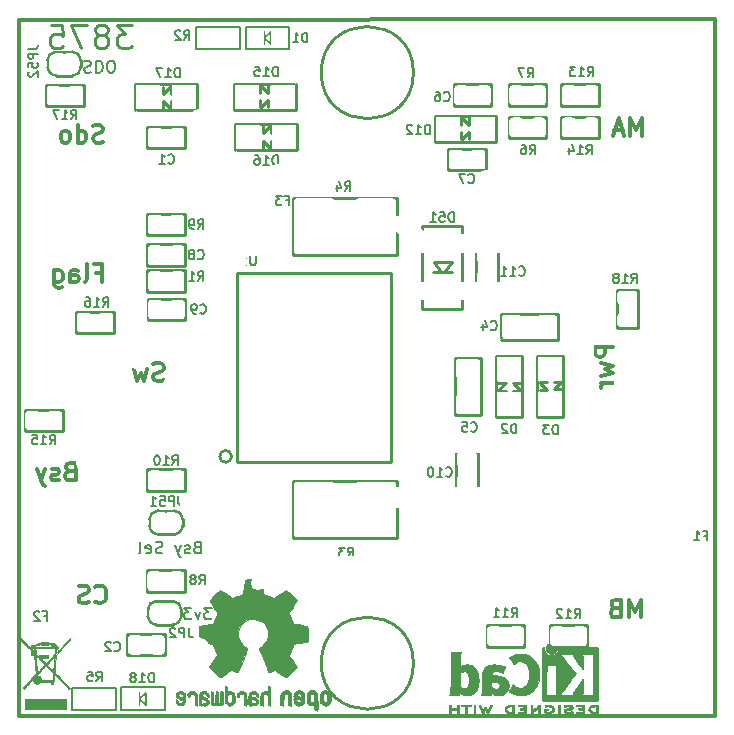
<source format=gbr>
G04 #@! TF.GenerationSoftware,KiCad,Pcbnew,5.0.0-fee4fd1~66~ubuntu16.04.1*
G04 #@! TF.CreationDate,2018-10-25T21:56:12-03:00*
G04 #@! TF.ProjectId,pap,7061702E6B696361645F706362000000,1.0*
G04 #@! TF.SameCoordinates,Original*
G04 #@! TF.FileFunction,Legend,Bot*
G04 #@! TF.FilePolarity,Positive*
%FSLAX46Y46*%
G04 Gerber Fmt 4.6, Leading zero omitted, Abs format (unit mm)*
G04 Created by KiCad (PCBNEW 5.0.0-fee4fd1~66~ubuntu16.04.1) date Thu Oct 25 21:56:12 2018*
%MOMM*%
%LPD*%
G01*
G04 APERTURE LIST*
%ADD10C,0.250000*%
%ADD11C,0.300000*%
%ADD12C,0.200000*%
%ADD13C,0.010000*%
%ADD14C,0.150000*%
%ADD15C,2.250000*%
%ADD16C,0.100000*%
%ADD17C,1.225000*%
%ADD18C,1.400000*%
%ADD19O,5.250000X4.250000*%
%ADD20C,2.000000*%
%ADD21C,0.500000*%
%ADD22R,2.050000X2.050000*%
%ADD23C,1.675000*%
%ADD24C,4.250000*%
%ADD25C,3.450000*%
%ADD26R,2.450000X2.750000*%
%ADD27O,2.250000X1.750000*%
%ADD28C,3.750000*%
%ADD29C,1.500000*%
%ADD30R,2.550000X3.260000*%
%ADD31R,0.450000X1.050000*%
%ADD32R,1.050000X0.450000*%
%ADD33R,5.830000X4.930000*%
%ADD34R,1.410000X1.450000*%
%ADD35C,1.250000*%
%ADD36C,1.650000*%
G04 APERTURE END LIST*
D10*
X102554119Y-83453840D02*
X101316024Y-83453840D01*
X101982690Y-84215745D01*
X101696976Y-84215745D01*
X101506500Y-84310983D01*
X101411262Y-84406221D01*
X101316024Y-84596698D01*
X101316024Y-85072888D01*
X101411262Y-85263364D01*
X101506500Y-85358602D01*
X101696976Y-85453840D01*
X102268405Y-85453840D01*
X102458881Y-85358602D01*
X102554119Y-85263364D01*
X100173167Y-84310983D02*
X100363643Y-84215745D01*
X100458881Y-84120507D01*
X100554119Y-83930031D01*
X100554119Y-83834793D01*
X100458881Y-83644317D01*
X100363643Y-83549079D01*
X100173167Y-83453840D01*
X99792214Y-83453840D01*
X99601738Y-83549079D01*
X99506500Y-83644317D01*
X99411262Y-83834793D01*
X99411262Y-83930031D01*
X99506500Y-84120507D01*
X99601738Y-84215745D01*
X99792214Y-84310983D01*
X100173167Y-84310983D01*
X100363643Y-84406221D01*
X100458881Y-84501459D01*
X100554119Y-84691936D01*
X100554119Y-85072888D01*
X100458881Y-85263364D01*
X100363643Y-85358602D01*
X100173167Y-85453840D01*
X99792214Y-85453840D01*
X99601738Y-85358602D01*
X99506500Y-85263364D01*
X99411262Y-85072888D01*
X99411262Y-84691936D01*
X99506500Y-84501459D01*
X99601738Y-84406221D01*
X99792214Y-84310983D01*
X98744595Y-83453840D02*
X97411262Y-83453840D01*
X98268405Y-85453840D01*
X95696976Y-83453840D02*
X96649357Y-83453840D01*
X96744595Y-84406221D01*
X96649357Y-84310983D01*
X96458881Y-84215745D01*
X95982690Y-84215745D01*
X95792214Y-84310983D01*
X95696976Y-84406221D01*
X95601738Y-84596698D01*
X95601738Y-85072888D01*
X95696976Y-85263364D01*
X95792214Y-85358602D01*
X95982690Y-85453840D01*
X96458881Y-85453840D01*
X96649357Y-85358602D01*
X96744595Y-85263364D01*
D11*
X145680310Y-133627650D02*
X145680310Y-132127650D01*
X145180310Y-133199079D01*
X144680310Y-132127650D01*
X144680310Y-133627650D01*
X143466024Y-132841936D02*
X143251738Y-132913364D01*
X143180310Y-132984793D01*
X143108881Y-133127650D01*
X143108881Y-133341936D01*
X143180310Y-133484793D01*
X143251738Y-133556221D01*
X143394595Y-133627650D01*
X143966024Y-133627650D01*
X143966024Y-132127650D01*
X143466024Y-132127650D01*
X143323167Y-132199079D01*
X143251738Y-132270507D01*
X143180310Y-132413364D01*
X143180310Y-132556221D01*
X143251738Y-132699079D01*
X143323167Y-132770507D01*
X143466024Y-132841936D01*
X143966024Y-132841936D01*
X145773167Y-92827650D02*
X145773167Y-91327650D01*
X145273167Y-92399079D01*
X144773167Y-91327650D01*
X144773167Y-92827650D01*
X144130310Y-92399079D02*
X143416024Y-92399079D01*
X144273167Y-92827650D02*
X143773167Y-91327650D01*
X143273167Y-92827650D01*
X143308881Y-110706221D02*
X141808881Y-110706221D01*
X141808881Y-111277650D01*
X141880310Y-111420507D01*
X141951738Y-111491936D01*
X142094595Y-111563364D01*
X142308881Y-111563364D01*
X142451738Y-111491936D01*
X142523167Y-111420507D01*
X142594595Y-111277650D01*
X142594595Y-110706221D01*
X142308881Y-112063364D02*
X143308881Y-112349079D01*
X142594595Y-112634793D01*
X143308881Y-112920507D01*
X142308881Y-113206221D01*
X143308881Y-113777650D02*
X142308881Y-113777650D01*
X142594595Y-113777650D02*
X142451738Y-113849079D01*
X142380310Y-113920507D01*
X142308881Y-114063364D01*
X142308881Y-114206221D01*
X99480310Y-132284793D02*
X99551738Y-132356221D01*
X99766024Y-132427650D01*
X99908881Y-132427650D01*
X100123167Y-132356221D01*
X100266024Y-132213364D01*
X100337452Y-132070507D01*
X100408881Y-131784793D01*
X100408881Y-131570507D01*
X100337452Y-131284793D01*
X100266024Y-131141936D01*
X100123167Y-130999079D01*
X99908881Y-130927650D01*
X99766024Y-130927650D01*
X99551738Y-130999079D01*
X99480310Y-131070507D01*
X98908881Y-132356221D02*
X98694595Y-132427650D01*
X98337452Y-132427650D01*
X98194595Y-132356221D01*
X98123167Y-132284793D01*
X98051738Y-132141936D01*
X98051738Y-131999079D01*
X98123167Y-131856221D01*
X98194595Y-131784793D01*
X98337452Y-131713364D01*
X98623167Y-131641936D01*
X98766024Y-131570507D01*
X98837452Y-131499079D01*
X98908881Y-131356221D01*
X98908881Y-131213364D01*
X98837452Y-131070507D01*
X98766024Y-130999079D01*
X98623167Y-130927650D01*
X98266024Y-130927650D01*
X98051738Y-130999079D01*
X97301738Y-121241936D02*
X97087452Y-121313364D01*
X97016024Y-121384793D01*
X96944595Y-121527650D01*
X96944595Y-121741936D01*
X97016024Y-121884793D01*
X97087452Y-121956221D01*
X97230310Y-122027650D01*
X97801738Y-122027650D01*
X97801738Y-120527650D01*
X97301738Y-120527650D01*
X97158881Y-120599079D01*
X97087452Y-120670507D01*
X97016024Y-120813364D01*
X97016024Y-120956221D01*
X97087452Y-121099079D01*
X97158881Y-121170507D01*
X97301738Y-121241936D01*
X97801738Y-121241936D01*
X96373167Y-121956221D02*
X96230310Y-122027650D01*
X95944595Y-122027650D01*
X95801738Y-121956221D01*
X95730310Y-121813364D01*
X95730310Y-121741936D01*
X95801738Y-121599079D01*
X95944595Y-121527650D01*
X96158881Y-121527650D01*
X96301738Y-121456221D01*
X96373167Y-121313364D01*
X96373167Y-121241936D01*
X96301738Y-121099079D01*
X96158881Y-121027650D01*
X95944595Y-121027650D01*
X95801738Y-121099079D01*
X95230310Y-121027650D02*
X94873167Y-122027650D01*
X94516024Y-121027650D02*
X94873167Y-122027650D01*
X95016024Y-122384793D01*
X95087452Y-122456221D01*
X95230310Y-122527650D01*
X100116024Y-93356221D02*
X99901738Y-93427650D01*
X99544595Y-93427650D01*
X99401738Y-93356221D01*
X99330310Y-93284793D01*
X99258881Y-93141936D01*
X99258881Y-92999079D01*
X99330310Y-92856221D01*
X99401738Y-92784793D01*
X99544595Y-92713364D01*
X99830310Y-92641936D01*
X99973167Y-92570507D01*
X100044595Y-92499079D01*
X100116024Y-92356221D01*
X100116024Y-92213364D01*
X100044595Y-92070507D01*
X99973167Y-91999079D01*
X99830310Y-91927650D01*
X99473167Y-91927650D01*
X99258881Y-91999079D01*
X97973167Y-93427650D02*
X97973167Y-91927650D01*
X97973167Y-93356221D02*
X98116024Y-93427650D01*
X98401738Y-93427650D01*
X98544595Y-93356221D01*
X98616024Y-93284793D01*
X98687452Y-93141936D01*
X98687452Y-92713364D01*
X98616024Y-92570507D01*
X98544595Y-92499079D01*
X98401738Y-92427650D01*
X98116024Y-92427650D01*
X97973167Y-92499079D01*
X97044595Y-93427650D02*
X97187452Y-93356221D01*
X97258881Y-93284793D01*
X97330310Y-93141936D01*
X97330310Y-92713364D01*
X97258881Y-92570507D01*
X97187452Y-92499079D01*
X97044595Y-92427650D01*
X96830310Y-92427650D01*
X96687452Y-92499079D01*
X96616024Y-92570507D01*
X96544595Y-92713364D01*
X96544595Y-93141936D01*
X96616024Y-93284793D01*
X96687452Y-93356221D01*
X96830310Y-93427650D01*
X97044595Y-93427650D01*
X99566024Y-104441936D02*
X100066024Y-104441936D01*
X100066024Y-105227650D02*
X100066024Y-103727650D01*
X99351738Y-103727650D01*
X98566024Y-105227650D02*
X98708881Y-105156221D01*
X98780310Y-105013364D01*
X98780310Y-103727650D01*
X97351738Y-105227650D02*
X97351738Y-104441936D01*
X97423167Y-104299079D01*
X97566024Y-104227650D01*
X97851738Y-104227650D01*
X97994595Y-104299079D01*
X97351738Y-105156221D02*
X97494595Y-105227650D01*
X97851738Y-105227650D01*
X97994595Y-105156221D01*
X98066024Y-105013364D01*
X98066024Y-104870507D01*
X97994595Y-104727650D01*
X97851738Y-104656221D01*
X97494595Y-104656221D01*
X97351738Y-104584793D01*
X95994595Y-104227650D02*
X95994595Y-105441936D01*
X96066024Y-105584793D01*
X96137452Y-105656221D01*
X96280310Y-105727650D01*
X96494595Y-105727650D01*
X96637452Y-105656221D01*
X95994595Y-105156221D02*
X96137452Y-105227650D01*
X96423167Y-105227650D01*
X96566024Y-105156221D01*
X96637452Y-105084793D01*
X96708881Y-104941936D01*
X96708881Y-104513364D01*
X96637452Y-104370507D01*
X96566024Y-104299079D01*
X96423167Y-104227650D01*
X96137452Y-104227650D01*
X95994595Y-104299079D01*
X105244595Y-113556221D02*
X105030310Y-113627650D01*
X104673167Y-113627650D01*
X104530310Y-113556221D01*
X104458881Y-113484793D01*
X104387452Y-113341936D01*
X104387452Y-113199079D01*
X104458881Y-113056221D01*
X104530310Y-112984793D01*
X104673167Y-112913364D01*
X104958881Y-112841936D01*
X105101738Y-112770507D01*
X105173167Y-112699079D01*
X105244595Y-112556221D01*
X105244595Y-112413364D01*
X105173167Y-112270507D01*
X105101738Y-112199079D01*
X104958881Y-112127650D01*
X104601738Y-112127650D01*
X104387452Y-112199079D01*
X103887452Y-112627650D02*
X103601738Y-113627650D01*
X103316024Y-112913364D01*
X103030310Y-113627650D01*
X102744595Y-112627650D01*
X93030310Y-141949079D02*
X93030310Y-83049079D01*
X151930310Y-141949079D02*
X93030310Y-141949079D01*
X151930310Y-82949079D02*
X151930310Y-141949079D01*
X93030310Y-83049079D02*
X151930310Y-82949079D01*
D12*
X98520786Y-86544317D02*
X98663643Y-86496698D01*
X98901738Y-86496698D01*
X98996976Y-86544317D01*
X99044595Y-86591936D01*
X99092214Y-86687174D01*
X99092214Y-86782412D01*
X99044595Y-86877650D01*
X98996976Y-86925269D01*
X98901738Y-86972888D01*
X98711262Y-87020507D01*
X98616024Y-87068126D01*
X98568405Y-87115745D01*
X98520786Y-87210983D01*
X98520786Y-87306221D01*
X98568405Y-87401459D01*
X98616024Y-87449079D01*
X98711262Y-87496698D01*
X98949357Y-87496698D01*
X99092214Y-87449079D01*
X99520786Y-86496698D02*
X99520786Y-87496698D01*
X99758881Y-87496698D01*
X99901738Y-87449079D01*
X99996976Y-87353840D01*
X100044595Y-87258602D01*
X100092214Y-87068126D01*
X100092214Y-86925269D01*
X100044595Y-86734793D01*
X99996976Y-86639555D01*
X99901738Y-86544317D01*
X99758881Y-86496698D01*
X99520786Y-86496698D01*
X100711262Y-87496698D02*
X100901738Y-87496698D01*
X100996976Y-87449079D01*
X101092214Y-87353840D01*
X101139833Y-87163364D01*
X101139833Y-86830031D01*
X101092214Y-86639555D01*
X100996976Y-86544317D01*
X100901738Y-86496698D01*
X100711262Y-86496698D01*
X100616024Y-86544317D01*
X100520786Y-86639555D01*
X100473167Y-86830031D01*
X100473167Y-87163364D01*
X100520786Y-87353840D01*
X100616024Y-87449079D01*
X100711262Y-87496698D01*
X108092214Y-127677650D02*
X107949357Y-127725269D01*
X107901738Y-127772888D01*
X107854119Y-127868126D01*
X107854119Y-128010983D01*
X107901738Y-128106221D01*
X107949357Y-128153840D01*
X108044595Y-128201459D01*
X108425548Y-128201459D01*
X108425548Y-127201459D01*
X108092214Y-127201459D01*
X107996976Y-127249079D01*
X107949357Y-127296698D01*
X107901738Y-127391936D01*
X107901738Y-127487174D01*
X107949357Y-127582412D01*
X107996976Y-127630031D01*
X108092214Y-127677650D01*
X108425548Y-127677650D01*
X107473167Y-128153840D02*
X107377929Y-128201459D01*
X107187452Y-128201459D01*
X107092214Y-128153840D01*
X107044595Y-128058602D01*
X107044595Y-128010983D01*
X107092214Y-127915745D01*
X107187452Y-127868126D01*
X107330310Y-127868126D01*
X107425548Y-127820507D01*
X107473167Y-127725269D01*
X107473167Y-127677650D01*
X107425548Y-127582412D01*
X107330310Y-127534793D01*
X107187452Y-127534793D01*
X107092214Y-127582412D01*
X106711262Y-127534793D02*
X106473167Y-128201459D01*
X106235071Y-127534793D02*
X106473167Y-128201459D01*
X106568405Y-128439555D01*
X106616024Y-128487174D01*
X106711262Y-128534793D01*
X105139833Y-128153840D02*
X104996976Y-128201459D01*
X104758881Y-128201459D01*
X104663643Y-128153840D01*
X104616024Y-128106221D01*
X104568405Y-128010983D01*
X104568405Y-127915745D01*
X104616024Y-127820507D01*
X104663643Y-127772888D01*
X104758881Y-127725269D01*
X104949357Y-127677650D01*
X105044595Y-127630031D01*
X105092214Y-127582412D01*
X105139833Y-127487174D01*
X105139833Y-127391936D01*
X105092214Y-127296698D01*
X105044595Y-127249079D01*
X104949357Y-127201459D01*
X104711262Y-127201459D01*
X104568405Y-127249079D01*
X103758881Y-128153840D02*
X103854119Y-128201459D01*
X104044595Y-128201459D01*
X104139833Y-128153840D01*
X104187452Y-128058602D01*
X104187452Y-127677650D01*
X104139833Y-127582412D01*
X104044595Y-127534793D01*
X103854119Y-127534793D01*
X103758881Y-127582412D01*
X103711262Y-127677650D01*
X103711262Y-127772888D01*
X104187452Y-127868126D01*
X103139833Y-128201459D02*
X103235071Y-128153840D01*
X103282690Y-128058602D01*
X103282690Y-127201459D01*
X109320786Y-132801459D02*
X108701738Y-132801459D01*
X109035071Y-133182412D01*
X108892214Y-133182412D01*
X108796976Y-133230031D01*
X108749357Y-133277650D01*
X108701738Y-133372888D01*
X108701738Y-133610983D01*
X108749357Y-133706221D01*
X108796976Y-133753840D01*
X108892214Y-133801459D01*
X109177929Y-133801459D01*
X109273167Y-133753840D01*
X109320786Y-133706221D01*
X108368405Y-133134793D02*
X108130310Y-133801459D01*
X107892214Y-133134793D01*
X107606500Y-132801459D02*
X106987452Y-132801459D01*
X107320786Y-133182412D01*
X107177929Y-133182412D01*
X107082690Y-133230031D01*
X107035071Y-133277650D01*
X106987452Y-133372888D01*
X106987452Y-133610983D01*
X107035071Y-133706221D01*
X107082690Y-133753840D01*
X107177929Y-133801459D01*
X107463643Y-133801459D01*
X107558881Y-133753840D01*
X107606500Y-133706221D01*
D10*
G04 #@! TO.C,R17*
X95292810Y-90349079D02*
X95292810Y-88549079D01*
X95292810Y-88549079D02*
X98492810Y-88549079D01*
X98492810Y-88549079D02*
X98492810Y-90349079D01*
X98492810Y-90349079D02*
X95292810Y-90349079D01*
G04 #@! TO.C,C7*
X129330310Y-93949079D02*
X129330310Y-95749079D01*
X132530310Y-93949079D02*
X129330310Y-93949079D01*
X132530310Y-94049079D02*
X132530310Y-93949079D01*
X132530310Y-95749079D02*
X132530310Y-94049079D01*
X129330310Y-95749079D02*
X132530310Y-95749079D01*
G04 #@! TO.C,R15*
X93492810Y-117849079D02*
X93492810Y-116049079D01*
X93492810Y-116049079D02*
X96692810Y-116049079D01*
X96692810Y-116049079D02*
X96692810Y-117849079D01*
X96692810Y-117849079D02*
X93492810Y-117849079D01*
G04 #@! TO.C,R16*
X97830310Y-109549079D02*
X97830310Y-107749079D01*
X97830310Y-107749079D02*
X101030310Y-107749079D01*
X101030310Y-107749079D02*
X101030310Y-109549079D01*
X101030310Y-109549079D02*
X97830310Y-109549079D01*
G04 #@! TO.C,C9*
X107092810Y-108449079D02*
X107092810Y-106649079D01*
X103892810Y-108449079D02*
X107092810Y-108449079D01*
X103892810Y-108349079D02*
X103892810Y-108449079D01*
X103892810Y-106649079D02*
X103892810Y-108349079D01*
X107092810Y-106649079D02*
X103892810Y-106649079D01*
G04 #@! TO.C,R1*
X107062500Y-104249079D02*
X107062500Y-106049079D01*
X107062500Y-106049079D02*
X103862500Y-106049079D01*
X103862500Y-106049079D02*
X103862500Y-104249079D01*
X103862500Y-104249079D02*
X107062500Y-104249079D01*
G04 #@! TO.C,C8*
X107067810Y-103849079D02*
X107067810Y-102049079D01*
X103867810Y-103849079D02*
X107067810Y-103849079D01*
X103867810Y-103749079D02*
X103867810Y-103849079D01*
X103867810Y-102049079D02*
X103867810Y-103749079D01*
X107067810Y-102049079D02*
X103867810Y-102049079D01*
G04 #@! TO.C,C11*
X133530310Y-102349079D02*
X131730310Y-102349079D01*
X133530310Y-105549079D02*
X133530310Y-102349079D01*
X133430310Y-105549079D02*
X133530310Y-105549079D01*
X131730310Y-105549079D02*
X133430310Y-105549079D01*
X131730310Y-102349079D02*
X131730310Y-105549079D01*
G04 #@! TO.C,C10*
X130030310Y-122786579D02*
X131830310Y-122786579D01*
X130030310Y-119586579D02*
X130030310Y-122786579D01*
X130130310Y-119586579D02*
X130030310Y-119586579D01*
X131830310Y-119586579D02*
X130130310Y-119586579D01*
X131830310Y-122786579D02*
X131830310Y-119586579D01*
G04 #@! TO.C,C2*
X102192810Y-135049079D02*
X102192810Y-136849079D01*
X105392810Y-135049079D02*
X102192810Y-135049079D01*
X105392810Y-135149079D02*
X105392810Y-135049079D01*
X105392810Y-136849079D02*
X105392810Y-135149079D01*
X102192810Y-136849079D02*
X105392810Y-136849079D01*
D12*
G04 #@! TO.C,D18*
X103192484Y-139960187D02*
X103192484Y-141060187D01*
X103192484Y-140510187D02*
X103792484Y-140010187D01*
X103792484Y-141010187D02*
X103192484Y-140510187D01*
X103792484Y-140010187D02*
X103792484Y-141010187D01*
X105342484Y-141460187D02*
X105342484Y-139560187D01*
X101642484Y-141460187D02*
X105342484Y-141460187D01*
X101642484Y-139560187D02*
X101642484Y-141460187D01*
X105342484Y-139560187D02*
X101642484Y-139560187D01*
G04 #@! TO.C,D1*
X113755310Y-83999079D02*
X113755310Y-85099079D01*
X113755310Y-84549079D02*
X114355310Y-84049079D01*
X114355310Y-85049079D02*
X113755310Y-84549079D01*
X114355310Y-84049079D02*
X114355310Y-85049079D01*
X115905310Y-85499079D02*
X115905310Y-83599079D01*
X112205310Y-85499079D02*
X115905310Y-85499079D01*
X112205310Y-83599079D02*
X112205310Y-85499079D01*
X115905310Y-83599079D02*
X112205310Y-83599079D01*
G04 #@! TO.C,R2*
X111680310Y-85499079D02*
X107980310Y-85499079D01*
X111680310Y-83649079D02*
X111680310Y-85499079D01*
X107980310Y-83649079D02*
X111680310Y-83649079D01*
X107980310Y-85499079D02*
X107980310Y-83649079D01*
G04 #@! TO.C,R5*
X101179984Y-141460187D02*
X97479984Y-141460187D01*
X101179984Y-139610187D02*
X101179984Y-141460187D01*
X97479984Y-139610187D02*
X101179984Y-139610187D01*
X97479984Y-141460187D02*
X97479984Y-139610187D01*
D13*
G04 #@! TO.C,L102*
G36*
X141851681Y-141018145D02*
X141812199Y-141018546D01*
X141696510Y-141021338D01*
X141599621Y-141029629D01*
X141518229Y-141044311D01*
X141449033Y-141066272D01*
X141388730Y-141096401D01*
X141334018Y-141135589D01*
X141314477Y-141152611D01*
X141282060Y-141192442D01*
X141252830Y-141246492D01*
X141230301Y-141306402D01*
X141217989Y-141363818D01*
X141216710Y-141385035D01*
X141224727Y-141443848D01*
X141246209Y-141508092D01*
X141277309Y-141568900D01*
X141314176Y-141617409D01*
X141320164Y-141623261D01*
X141370889Y-141664400D01*
X141426435Y-141696514D01*
X141490006Y-141720444D01*
X141564804Y-141737032D01*
X141654032Y-141747120D01*
X141760892Y-141751548D01*
X141809838Y-141751924D01*
X141872072Y-141751624D01*
X141915838Y-141750371D01*
X141945241Y-141747633D01*
X141964389Y-141742880D01*
X141977387Y-141735580D01*
X141984355Y-141729346D01*
X141990936Y-141721773D01*
X141996098Y-141712003D01*
X142000013Y-141697419D01*
X142002853Y-141675405D01*
X142004790Y-141643343D01*
X142005994Y-141598615D01*
X142006638Y-141538605D01*
X142006893Y-141460696D01*
X142006932Y-141385035D01*
X142007180Y-141284120D01*
X142007127Y-141203506D01*
X142006167Y-141164901D01*
X141860177Y-141164901D01*
X141860177Y-141605168D01*
X141767044Y-141605083D01*
X141711003Y-141603475D01*
X141652309Y-141599335D01*
X141603338Y-141593543D01*
X141601848Y-141593305D01*
X141522702Y-141574169D01*
X141461312Y-141544366D01*
X141414615Y-141501957D01*
X141384945Y-141456040D01*
X141366663Y-141405105D01*
X141368081Y-141357279D01*
X141389298Y-141306012D01*
X141430799Y-141252978D01*
X141488308Y-141213679D01*
X141563060Y-141187410D01*
X141613018Y-141178114D01*
X141669726Y-141171586D01*
X141729829Y-141166861D01*
X141780949Y-141164896D01*
X141783977Y-141164887D01*
X141860177Y-141164901D01*
X142006167Y-141164901D01*
X142005570Y-141140930D01*
X142001308Y-141094134D01*
X141993140Y-141060857D01*
X141979866Y-141038838D01*
X141960284Y-141025818D01*
X141933193Y-141019536D01*
X141897392Y-141017732D01*
X141851681Y-141018145D01*
X141851681Y-141018145D01*
G37*
X141851681Y-141018145D02*
X141812199Y-141018546D01*
X141696510Y-141021338D01*
X141599621Y-141029629D01*
X141518229Y-141044311D01*
X141449033Y-141066272D01*
X141388730Y-141096401D01*
X141334018Y-141135589D01*
X141314477Y-141152611D01*
X141282060Y-141192442D01*
X141252830Y-141246492D01*
X141230301Y-141306402D01*
X141217989Y-141363818D01*
X141216710Y-141385035D01*
X141224727Y-141443848D01*
X141246209Y-141508092D01*
X141277309Y-141568900D01*
X141314176Y-141617409D01*
X141320164Y-141623261D01*
X141370889Y-141664400D01*
X141426435Y-141696514D01*
X141490006Y-141720444D01*
X141564804Y-141737032D01*
X141654032Y-141747120D01*
X141760892Y-141751548D01*
X141809838Y-141751924D01*
X141872072Y-141751624D01*
X141915838Y-141750371D01*
X141945241Y-141747633D01*
X141964389Y-141742880D01*
X141977387Y-141735580D01*
X141984355Y-141729346D01*
X141990936Y-141721773D01*
X141996098Y-141712003D01*
X142000013Y-141697419D01*
X142002853Y-141675405D01*
X142004790Y-141643343D01*
X142005994Y-141598615D01*
X142006638Y-141538605D01*
X142006893Y-141460696D01*
X142006932Y-141385035D01*
X142007180Y-141284120D01*
X142007127Y-141203506D01*
X142006167Y-141164901D01*
X141860177Y-141164901D01*
X141860177Y-141605168D01*
X141767044Y-141605083D01*
X141711003Y-141603475D01*
X141652309Y-141599335D01*
X141603338Y-141593543D01*
X141601848Y-141593305D01*
X141522702Y-141574169D01*
X141461312Y-141544366D01*
X141414615Y-141501957D01*
X141384945Y-141456040D01*
X141366663Y-141405105D01*
X141368081Y-141357279D01*
X141389298Y-141306012D01*
X141430799Y-141252978D01*
X141488308Y-141213679D01*
X141563060Y-141187410D01*
X141613018Y-141178114D01*
X141669726Y-141171586D01*
X141729829Y-141166861D01*
X141780949Y-141164896D01*
X141783977Y-141164887D01*
X141860177Y-141164901D01*
X142006167Y-141164901D01*
X142005570Y-141140930D01*
X142001308Y-141094134D01*
X141993140Y-141060857D01*
X141979866Y-141038838D01*
X141960284Y-141025818D01*
X141933193Y-141019536D01*
X141897392Y-141017732D01*
X141851681Y-141018145D01*
G36*
X140443104Y-141018225D02*
X140373696Y-141018597D01*
X140321307Y-141019464D01*
X140283157Y-141021025D01*
X140256469Y-141023482D01*
X140238463Y-141027036D01*
X140226359Y-141031889D01*
X140217379Y-141038240D01*
X140214128Y-141041163D01*
X140194353Y-141072221D01*
X140190792Y-141107907D01*
X140203801Y-141139589D01*
X140209816Y-141145992D01*
X140219545Y-141152200D01*
X140235211Y-141156989D01*
X140259718Y-141160593D01*
X140295971Y-141163243D01*
X140346875Y-141165174D01*
X140415336Y-141166618D01*
X140477927Y-141167497D01*
X140725644Y-141170546D01*
X140729029Y-141235457D01*
X140732415Y-141300368D01*
X140564268Y-141300368D01*
X140491269Y-141300998D01*
X140437827Y-141303632D01*
X140400938Y-141309388D01*
X140377598Y-141319383D01*
X140364804Y-141334735D01*
X140359552Y-141356561D01*
X140358755Y-141376817D01*
X140361233Y-141401671D01*
X140370587Y-141419985D01*
X140389693Y-141432716D01*
X140421428Y-141440820D01*
X140468669Y-141445255D01*
X140534293Y-141446978D01*
X140570111Y-141447124D01*
X140731288Y-141447124D01*
X140731288Y-141605168D01*
X140482932Y-141605168D01*
X140401523Y-141605281D01*
X140339652Y-141605791D01*
X140294278Y-141606949D01*
X140262364Y-141609009D01*
X140240869Y-141612225D01*
X140226753Y-141616851D01*
X140216978Y-141623138D01*
X140211999Y-141627746D01*
X140194920Y-141654639D01*
X140189421Y-141678546D01*
X140197273Y-141707746D01*
X140211999Y-141729346D01*
X140219856Y-141736145D01*
X140229998Y-141741425D01*
X140245154Y-141745377D01*
X140268051Y-141748192D01*
X140301419Y-141750061D01*
X140347985Y-141751177D01*
X140410477Y-141751730D01*
X140491624Y-141751912D01*
X140533732Y-141751924D01*
X140623908Y-141751844D01*
X140694234Y-141751477D01*
X140747439Y-141750631D01*
X140786250Y-141749115D01*
X140813397Y-141746738D01*
X140831608Y-141743308D01*
X140843610Y-141738633D01*
X140852132Y-141732523D01*
X140855466Y-141729346D01*
X140862065Y-141721749D01*
X140867237Y-141711949D01*
X140871156Y-141697318D01*
X140873994Y-141675231D01*
X140875925Y-141643061D01*
X140877122Y-141598182D01*
X140877758Y-141537968D01*
X140878007Y-141459792D01*
X140878044Y-141387002D01*
X140878010Y-141293786D01*
X140877775Y-141220510D01*
X140877140Y-141164537D01*
X140875904Y-141123230D01*
X140873866Y-141093951D01*
X140870827Y-141074063D01*
X140866587Y-141060929D01*
X140860945Y-141051911D01*
X140853701Y-141044372D01*
X140851916Y-141042691D01*
X140843255Y-141035251D01*
X140833192Y-141029488D01*
X140818935Y-141025191D01*
X140797693Y-141022143D01*
X140766674Y-141020130D01*
X140723087Y-141018939D01*
X140664141Y-141018354D01*
X140587044Y-141018162D01*
X140532311Y-141018146D01*
X140443104Y-141018225D01*
X140443104Y-141018225D01*
G37*
X140443104Y-141018225D02*
X140373696Y-141018597D01*
X140321307Y-141019464D01*
X140283157Y-141021025D01*
X140256469Y-141023482D01*
X140238463Y-141027036D01*
X140226359Y-141031889D01*
X140217379Y-141038240D01*
X140214128Y-141041163D01*
X140194353Y-141072221D01*
X140190792Y-141107907D01*
X140203801Y-141139589D01*
X140209816Y-141145992D01*
X140219545Y-141152200D01*
X140235211Y-141156989D01*
X140259718Y-141160593D01*
X140295971Y-141163243D01*
X140346875Y-141165174D01*
X140415336Y-141166618D01*
X140477927Y-141167497D01*
X140725644Y-141170546D01*
X140729029Y-141235457D01*
X140732415Y-141300368D01*
X140564268Y-141300368D01*
X140491269Y-141300998D01*
X140437827Y-141303632D01*
X140400938Y-141309388D01*
X140377598Y-141319383D01*
X140364804Y-141334735D01*
X140359552Y-141356561D01*
X140358755Y-141376817D01*
X140361233Y-141401671D01*
X140370587Y-141419985D01*
X140389693Y-141432716D01*
X140421428Y-141440820D01*
X140468669Y-141445255D01*
X140534293Y-141446978D01*
X140570111Y-141447124D01*
X140731288Y-141447124D01*
X140731288Y-141605168D01*
X140482932Y-141605168D01*
X140401523Y-141605281D01*
X140339652Y-141605791D01*
X140294278Y-141606949D01*
X140262364Y-141609009D01*
X140240869Y-141612225D01*
X140226753Y-141616851D01*
X140216978Y-141623138D01*
X140211999Y-141627746D01*
X140194920Y-141654639D01*
X140189421Y-141678546D01*
X140197273Y-141707746D01*
X140211999Y-141729346D01*
X140219856Y-141736145D01*
X140229998Y-141741425D01*
X140245154Y-141745377D01*
X140268051Y-141748192D01*
X140301419Y-141750061D01*
X140347985Y-141751177D01*
X140410477Y-141751730D01*
X140491624Y-141751912D01*
X140533732Y-141751924D01*
X140623908Y-141751844D01*
X140694234Y-141751477D01*
X140747439Y-141750631D01*
X140786250Y-141749115D01*
X140813397Y-141746738D01*
X140831608Y-141743308D01*
X140843610Y-141738633D01*
X140852132Y-141732523D01*
X140855466Y-141729346D01*
X140862065Y-141721749D01*
X140867237Y-141711949D01*
X140871156Y-141697318D01*
X140873994Y-141675231D01*
X140875925Y-141643061D01*
X140877122Y-141598182D01*
X140877758Y-141537968D01*
X140878007Y-141459792D01*
X140878044Y-141387002D01*
X140878010Y-141293786D01*
X140877775Y-141220510D01*
X140877140Y-141164537D01*
X140875904Y-141123230D01*
X140873866Y-141093951D01*
X140870827Y-141074063D01*
X140866587Y-141060929D01*
X140860945Y-141051911D01*
X140853701Y-141044372D01*
X140851916Y-141042691D01*
X140843255Y-141035251D01*
X140833192Y-141029488D01*
X140818935Y-141025191D01*
X140797693Y-141022143D01*
X140766674Y-141020130D01*
X140723087Y-141018939D01*
X140664141Y-141018354D01*
X140587044Y-141018162D01*
X140532311Y-141018146D01*
X140443104Y-141018225D01*
G36*
X139422013Y-141019430D02*
X139347198Y-141024660D01*
X139277616Y-141032829D01*
X139217312Y-141043629D01*
X139170330Y-141056752D01*
X139140716Y-141071892D01*
X139136170Y-141076348D01*
X139120364Y-141110929D01*
X139125157Y-141146430D01*
X139149674Y-141176804D01*
X139150844Y-141177675D01*
X139165264Y-141187033D01*
X139180318Y-141191955D01*
X139201315Y-141192552D01*
X139233567Y-141188940D01*
X139282383Y-141181233D01*
X139286310Y-141180584D01*
X139359049Y-141171648D01*
X139437527Y-141167240D01*
X139516237Y-141167198D01*
X139589671Y-141171358D01*
X139652321Y-141179558D01*
X139698680Y-141191636D01*
X139701726Y-141192850D01*
X139735358Y-141211694D01*
X139747174Y-141230764D01*
X139737924Y-141249518D01*
X139708357Y-141267416D01*
X139659221Y-141283916D01*
X139591267Y-141298475D01*
X139545955Y-141305485D01*
X139451766Y-141318968D01*
X139376854Y-141331293D01*
X139318027Y-141343528D01*
X139272095Y-141356740D01*
X139235865Y-141371996D01*
X139206148Y-141390364D01*
X139179752Y-141412910D01*
X139158540Y-141435050D01*
X139133375Y-141465898D01*
X139120991Y-141492424D01*
X139117118Y-141525105D01*
X139116977Y-141537074D01*
X139119886Y-141576791D01*
X139131512Y-141606338D01*
X139151633Y-141632565D01*
X139192526Y-141672655D01*
X139238127Y-141703228D01*
X139291823Y-141725282D01*
X139357002Y-141739814D01*
X139437054Y-141747820D01*
X139535367Y-141750297D01*
X139551599Y-141750256D01*
X139617159Y-141748897D01*
X139682176Y-141745809D01*
X139739562Y-141741435D01*
X139782232Y-141736219D01*
X139785682Y-141735620D01*
X139828106Y-141725570D01*
X139864090Y-141712875D01*
X139884460Y-141701269D01*
X139903417Y-141670651D01*
X139904737Y-141634997D01*
X139888395Y-141603223D01*
X139884739Y-141599630D01*
X139869625Y-141588955D01*
X139850725Y-141584355D01*
X139821472Y-141585138D01*
X139785961Y-141589206D01*
X139746280Y-141592841D01*
X139690655Y-141595907D01*
X139625716Y-141598132D01*
X139558095Y-141599243D01*
X139540310Y-141599316D01*
X139472438Y-141599043D01*
X139422764Y-141597725D01*
X139386920Y-141594906D01*
X139360534Y-141590129D01*
X139339236Y-141582936D01*
X139326436Y-141576946D01*
X139298310Y-141560312D01*
X139280378Y-141545247D01*
X139277757Y-141540976D01*
X139283286Y-141523342D01*
X139309570Y-141506271D01*
X139354788Y-141490537D01*
X139417118Y-141476917D01*
X139435481Y-141473883D01*
X139531400Y-141458817D01*
X139607951Y-141446225D01*
X139668090Y-141435190D01*
X139714770Y-141424799D01*
X139750947Y-141414135D01*
X139779575Y-141402284D01*
X139803608Y-141388330D01*
X139826002Y-141371360D01*
X139849712Y-141350457D01*
X139857690Y-141343128D01*
X139885663Y-141315778D01*
X139900470Y-141294108D01*
X139906262Y-141269311D01*
X139907199Y-141238062D01*
X139896885Y-141176784D01*
X139866062Y-141124719D01*
X139814905Y-141082037D01*
X139743593Y-141048904D01*
X139692710Y-141034043D01*
X139637410Y-141024445D01*
X139571163Y-141019015D01*
X139498016Y-141017446D01*
X139422013Y-141019430D01*
X139422013Y-141019430D01*
G37*
X139422013Y-141019430D02*
X139347198Y-141024660D01*
X139277616Y-141032829D01*
X139217312Y-141043629D01*
X139170330Y-141056752D01*
X139140716Y-141071892D01*
X139136170Y-141076348D01*
X139120364Y-141110929D01*
X139125157Y-141146430D01*
X139149674Y-141176804D01*
X139150844Y-141177675D01*
X139165264Y-141187033D01*
X139180318Y-141191955D01*
X139201315Y-141192552D01*
X139233567Y-141188940D01*
X139282383Y-141181233D01*
X139286310Y-141180584D01*
X139359049Y-141171648D01*
X139437527Y-141167240D01*
X139516237Y-141167198D01*
X139589671Y-141171358D01*
X139652321Y-141179558D01*
X139698680Y-141191636D01*
X139701726Y-141192850D01*
X139735358Y-141211694D01*
X139747174Y-141230764D01*
X139737924Y-141249518D01*
X139708357Y-141267416D01*
X139659221Y-141283916D01*
X139591267Y-141298475D01*
X139545955Y-141305485D01*
X139451766Y-141318968D01*
X139376854Y-141331293D01*
X139318027Y-141343528D01*
X139272095Y-141356740D01*
X139235865Y-141371996D01*
X139206148Y-141390364D01*
X139179752Y-141412910D01*
X139158540Y-141435050D01*
X139133375Y-141465898D01*
X139120991Y-141492424D01*
X139117118Y-141525105D01*
X139116977Y-141537074D01*
X139119886Y-141576791D01*
X139131512Y-141606338D01*
X139151633Y-141632565D01*
X139192526Y-141672655D01*
X139238127Y-141703228D01*
X139291823Y-141725282D01*
X139357002Y-141739814D01*
X139437054Y-141747820D01*
X139535367Y-141750297D01*
X139551599Y-141750256D01*
X139617159Y-141748897D01*
X139682176Y-141745809D01*
X139739562Y-141741435D01*
X139782232Y-141736219D01*
X139785682Y-141735620D01*
X139828106Y-141725570D01*
X139864090Y-141712875D01*
X139884460Y-141701269D01*
X139903417Y-141670651D01*
X139904737Y-141634997D01*
X139888395Y-141603223D01*
X139884739Y-141599630D01*
X139869625Y-141588955D01*
X139850725Y-141584355D01*
X139821472Y-141585138D01*
X139785961Y-141589206D01*
X139746280Y-141592841D01*
X139690655Y-141595907D01*
X139625716Y-141598132D01*
X139558095Y-141599243D01*
X139540310Y-141599316D01*
X139472438Y-141599043D01*
X139422764Y-141597725D01*
X139386920Y-141594906D01*
X139360534Y-141590129D01*
X139339236Y-141582936D01*
X139326436Y-141576946D01*
X139298310Y-141560312D01*
X139280378Y-141545247D01*
X139277757Y-141540976D01*
X139283286Y-141523342D01*
X139309570Y-141506271D01*
X139354788Y-141490537D01*
X139417118Y-141476917D01*
X139435481Y-141473883D01*
X139531400Y-141458817D01*
X139607951Y-141446225D01*
X139668090Y-141435190D01*
X139714770Y-141424799D01*
X139750947Y-141414135D01*
X139779575Y-141402284D01*
X139803608Y-141388330D01*
X139826002Y-141371360D01*
X139849712Y-141350457D01*
X139857690Y-141343128D01*
X139885663Y-141315778D01*
X139900470Y-141294108D01*
X139906262Y-141269311D01*
X139907199Y-141238062D01*
X139896885Y-141176784D01*
X139866062Y-141124719D01*
X139814905Y-141082037D01*
X139743593Y-141048904D01*
X139692710Y-141034043D01*
X139637410Y-141024445D01*
X139571163Y-141019015D01*
X139498016Y-141017446D01*
X139422013Y-141019430D01*
G36*
X138654132Y-141040724D02*
X138647552Y-141048297D01*
X138642389Y-141058066D01*
X138638474Y-141072650D01*
X138635634Y-141094664D01*
X138633697Y-141126727D01*
X138632493Y-141171454D01*
X138631849Y-141231464D01*
X138631594Y-141309373D01*
X138631555Y-141385035D01*
X138631624Y-141478881D01*
X138631948Y-141552768D01*
X138632696Y-141609311D01*
X138634042Y-141651128D01*
X138636156Y-141680836D01*
X138639210Y-141701052D01*
X138643376Y-141714393D01*
X138648826Y-141723477D01*
X138654132Y-141729346D01*
X138687136Y-141749026D01*
X138722301Y-141747260D01*
X138753765Y-141725796D01*
X138760994Y-141717416D01*
X138766644Y-141707693D01*
X138770909Y-141693940D01*
X138773983Y-141673468D01*
X138776062Y-141643591D01*
X138777340Y-141601620D01*
X138778011Y-141544868D01*
X138778269Y-141470646D01*
X138778310Y-141386616D01*
X138778310Y-141073564D01*
X138750601Y-141045855D01*
X138716447Y-141022542D01*
X138683316Y-141021702D01*
X138654132Y-141040724D01*
X138654132Y-141040724D01*
G37*
X138654132Y-141040724D02*
X138647552Y-141048297D01*
X138642389Y-141058066D01*
X138638474Y-141072650D01*
X138635634Y-141094664D01*
X138633697Y-141126727D01*
X138632493Y-141171454D01*
X138631849Y-141231464D01*
X138631594Y-141309373D01*
X138631555Y-141385035D01*
X138631624Y-141478881D01*
X138631948Y-141552768D01*
X138632696Y-141609311D01*
X138634042Y-141651128D01*
X138636156Y-141680836D01*
X138639210Y-141701052D01*
X138643376Y-141714393D01*
X138648826Y-141723477D01*
X138654132Y-141729346D01*
X138687136Y-141749026D01*
X138722301Y-141747260D01*
X138753765Y-141725796D01*
X138760994Y-141717416D01*
X138766644Y-141707693D01*
X138770909Y-141693940D01*
X138773983Y-141673468D01*
X138776062Y-141643591D01*
X138777340Y-141601620D01*
X138778011Y-141544868D01*
X138778269Y-141470646D01*
X138778310Y-141386616D01*
X138778310Y-141073564D01*
X138750601Y-141045855D01*
X138716447Y-141022542D01*
X138683316Y-141021702D01*
X138654132Y-141040724D01*
G36*
X137680391Y-141023678D02*
X137611875Y-141035174D01*
X137559253Y-141053046D01*
X137525018Y-141076578D01*
X137515689Y-141090003D01*
X137506203Y-141121227D01*
X137512587Y-141149474D01*
X137532740Y-141176261D01*
X137564055Y-141188792D01*
X137609493Y-141187775D01*
X137644636Y-141180985D01*
X137722729Y-141168050D01*
X137802536Y-141166821D01*
X137891865Y-141177320D01*
X137916539Y-141181769D01*
X137999601Y-141205187D01*
X138064583Y-141240024D01*
X138110771Y-141285683D01*
X138137455Y-141341573D01*
X138142973Y-141370467D01*
X138139361Y-141429091D01*
X138116039Y-141480958D01*
X138075134Y-141525057D01*
X138018769Y-141560378D01*
X137949070Y-141585908D01*
X137868162Y-141600638D01*
X137778170Y-141603557D01*
X137681220Y-141593654D01*
X137675746Y-141592720D01*
X137637185Y-141585538D01*
X137615804Y-141578600D01*
X137606537Y-141568306D01*
X137604316Y-141551055D01*
X137604266Y-141541920D01*
X137604266Y-141503568D01*
X137672741Y-141503568D01*
X137733210Y-141499426D01*
X137774475Y-141486226D01*
X137798485Y-141462809D01*
X137807187Y-141428015D01*
X137807293Y-141423473D01*
X137802202Y-141393733D01*
X137784743Y-141372498D01*
X137752249Y-141358445D01*
X137702053Y-141350252D01*
X137653433Y-141347240D01*
X137582766Y-141345512D01*
X137531508Y-141348149D01*
X137496549Y-141357879D01*
X137474780Y-141377432D01*
X137463090Y-141409535D01*
X137458370Y-141456917D01*
X137457510Y-141519150D01*
X137458919Y-141588614D01*
X137463158Y-141635865D01*
X137470246Y-141661091D01*
X137471621Y-141663067D01*
X137510538Y-141694587D01*
X137567596Y-141719549D01*
X137639179Y-141737419D01*
X137721668Y-141747665D01*
X137811449Y-141749752D01*
X137904902Y-141743147D01*
X137959866Y-141735035D01*
X138046076Y-141710633D01*
X138126202Y-141670741D01*
X138193287Y-141618966D01*
X138203483Y-141608618D01*
X138236612Y-141565114D01*
X138266504Y-141511197D01*
X138289667Y-141454671D01*
X138302608Y-141403338D01*
X138304168Y-141383623D01*
X138297528Y-141342498D01*
X138279878Y-141291331D01*
X138254607Y-141237473D01*
X138225099Y-141188274D01*
X138199029Y-141155413D01*
X138138075Y-141106531D01*
X138059279Y-141067624D01*
X137965467Y-141039573D01*
X137859460Y-141023258D01*
X137762310Y-141019271D01*
X137680391Y-141023678D01*
X137680391Y-141023678D01*
G37*
X137680391Y-141023678D02*
X137611875Y-141035174D01*
X137559253Y-141053046D01*
X137525018Y-141076578D01*
X137515689Y-141090003D01*
X137506203Y-141121227D01*
X137512587Y-141149474D01*
X137532740Y-141176261D01*
X137564055Y-141188792D01*
X137609493Y-141187775D01*
X137644636Y-141180985D01*
X137722729Y-141168050D01*
X137802536Y-141166821D01*
X137891865Y-141177320D01*
X137916539Y-141181769D01*
X137999601Y-141205187D01*
X138064583Y-141240024D01*
X138110771Y-141285683D01*
X138137455Y-141341573D01*
X138142973Y-141370467D01*
X138139361Y-141429091D01*
X138116039Y-141480958D01*
X138075134Y-141525057D01*
X138018769Y-141560378D01*
X137949070Y-141585908D01*
X137868162Y-141600638D01*
X137778170Y-141603557D01*
X137681220Y-141593654D01*
X137675746Y-141592720D01*
X137637185Y-141585538D01*
X137615804Y-141578600D01*
X137606537Y-141568306D01*
X137604316Y-141551055D01*
X137604266Y-141541920D01*
X137604266Y-141503568D01*
X137672741Y-141503568D01*
X137733210Y-141499426D01*
X137774475Y-141486226D01*
X137798485Y-141462809D01*
X137807187Y-141428015D01*
X137807293Y-141423473D01*
X137802202Y-141393733D01*
X137784743Y-141372498D01*
X137752249Y-141358445D01*
X137702053Y-141350252D01*
X137653433Y-141347240D01*
X137582766Y-141345512D01*
X137531508Y-141348149D01*
X137496549Y-141357879D01*
X137474780Y-141377432D01*
X137463090Y-141409535D01*
X137458370Y-141456917D01*
X137457510Y-141519150D01*
X137458919Y-141588614D01*
X137463158Y-141635865D01*
X137470246Y-141661091D01*
X137471621Y-141663067D01*
X137510538Y-141694587D01*
X137567596Y-141719549D01*
X137639179Y-141737419D01*
X137721668Y-141747665D01*
X137811449Y-141749752D01*
X137904902Y-141743147D01*
X137959866Y-141735035D01*
X138046076Y-141710633D01*
X138126202Y-141670741D01*
X138193287Y-141618966D01*
X138203483Y-141608618D01*
X138236612Y-141565114D01*
X138266504Y-141511197D01*
X138289667Y-141454671D01*
X138302608Y-141403338D01*
X138304168Y-141383623D01*
X138297528Y-141342498D01*
X138279878Y-141291331D01*
X138254607Y-141237473D01*
X138225099Y-141188274D01*
X138199029Y-141155413D01*
X138138075Y-141106531D01*
X138059279Y-141067624D01*
X137965467Y-141039573D01*
X137859460Y-141023258D01*
X137762310Y-141019271D01*
X137680391Y-141023678D01*
G36*
X137030424Y-141022527D02*
X137006858Y-141036352D01*
X136976045Y-141058960D01*
X136936388Y-141091417D01*
X136886290Y-141134787D01*
X136824153Y-141190137D01*
X136748382Y-141258530D01*
X136661644Y-141337163D01*
X136481021Y-141500957D01*
X136475377Y-141281108D01*
X136473339Y-141205430D01*
X136471373Y-141149073D01*
X136469044Y-141108785D01*
X136465916Y-141081314D01*
X136461555Y-141063408D01*
X136455526Y-141051816D01*
X136447394Y-141043287D01*
X136443082Y-141039702D01*
X136408551Y-141020749D01*
X136375693Y-141023520D01*
X136349628Y-141039712D01*
X136322977Y-141061278D01*
X136319662Y-141376230D01*
X136318745Y-141468858D01*
X136318278Y-141541623D01*
X136318423Y-141597240D01*
X136319342Y-141638421D01*
X136321197Y-141667882D01*
X136324149Y-141688334D01*
X136328360Y-141702492D01*
X136333992Y-141713070D01*
X136340237Y-141721553D01*
X136353749Y-141737286D01*
X136367193Y-141747715D01*
X136382434Y-141751718D01*
X136401336Y-141748173D01*
X136425765Y-141735958D01*
X136457583Y-141713950D01*
X136498658Y-141681028D01*
X136550852Y-141636070D01*
X136616032Y-141577954D01*
X136689866Y-141511178D01*
X136955155Y-141270537D01*
X136960799Y-141489668D01*
X136962841Y-141565207D01*
X136964812Y-141621433D01*
X136967149Y-141661603D01*
X136970291Y-141688975D01*
X136974674Y-141706807D01*
X136980734Y-141718358D01*
X136988910Y-141726886D01*
X136993094Y-141730361D01*
X137030075Y-141749451D01*
X137065018Y-141746572D01*
X137095446Y-141722179D01*
X137102407Y-141712365D01*
X137107833Y-141700905D01*
X137111913Y-141685047D01*
X137114839Y-141662042D01*
X137116802Y-141629141D01*
X137117993Y-141583595D01*
X137118602Y-141522652D01*
X137118821Y-141443565D01*
X137118844Y-141385035D01*
X137118770Y-141293486D01*
X137118423Y-141221766D01*
X137117611Y-141167124D01*
X137116143Y-141126811D01*
X137113829Y-141098077D01*
X137110477Y-141078172D01*
X137105898Y-141064347D01*
X137099899Y-141053851D01*
X137095446Y-141047890D01*
X137084160Y-141033770D01*
X137073611Y-141023108D01*
X137062203Y-141016971D01*
X137048340Y-141016422D01*
X137030424Y-141022527D01*
X137030424Y-141022527D01*
G37*
X137030424Y-141022527D02*
X137006858Y-141036352D01*
X136976045Y-141058960D01*
X136936388Y-141091417D01*
X136886290Y-141134787D01*
X136824153Y-141190137D01*
X136748382Y-141258530D01*
X136661644Y-141337163D01*
X136481021Y-141500957D01*
X136475377Y-141281108D01*
X136473339Y-141205430D01*
X136471373Y-141149073D01*
X136469044Y-141108785D01*
X136465916Y-141081314D01*
X136461555Y-141063408D01*
X136455526Y-141051816D01*
X136447394Y-141043287D01*
X136443082Y-141039702D01*
X136408551Y-141020749D01*
X136375693Y-141023520D01*
X136349628Y-141039712D01*
X136322977Y-141061278D01*
X136319662Y-141376230D01*
X136318745Y-141468858D01*
X136318278Y-141541623D01*
X136318423Y-141597240D01*
X136319342Y-141638421D01*
X136321197Y-141667882D01*
X136324149Y-141688334D01*
X136328360Y-141702492D01*
X136333992Y-141713070D01*
X136340237Y-141721553D01*
X136353749Y-141737286D01*
X136367193Y-141747715D01*
X136382434Y-141751718D01*
X136401336Y-141748173D01*
X136425765Y-141735958D01*
X136457583Y-141713950D01*
X136498658Y-141681028D01*
X136550852Y-141636070D01*
X136616032Y-141577954D01*
X136689866Y-141511178D01*
X136955155Y-141270537D01*
X136960799Y-141489668D01*
X136962841Y-141565207D01*
X136964812Y-141621433D01*
X136967149Y-141661603D01*
X136970291Y-141688975D01*
X136974674Y-141706807D01*
X136980734Y-141718358D01*
X136988910Y-141726886D01*
X136993094Y-141730361D01*
X137030075Y-141749451D01*
X137065018Y-141746572D01*
X137095446Y-141722179D01*
X137102407Y-141712365D01*
X137107833Y-141700905D01*
X137111913Y-141685047D01*
X137114839Y-141662042D01*
X137116802Y-141629141D01*
X137117993Y-141583595D01*
X137118602Y-141522652D01*
X137118821Y-141443565D01*
X137118844Y-141385035D01*
X137118770Y-141293486D01*
X137118423Y-141221766D01*
X137117611Y-141167124D01*
X137116143Y-141126811D01*
X137113829Y-141098077D01*
X137110477Y-141078172D01*
X137105898Y-141064347D01*
X137099899Y-141053851D01*
X137095446Y-141047890D01*
X137084160Y-141033770D01*
X137073611Y-141023108D01*
X137062203Y-141016971D01*
X137048340Y-141016422D01*
X137030424Y-141022527D01*
G36*
X135499967Y-141018339D02*
X135423609Y-141019253D01*
X135365093Y-141021390D01*
X135322055Y-141025254D01*
X135292127Y-141031346D01*
X135272942Y-141040169D01*
X135262134Y-141052225D01*
X135257337Y-141068018D01*
X135256183Y-141088049D01*
X135256177Y-141090414D01*
X135257179Y-141113071D01*
X135261914Y-141130582D01*
X135272977Y-141143653D01*
X135292962Y-141152992D01*
X135324464Y-141159306D01*
X135370078Y-141163301D01*
X135432397Y-141165685D01*
X135514017Y-141167165D01*
X135539033Y-141167493D01*
X135781110Y-141170546D01*
X135784496Y-141235457D01*
X135787881Y-141300368D01*
X135619734Y-141300368D01*
X135554044Y-141300610D01*
X135507138Y-141301635D01*
X135475227Y-141303890D01*
X135454519Y-141307821D01*
X135441226Y-141313877D01*
X135431555Y-141322503D01*
X135431493Y-141322572D01*
X135413954Y-141356191D01*
X135414588Y-141392527D01*
X135432996Y-141423502D01*
X135436639Y-141426686D01*
X135449569Y-141434891D01*
X135467286Y-141440600D01*
X135493740Y-141444241D01*
X135532878Y-141446246D01*
X135588648Y-141447043D01*
X135624316Y-141447124D01*
X135786755Y-141447124D01*
X135786755Y-141605168D01*
X135540149Y-141605168D01*
X135458730Y-141605310D01*
X135396900Y-141605893D01*
X135351673Y-141607147D01*
X135320062Y-141609306D01*
X135299079Y-141612602D01*
X135285737Y-141617268D01*
X135277049Y-141623536D01*
X135274860Y-141625812D01*
X135258696Y-141657359D01*
X135257513Y-141693247D01*
X135270774Y-141724364D01*
X135281267Y-141734350D01*
X135292181Y-141739848D01*
X135309093Y-141744101D01*
X135334677Y-141747259D01*
X135371609Y-141749471D01*
X135422564Y-141750885D01*
X135490216Y-141751651D01*
X135577241Y-141751917D01*
X135596916Y-141751924D01*
X135685399Y-141751866D01*
X135754083Y-141751546D01*
X135805746Y-141750746D01*
X135843165Y-141749246D01*
X135869120Y-141746828D01*
X135886388Y-141743273D01*
X135897748Y-141738361D01*
X135905978Y-141731874D01*
X135910493Y-141727217D01*
X135917289Y-141718968D01*
X135922598Y-141708748D01*
X135926604Y-141693879D01*
X135929489Y-141671681D01*
X135931436Y-141639472D01*
X135932629Y-141594575D01*
X135933249Y-141534307D01*
X135933481Y-141455990D01*
X135933510Y-141390073D01*
X135933439Y-141297707D01*
X135933102Y-141225196D01*
X135932312Y-141169816D01*
X135930884Y-141128844D01*
X135928631Y-141099557D01*
X135925367Y-141079232D01*
X135920906Y-141065145D01*
X135915062Y-141054574D01*
X135910113Y-141047890D01*
X135886716Y-141018146D01*
X135596536Y-141018146D01*
X135499967Y-141018339D01*
X135499967Y-141018339D01*
G37*
X135499967Y-141018339D02*
X135423609Y-141019253D01*
X135365093Y-141021390D01*
X135322055Y-141025254D01*
X135292127Y-141031346D01*
X135272942Y-141040169D01*
X135262134Y-141052225D01*
X135257337Y-141068018D01*
X135256183Y-141088049D01*
X135256177Y-141090414D01*
X135257179Y-141113071D01*
X135261914Y-141130582D01*
X135272977Y-141143653D01*
X135292962Y-141152992D01*
X135324464Y-141159306D01*
X135370078Y-141163301D01*
X135432397Y-141165685D01*
X135514017Y-141167165D01*
X135539033Y-141167493D01*
X135781110Y-141170546D01*
X135784496Y-141235457D01*
X135787881Y-141300368D01*
X135619734Y-141300368D01*
X135554044Y-141300610D01*
X135507138Y-141301635D01*
X135475227Y-141303890D01*
X135454519Y-141307821D01*
X135441226Y-141313877D01*
X135431555Y-141322503D01*
X135431493Y-141322572D01*
X135413954Y-141356191D01*
X135414588Y-141392527D01*
X135432996Y-141423502D01*
X135436639Y-141426686D01*
X135449569Y-141434891D01*
X135467286Y-141440600D01*
X135493740Y-141444241D01*
X135532878Y-141446246D01*
X135588648Y-141447043D01*
X135624316Y-141447124D01*
X135786755Y-141447124D01*
X135786755Y-141605168D01*
X135540149Y-141605168D01*
X135458730Y-141605310D01*
X135396900Y-141605893D01*
X135351673Y-141607147D01*
X135320062Y-141609306D01*
X135299079Y-141612602D01*
X135285737Y-141617268D01*
X135277049Y-141623536D01*
X135274860Y-141625812D01*
X135258696Y-141657359D01*
X135257513Y-141693247D01*
X135270774Y-141724364D01*
X135281267Y-141734350D01*
X135292181Y-141739848D01*
X135309093Y-141744101D01*
X135334677Y-141747259D01*
X135371609Y-141749471D01*
X135422564Y-141750885D01*
X135490216Y-141751651D01*
X135577241Y-141751917D01*
X135596916Y-141751924D01*
X135685399Y-141751866D01*
X135754083Y-141751546D01*
X135805746Y-141750746D01*
X135843165Y-141749246D01*
X135869120Y-141746828D01*
X135886388Y-141743273D01*
X135897748Y-141738361D01*
X135905978Y-141731874D01*
X135910493Y-141727217D01*
X135917289Y-141718968D01*
X135922598Y-141708748D01*
X135926604Y-141693879D01*
X135929489Y-141671681D01*
X135931436Y-141639472D01*
X135932629Y-141594575D01*
X135933249Y-141534307D01*
X135933481Y-141455990D01*
X135933510Y-141390073D01*
X135933439Y-141297707D01*
X135933102Y-141225196D01*
X135932312Y-141169816D01*
X135930884Y-141128844D01*
X135928631Y-141099557D01*
X135925367Y-141079232D01*
X135920906Y-141065145D01*
X135915062Y-141054574D01*
X135910113Y-141047890D01*
X135886716Y-141018146D01*
X135596536Y-141018146D01*
X135499967Y-141018339D01*
G36*
X134712001Y-141018354D02*
X134583022Y-141022715D01*
X134473319Y-141035940D01*
X134381084Y-141058820D01*
X134304508Y-141092149D01*
X134241783Y-141136717D01*
X134191098Y-141193315D01*
X134150647Y-141262737D01*
X134149851Y-141264430D01*
X134125709Y-141326562D01*
X134117107Y-141381588D01*
X134124079Y-141436966D01*
X134146656Y-141500152D01*
X134150938Y-141509768D01*
X134180138Y-141566045D01*
X134212954Y-141609530D01*
X134255308Y-141646496D01*
X134313120Y-141683214D01*
X134316479Y-141685131D01*
X134366806Y-141709306D01*
X134423689Y-141727361D01*
X134490783Y-141739918D01*
X134571745Y-141747601D01*
X134670228Y-141751032D01*
X134705024Y-141751330D01*
X134870716Y-141751924D01*
X134894113Y-141722179D01*
X134901053Y-141712398D01*
X134906468Y-141700976D01*
X134910545Y-141685174D01*
X134913473Y-141662254D01*
X134915443Y-141629475D01*
X134916085Y-141605168D01*
X134759466Y-141605168D01*
X134665584Y-141605168D01*
X134610646Y-141603562D01*
X134554250Y-141599334D01*
X134507965Y-141593371D01*
X134505171Y-141592869D01*
X134422962Y-141570815D01*
X134359196Y-141537679D01*
X134311858Y-141491926D01*
X134278928Y-141432018D01*
X134273202Y-141416140D01*
X134267589Y-141391412D01*
X134270019Y-141366981D01*
X134281843Y-141334479D01*
X134288970Y-141318513D01*
X134312310Y-141276085D01*
X134340430Y-141246319D01*
X134371370Y-141225590D01*
X134433344Y-141198616D01*
X134512659Y-141179077D01*
X134605057Y-141167825D01*
X134671977Y-141165349D01*
X134759466Y-141164901D01*
X134759466Y-141605168D01*
X134916085Y-141605168D01*
X134916642Y-141584100D01*
X134917260Y-141523390D01*
X134917485Y-141444605D01*
X134917510Y-141382999D01*
X134917510Y-141073564D01*
X134889801Y-141045855D01*
X134877504Y-141034623D01*
X134864207Y-141026932D01*
X134845638Y-141022119D01*
X134817524Y-141019525D01*
X134775593Y-141018489D01*
X134715573Y-141018349D01*
X134712001Y-141018354D01*
X134712001Y-141018354D01*
G37*
X134712001Y-141018354D02*
X134583022Y-141022715D01*
X134473319Y-141035940D01*
X134381084Y-141058820D01*
X134304508Y-141092149D01*
X134241783Y-141136717D01*
X134191098Y-141193315D01*
X134150647Y-141262737D01*
X134149851Y-141264430D01*
X134125709Y-141326562D01*
X134117107Y-141381588D01*
X134124079Y-141436966D01*
X134146656Y-141500152D01*
X134150938Y-141509768D01*
X134180138Y-141566045D01*
X134212954Y-141609530D01*
X134255308Y-141646496D01*
X134313120Y-141683214D01*
X134316479Y-141685131D01*
X134366806Y-141709306D01*
X134423689Y-141727361D01*
X134490783Y-141739918D01*
X134571745Y-141747601D01*
X134670228Y-141751032D01*
X134705024Y-141751330D01*
X134870716Y-141751924D01*
X134894113Y-141722179D01*
X134901053Y-141712398D01*
X134906468Y-141700976D01*
X134910545Y-141685174D01*
X134913473Y-141662254D01*
X134915443Y-141629475D01*
X134916085Y-141605168D01*
X134759466Y-141605168D01*
X134665584Y-141605168D01*
X134610646Y-141603562D01*
X134554250Y-141599334D01*
X134507965Y-141593371D01*
X134505171Y-141592869D01*
X134422962Y-141570815D01*
X134359196Y-141537679D01*
X134311858Y-141491926D01*
X134278928Y-141432018D01*
X134273202Y-141416140D01*
X134267589Y-141391412D01*
X134270019Y-141366981D01*
X134281843Y-141334479D01*
X134288970Y-141318513D01*
X134312310Y-141276085D01*
X134340430Y-141246319D01*
X134371370Y-141225590D01*
X134433344Y-141198616D01*
X134512659Y-141179077D01*
X134605057Y-141167825D01*
X134671977Y-141165349D01*
X134759466Y-141164901D01*
X134759466Y-141605168D01*
X134916085Y-141605168D01*
X134916642Y-141584100D01*
X134917260Y-141523390D01*
X134917485Y-141444605D01*
X134917510Y-141382999D01*
X134917510Y-141073564D01*
X134889801Y-141045855D01*
X134877504Y-141034623D01*
X134864207Y-141026932D01*
X134845638Y-141022119D01*
X134817524Y-141019525D01*
X134775593Y-141018489D01*
X134715573Y-141018349D01*
X134712001Y-141018354D01*
G36*
X131985645Y-141020113D02*
X131966055Y-141027114D01*
X131965300Y-141027456D01*
X131938697Y-141047757D01*
X131924040Y-141068640D01*
X131921172Y-141078431D01*
X131921314Y-141091440D01*
X131925349Y-141109974D01*
X131934164Y-141136336D01*
X131948641Y-141172831D01*
X131969665Y-141221766D01*
X131998122Y-141285444D01*
X132034895Y-141366172D01*
X132055135Y-141410295D01*
X132091685Y-141489064D01*
X132125995Y-141561502D01*
X132156758Y-141624959D01*
X132182662Y-141676787D01*
X132202400Y-141714338D01*
X132214660Y-141734963D01*
X132217086Y-141737812D01*
X132248127Y-141750381D01*
X132283189Y-141748698D01*
X132311310Y-141733411D01*
X132312456Y-141732168D01*
X132323642Y-141715233D01*
X132342406Y-141682249D01*
X132366435Y-141637459D01*
X132393413Y-141585111D01*
X132403109Y-141565821D01*
X132476296Y-141419229D01*
X132556070Y-141578472D01*
X132584543Y-141633494D01*
X132610960Y-141681211D01*
X132633162Y-141717972D01*
X132648991Y-141740123D01*
X132654356Y-141744820D01*
X132696053Y-141751181D01*
X132730461Y-141737812D01*
X132740582Y-141723525D01*
X132758096Y-141691771D01*
X132781575Y-141645676D01*
X132809590Y-141588364D01*
X132840711Y-141522959D01*
X132873511Y-141452586D01*
X132906560Y-141380370D01*
X132938429Y-141309434D01*
X132967691Y-141242904D01*
X132992915Y-141183905D01*
X133012674Y-141135560D01*
X133025538Y-141100994D01*
X133030079Y-141083332D01*
X133030033Y-141082692D01*
X133018984Y-141060467D01*
X132996900Y-141037832D01*
X132995600Y-141036847D01*
X132968457Y-141021504D01*
X132943352Y-141021653D01*
X132933942Y-141024545D01*
X132922476Y-141030797D01*
X132910300Y-141043093D01*
X132895953Y-141063987D01*
X132877974Y-141096028D01*
X132854903Y-141141767D01*
X132825280Y-141203756D01*
X132798565Y-141260977D01*
X132767830Y-141327305D01*
X132740289Y-141386953D01*
X132717372Y-141436804D01*
X132700512Y-141473743D01*
X132691137Y-141494652D01*
X132689770Y-141497924D01*
X132683621Y-141492576D01*
X132669488Y-141470188D01*
X132649253Y-141434025D01*
X132624795Y-141387356D01*
X132615062Y-141368101D01*
X132582093Y-141303083D01*
X132556667Y-141255733D01*
X132536698Y-141223298D01*
X132520100Y-141203025D01*
X132504786Y-141192161D01*
X132488670Y-141187954D01*
X132478167Y-141187479D01*
X132459640Y-141189121D01*
X132443406Y-141195910D01*
X132427275Y-141210645D01*
X132409059Y-141236123D01*
X132386571Y-141275140D01*
X132357621Y-141330493D01*
X132341648Y-141361982D01*
X132315740Y-141412166D01*
X132293143Y-141453783D01*
X132275852Y-141483321D01*
X132265860Y-141497268D01*
X132264501Y-141497849D01*
X132258049Y-141486872D01*
X132243602Y-141458369D01*
X132222607Y-141415323D01*
X132196513Y-141360717D01*
X132166764Y-141297533D01*
X132152130Y-141266150D01*
X132114060Y-141185157D01*
X132083405Y-141122835D01*
X132058573Y-141077150D01*
X132037973Y-141046068D01*
X132020012Y-141027557D01*
X132003100Y-141019583D01*
X131985645Y-141020113D01*
X131985645Y-141020113D01*
G37*
X131985645Y-141020113D02*
X131966055Y-141027114D01*
X131965300Y-141027456D01*
X131938697Y-141047757D01*
X131924040Y-141068640D01*
X131921172Y-141078431D01*
X131921314Y-141091440D01*
X131925349Y-141109974D01*
X131934164Y-141136336D01*
X131948641Y-141172831D01*
X131969665Y-141221766D01*
X131998122Y-141285444D01*
X132034895Y-141366172D01*
X132055135Y-141410295D01*
X132091685Y-141489064D01*
X132125995Y-141561502D01*
X132156758Y-141624959D01*
X132182662Y-141676787D01*
X132202400Y-141714338D01*
X132214660Y-141734963D01*
X132217086Y-141737812D01*
X132248127Y-141750381D01*
X132283189Y-141748698D01*
X132311310Y-141733411D01*
X132312456Y-141732168D01*
X132323642Y-141715233D01*
X132342406Y-141682249D01*
X132366435Y-141637459D01*
X132393413Y-141585111D01*
X132403109Y-141565821D01*
X132476296Y-141419229D01*
X132556070Y-141578472D01*
X132584543Y-141633494D01*
X132610960Y-141681211D01*
X132633162Y-141717972D01*
X132648991Y-141740123D01*
X132654356Y-141744820D01*
X132696053Y-141751181D01*
X132730461Y-141737812D01*
X132740582Y-141723525D01*
X132758096Y-141691771D01*
X132781575Y-141645676D01*
X132809590Y-141588364D01*
X132840711Y-141522959D01*
X132873511Y-141452586D01*
X132906560Y-141380370D01*
X132938429Y-141309434D01*
X132967691Y-141242904D01*
X132992915Y-141183905D01*
X133012674Y-141135560D01*
X133025538Y-141100994D01*
X133030079Y-141083332D01*
X133030033Y-141082692D01*
X133018984Y-141060467D01*
X132996900Y-141037832D01*
X132995600Y-141036847D01*
X132968457Y-141021504D01*
X132943352Y-141021653D01*
X132933942Y-141024545D01*
X132922476Y-141030797D01*
X132910300Y-141043093D01*
X132895953Y-141063987D01*
X132877974Y-141096028D01*
X132854903Y-141141767D01*
X132825280Y-141203756D01*
X132798565Y-141260977D01*
X132767830Y-141327305D01*
X132740289Y-141386953D01*
X132717372Y-141436804D01*
X132700512Y-141473743D01*
X132691137Y-141494652D01*
X132689770Y-141497924D01*
X132683621Y-141492576D01*
X132669488Y-141470188D01*
X132649253Y-141434025D01*
X132624795Y-141387356D01*
X132615062Y-141368101D01*
X132582093Y-141303083D01*
X132556667Y-141255733D01*
X132536698Y-141223298D01*
X132520100Y-141203025D01*
X132504786Y-141192161D01*
X132488670Y-141187954D01*
X132478167Y-141187479D01*
X132459640Y-141189121D01*
X132443406Y-141195910D01*
X132427275Y-141210645D01*
X132409059Y-141236123D01*
X132386571Y-141275140D01*
X132357621Y-141330493D01*
X132341648Y-141361982D01*
X132315740Y-141412166D01*
X132293143Y-141453783D01*
X132275852Y-141483321D01*
X132265860Y-141497268D01*
X132264501Y-141497849D01*
X132258049Y-141486872D01*
X132243602Y-141458369D01*
X132222607Y-141415323D01*
X132196513Y-141360717D01*
X132166764Y-141297533D01*
X132152130Y-141266150D01*
X132114060Y-141185157D01*
X132083405Y-141122835D01*
X132058573Y-141077150D01*
X132037973Y-141046068D01*
X132020012Y-141027557D01*
X132003100Y-141019583D01*
X131985645Y-141020113D01*
G36*
X131541696Y-141024956D02*
X131517983Y-141039726D01*
X131491332Y-141061306D01*
X131491332Y-141382852D01*
X131491417Y-141476909D01*
X131491781Y-141551011D01*
X131492586Y-141607783D01*
X131493997Y-141649847D01*
X131496177Y-141679827D01*
X131499289Y-141700346D01*
X131503496Y-141714028D01*
X131508962Y-141723495D01*
X131512838Y-141728161D01*
X131544276Y-141748654D01*
X131580077Y-141747818D01*
X131611437Y-141730343D01*
X131638088Y-141708763D01*
X131638088Y-141061306D01*
X131611437Y-141039726D01*
X131585716Y-141024028D01*
X131564710Y-141018146D01*
X131541696Y-141024956D01*
X131541696Y-141024956D01*
G37*
X131541696Y-141024956D02*
X131517983Y-141039726D01*
X131491332Y-141061306D01*
X131491332Y-141382852D01*
X131491417Y-141476909D01*
X131491781Y-141551011D01*
X131492586Y-141607783D01*
X131493997Y-141649847D01*
X131496177Y-141679827D01*
X131499289Y-141700346D01*
X131503496Y-141714028D01*
X131508962Y-141723495D01*
X131512838Y-141728161D01*
X131544276Y-141748654D01*
X131580077Y-141747818D01*
X131611437Y-141730343D01*
X131638088Y-141708763D01*
X131638088Y-141061306D01*
X131611437Y-141039726D01*
X131585716Y-141024028D01*
X131564710Y-141018146D01*
X131541696Y-141024956D01*
G36*
X130767245Y-141018242D02*
X130688538Y-141018621D01*
X130627447Y-141019412D01*
X130581493Y-141020749D01*
X130548196Y-141022762D01*
X130525074Y-141025585D01*
X130509648Y-141029348D01*
X130499439Y-141034184D01*
X130494497Y-141037901D01*
X130468853Y-141070437D01*
X130465751Y-141104217D01*
X130481599Y-141134905D01*
X130491962Y-141147168D01*
X130503114Y-141155529D01*
X130519275Y-141160736D01*
X130544668Y-141163536D01*
X130583512Y-141164675D01*
X130640030Y-141164900D01*
X130651130Y-141164901D01*
X130797066Y-141164901D01*
X130797066Y-141435835D01*
X130797162Y-141521233D01*
X130797599Y-141586943D01*
X130798598Y-141635853D01*
X130800382Y-141670852D01*
X130803173Y-141694828D01*
X130807193Y-141710672D01*
X130812665Y-141721270D01*
X130819644Y-141729346D01*
X130852576Y-141749191D01*
X130886956Y-141747627D01*
X130918134Y-141724985D01*
X130920424Y-141722179D01*
X130927881Y-141711571D01*
X130933563Y-141699160D01*
X130937709Y-141681929D01*
X130940560Y-141656863D01*
X130942356Y-141620946D01*
X130943338Y-141571162D01*
X130943746Y-141504496D01*
X130943821Y-141428668D01*
X130943821Y-141164901D01*
X131083183Y-141164901D01*
X131142988Y-141164497D01*
X131184392Y-141162919D01*
X131211562Y-141159626D01*
X131228664Y-141154071D01*
X131239867Y-141145710D01*
X131241227Y-141144257D01*
X131257585Y-141111018D01*
X131256138Y-141073441D01*
X131237332Y-141040724D01*
X131230060Y-141034377D01*
X131220683Y-141029345D01*
X131206701Y-141025475D01*
X131185614Y-141022616D01*
X131154921Y-141020614D01*
X131112121Y-141019318D01*
X131054715Y-141018577D01*
X130980200Y-141018237D01*
X130886077Y-141018147D01*
X130866050Y-141018146D01*
X130767245Y-141018242D01*
X130767245Y-141018242D01*
G37*
X130767245Y-141018242D02*
X130688538Y-141018621D01*
X130627447Y-141019412D01*
X130581493Y-141020749D01*
X130548196Y-141022762D01*
X130525074Y-141025585D01*
X130509648Y-141029348D01*
X130499439Y-141034184D01*
X130494497Y-141037901D01*
X130468853Y-141070437D01*
X130465751Y-141104217D01*
X130481599Y-141134905D01*
X130491962Y-141147168D01*
X130503114Y-141155529D01*
X130519275Y-141160736D01*
X130544668Y-141163536D01*
X130583512Y-141164675D01*
X130640030Y-141164900D01*
X130651130Y-141164901D01*
X130797066Y-141164901D01*
X130797066Y-141435835D01*
X130797162Y-141521233D01*
X130797599Y-141586943D01*
X130798598Y-141635853D01*
X130800382Y-141670852D01*
X130803173Y-141694828D01*
X130807193Y-141710672D01*
X130812665Y-141721270D01*
X130819644Y-141729346D01*
X130852576Y-141749191D01*
X130886956Y-141747627D01*
X130918134Y-141724985D01*
X130920424Y-141722179D01*
X130927881Y-141711571D01*
X130933563Y-141699160D01*
X130937709Y-141681929D01*
X130940560Y-141656863D01*
X130942356Y-141620946D01*
X130943338Y-141571162D01*
X130943746Y-141504496D01*
X130943821Y-141428668D01*
X130943821Y-141164901D01*
X131083183Y-141164901D01*
X131142988Y-141164497D01*
X131184392Y-141162919D01*
X131211562Y-141159626D01*
X131228664Y-141154071D01*
X131239867Y-141145710D01*
X131241227Y-141144257D01*
X131257585Y-141111018D01*
X131256138Y-141073441D01*
X131237332Y-141040724D01*
X131230060Y-141034377D01*
X131220683Y-141029345D01*
X131206701Y-141025475D01*
X131185614Y-141022616D01*
X131154921Y-141020614D01*
X131112121Y-141019318D01*
X131054715Y-141018577D01*
X130980200Y-141018237D01*
X130886077Y-141018147D01*
X130866050Y-141018146D01*
X130767245Y-141018242D01*
G36*
X129501487Y-141023612D02*
X129470108Y-141045855D01*
X129442399Y-141073564D01*
X129442399Y-141382999D01*
X129442472Y-141474878D01*
X129442815Y-141546919D01*
X129443618Y-141601859D01*
X129445069Y-141642439D01*
X129447358Y-141671396D01*
X129450674Y-141691470D01*
X129455205Y-141705400D01*
X129461141Y-141715924D01*
X129465796Y-141722179D01*
X129496527Y-141746752D01*
X129531814Y-141749420D01*
X129564065Y-141734350D01*
X129574722Y-141725453D01*
X129581846Y-141713636D01*
X129586143Y-141694605D01*
X129588319Y-141664071D01*
X129589082Y-141617741D01*
X129589155Y-141581950D01*
X129589155Y-141447124D01*
X130085866Y-141447124D01*
X130085866Y-141569779D01*
X130086379Y-141625866D01*
X130088434Y-141664412D01*
X130092802Y-141690440D01*
X130100254Y-141708976D01*
X130109263Y-141722179D01*
X130140166Y-141746683D01*
X130175114Y-141749585D01*
X130208572Y-141732168D01*
X130217706Y-141723038D01*
X130224158Y-141710934D01*
X130228413Y-141692080D01*
X130230958Y-141662699D01*
X130232281Y-141619016D01*
X130232867Y-141557254D01*
X130232935Y-141543079D01*
X130233419Y-141426710D01*
X130233669Y-141330806D01*
X130233587Y-141253256D01*
X130233079Y-141191948D01*
X130232048Y-141144769D01*
X130230397Y-141109609D01*
X130228031Y-141084355D01*
X130224853Y-141066896D01*
X130220766Y-141055120D01*
X130215676Y-141046914D01*
X130210044Y-141040724D01*
X130178182Y-141020923D01*
X130144953Y-141023612D01*
X130113575Y-141045855D01*
X130100877Y-141060205D01*
X130092784Y-141076057D01*
X130088268Y-141098633D01*
X130086304Y-141133157D01*
X130085866Y-141184855D01*
X130085866Y-141300368D01*
X129589155Y-141300368D01*
X129589155Y-141181835D01*
X129588648Y-141127227D01*
X129586612Y-141090354D01*
X129582275Y-141066386D01*
X129574863Y-141050494D01*
X129566577Y-141040724D01*
X129534716Y-141020923D01*
X129501487Y-141023612D01*
X129501487Y-141023612D01*
G37*
X129501487Y-141023612D02*
X129470108Y-141045855D01*
X129442399Y-141073564D01*
X129442399Y-141382999D01*
X129442472Y-141474878D01*
X129442815Y-141546919D01*
X129443618Y-141601859D01*
X129445069Y-141642439D01*
X129447358Y-141671396D01*
X129450674Y-141691470D01*
X129455205Y-141705400D01*
X129461141Y-141715924D01*
X129465796Y-141722179D01*
X129496527Y-141746752D01*
X129531814Y-141749420D01*
X129564065Y-141734350D01*
X129574722Y-141725453D01*
X129581846Y-141713636D01*
X129586143Y-141694605D01*
X129588319Y-141664071D01*
X129589082Y-141617741D01*
X129589155Y-141581950D01*
X129589155Y-141447124D01*
X130085866Y-141447124D01*
X130085866Y-141569779D01*
X130086379Y-141625866D01*
X130088434Y-141664412D01*
X130092802Y-141690440D01*
X130100254Y-141708976D01*
X130109263Y-141722179D01*
X130140166Y-141746683D01*
X130175114Y-141749585D01*
X130208572Y-141732168D01*
X130217706Y-141723038D01*
X130224158Y-141710934D01*
X130228413Y-141692080D01*
X130230958Y-141662699D01*
X130232281Y-141619016D01*
X130232867Y-141557254D01*
X130232935Y-141543079D01*
X130233419Y-141426710D01*
X130233669Y-141330806D01*
X130233587Y-141253256D01*
X130233079Y-141191948D01*
X130232048Y-141144769D01*
X130230397Y-141109609D01*
X130228031Y-141084355D01*
X130224853Y-141066896D01*
X130220766Y-141055120D01*
X130215676Y-141046914D01*
X130210044Y-141040724D01*
X130178182Y-141020923D01*
X130144953Y-141023612D01*
X130113575Y-141045855D01*
X130100877Y-141060205D01*
X130092784Y-141076057D01*
X130088268Y-141098633D01*
X130086304Y-141133157D01*
X130085866Y-141184855D01*
X130085866Y-141300368D01*
X129589155Y-141300368D01*
X129589155Y-141181835D01*
X129588648Y-141127227D01*
X129586612Y-141090354D01*
X129582275Y-141066386D01*
X129574863Y-141050494D01*
X129566577Y-141040724D01*
X129534716Y-141020923D01*
X129501487Y-141023612D01*
G36*
X138676710Y-136238133D02*
X138665845Y-136352072D01*
X138634228Y-136459695D01*
X138583325Y-136558694D01*
X138514603Y-136646763D01*
X138429529Y-136721595D01*
X138332542Y-136779463D01*
X138226274Y-136819084D01*
X138119260Y-136837652D01*
X138013610Y-136836513D01*
X137911435Y-136817009D01*
X137814844Y-136780485D01*
X137725948Y-136728284D01*
X137646856Y-136661752D01*
X137579679Y-136582231D01*
X137526527Y-136491066D01*
X137489509Y-136389602D01*
X137470737Y-136279181D01*
X137468799Y-136229285D01*
X137468799Y-136141346D01*
X137416870Y-136141346D01*
X137380563Y-136144190D01*
X137353665Y-136155990D01*
X137326559Y-136179728D01*
X137288177Y-136218110D01*
X137288177Y-138409681D01*
X137288186Y-138671818D01*
X137288218Y-138912320D01*
X137288282Y-139132127D01*
X137288386Y-139332180D01*
X137288537Y-139513423D01*
X137288744Y-139676795D01*
X137289016Y-139823239D01*
X137289360Y-139953696D01*
X137289784Y-140069108D01*
X137290297Y-140170417D01*
X137290907Y-140258563D01*
X137291622Y-140334489D01*
X137292450Y-140399136D01*
X137293399Y-140453446D01*
X137294477Y-140498359D01*
X137295693Y-140534819D01*
X137297055Y-140563766D01*
X137298571Y-140586142D01*
X137300248Y-140602888D01*
X137302096Y-140614947D01*
X137304123Y-140623259D01*
X137306335Y-140628766D01*
X137307418Y-140630616D01*
X137311581Y-140637628D01*
X137315115Y-140644075D01*
X137318945Y-140649979D01*
X137323992Y-140655365D01*
X137331181Y-140660257D01*
X137341433Y-140664677D01*
X137355674Y-140668651D01*
X137374824Y-140672200D01*
X137399809Y-140675349D01*
X137431550Y-140678121D01*
X137470972Y-140680540D01*
X137518996Y-140682630D01*
X137576547Y-140684414D01*
X137644547Y-140685916D01*
X137723920Y-140687159D01*
X137815589Y-140688168D01*
X137920476Y-140688964D01*
X138039506Y-140689573D01*
X138173600Y-140690018D01*
X138323683Y-140690322D01*
X138490677Y-140690509D01*
X138675506Y-140690603D01*
X138879093Y-140690627D01*
X139102360Y-140690604D01*
X139346232Y-140690559D01*
X139611631Y-140690516D01*
X139650014Y-140690511D01*
X139916992Y-140690468D01*
X140162312Y-140690397D01*
X140386893Y-140690292D01*
X140591655Y-140690145D01*
X140777516Y-140689948D01*
X140945398Y-140689695D01*
X141096218Y-140689379D01*
X141230897Y-140688992D01*
X141350354Y-140688526D01*
X141455509Y-140687976D01*
X141547281Y-140687332D01*
X141626589Y-140686590D01*
X141694353Y-140685740D01*
X141751492Y-140684776D01*
X141798927Y-140683690D01*
X141837576Y-140682476D01*
X141868359Y-140681126D01*
X141892195Y-140679634D01*
X141910004Y-140677990D01*
X141922705Y-140676190D01*
X141931218Y-140674224D01*
X141935576Y-140672556D01*
X141944038Y-140668985D01*
X141951807Y-140666349D01*
X141958912Y-140663713D01*
X141965383Y-140660141D01*
X141971249Y-140654700D01*
X141976539Y-140646454D01*
X141981284Y-140634469D01*
X141985512Y-140617810D01*
X141989253Y-140595542D01*
X141992537Y-140566731D01*
X141995393Y-140530442D01*
X141997850Y-140485740D01*
X141999939Y-140431690D01*
X142001688Y-140367358D01*
X142003127Y-140291809D01*
X142004286Y-140204109D01*
X142005193Y-140103322D01*
X142005879Y-139988513D01*
X142006373Y-139858749D01*
X142006705Y-139713094D01*
X142006903Y-139550614D01*
X142006997Y-139370374D01*
X142007018Y-139171439D01*
X142006995Y-138952875D01*
X142006956Y-138713747D01*
X142006932Y-138453119D01*
X142006932Y-138410968D01*
X142006946Y-138148071D01*
X142006971Y-137906811D01*
X142006981Y-137686244D01*
X142006952Y-137485431D01*
X142006858Y-137303428D01*
X142006672Y-137139295D01*
X142006369Y-136992090D01*
X142005924Y-136860871D01*
X142005344Y-136750946D01*
X141702507Y-136750946D01*
X141662717Y-136808790D01*
X141651546Y-136824558D01*
X141641476Y-136838520D01*
X141632448Y-136851863D01*
X141624407Y-136865772D01*
X141617296Y-136881435D01*
X141611057Y-136900037D01*
X141605635Y-136922765D01*
X141600972Y-136950806D01*
X141597011Y-136985346D01*
X141593695Y-137027571D01*
X141590969Y-137078668D01*
X141588774Y-137139823D01*
X141587055Y-137212223D01*
X141585754Y-137297054D01*
X141584815Y-137395501D01*
X141584180Y-137508753D01*
X141583794Y-137637995D01*
X141583598Y-137784413D01*
X141583537Y-137949195D01*
X141583553Y-138133526D01*
X141583590Y-138338592D01*
X141583599Y-138461212D01*
X141583575Y-138678161D01*
X141583541Y-138873721D01*
X141583553Y-139049078D01*
X141583668Y-139205420D01*
X141583940Y-139343936D01*
X141584428Y-139465813D01*
X141585186Y-139572239D01*
X141586272Y-139664401D01*
X141587741Y-139743488D01*
X141589650Y-139810687D01*
X141592054Y-139867186D01*
X141595011Y-139914172D01*
X141598576Y-139952834D01*
X141602805Y-139984359D01*
X141607756Y-140009934D01*
X141613483Y-140030749D01*
X141620043Y-140047990D01*
X141627493Y-140062844D01*
X141635889Y-140076501D01*
X141645286Y-140090148D01*
X141655742Y-140104972D01*
X141661833Y-140113862D01*
X141700606Y-140171479D01*
X141169042Y-140171479D01*
X141045793Y-140171444D01*
X140943297Y-140171294D01*
X140859730Y-140170957D01*
X140793266Y-140170365D01*
X140742081Y-140169446D01*
X140704351Y-140168130D01*
X140678250Y-140166348D01*
X140661954Y-140164030D01*
X140653638Y-140161105D01*
X140651478Y-140157503D01*
X140653649Y-140153154D01*
X140654845Y-140151724D01*
X140679995Y-140114652D01*
X140705893Y-140061851D01*
X140729502Y-139999849D01*
X140737771Y-139973436D01*
X140742388Y-139955495D01*
X140746289Y-139934434D01*
X140749558Y-139908168D01*
X140752276Y-139874611D01*
X140754525Y-139831678D01*
X140756387Y-139777283D01*
X140757946Y-139709341D01*
X140759282Y-139625767D01*
X140760479Y-139524474D01*
X140761618Y-139403379D01*
X140761995Y-139358679D01*
X140763012Y-139233528D01*
X140763770Y-139129161D01*
X140764213Y-139043786D01*
X140764280Y-138975612D01*
X140763915Y-138922844D01*
X140763058Y-138883693D01*
X140761651Y-138856364D01*
X140759635Y-138839065D01*
X140756953Y-138830005D01*
X140753546Y-138827391D01*
X140749354Y-138829430D01*
X140744881Y-138833746D01*
X140734526Y-138846681D01*
X140712468Y-138875755D01*
X140680267Y-138918838D01*
X140639484Y-138973797D01*
X140591680Y-139038502D01*
X140538415Y-139110821D01*
X140481250Y-139188623D01*
X140421747Y-139269777D01*
X140361465Y-139352151D01*
X140301965Y-139433615D01*
X140244808Y-139512036D01*
X140191555Y-139585283D01*
X140143767Y-139651226D01*
X140103003Y-139707733D01*
X140070826Y-139752672D01*
X140048795Y-139783913D01*
X140044227Y-139790545D01*
X140021306Y-139827448D01*
X139994498Y-139875438D01*
X139969099Y-139924976D01*
X139965878Y-139931656D01*
X139944200Y-139979851D01*
X139931614Y-140017413D01*
X139925884Y-140053239D01*
X139924766Y-140095279D01*
X139925400Y-140171479D01*
X138770961Y-140171479D01*
X138862125Y-140077748D01*
X138908922Y-140027854D01*
X138959209Y-139971374D01*
X139005254Y-139917105D01*
X139025679Y-139891752D01*
X139056117Y-139852207D01*
X139096172Y-139798995D01*
X139144671Y-139733746D01*
X139200445Y-139658090D01*
X139262321Y-139573656D01*
X139329129Y-139482073D01*
X139399697Y-139384971D01*
X139472855Y-139283980D01*
X139547431Y-139180729D01*
X139622254Y-139076847D01*
X139696153Y-138973964D01*
X139767956Y-138873710D01*
X139836494Y-138777715D01*
X139900594Y-138687606D01*
X139959085Y-138605015D01*
X140010796Y-138531571D01*
X140054557Y-138468903D01*
X140089195Y-138418640D01*
X140113540Y-138382413D01*
X140126421Y-138361850D01*
X140128179Y-138357747D01*
X140120220Y-138346421D01*
X140099425Y-138319241D01*
X140067157Y-138277908D01*
X140024780Y-138224123D01*
X139973657Y-138159585D01*
X139915151Y-138085997D01*
X139850624Y-138005057D01*
X139781441Y-137918467D01*
X139708963Y-137827927D01*
X139634556Y-137735139D01*
X139574827Y-137660781D01*
X138563821Y-137660781D01*
X138557912Y-137673738D01*
X138543582Y-137695987D01*
X138542535Y-137697470D01*
X138523748Y-137727623D01*
X138504101Y-137764454D01*
X138500202Y-137772590D01*
X138496666Y-137781019D01*
X138493540Y-137791138D01*
X138490796Y-137804339D01*
X138488402Y-137822017D01*
X138486329Y-137845563D01*
X138484545Y-137876372D01*
X138483022Y-137915836D01*
X138481729Y-137965348D01*
X138480636Y-138026302D01*
X138479713Y-138100090D01*
X138478929Y-138188107D01*
X138478255Y-138291744D01*
X138477660Y-138412395D01*
X138477115Y-138551453D01*
X138476589Y-138710311D01*
X138476055Y-138889168D01*
X138475516Y-139074286D01*
X138475082Y-139238224D01*
X138474819Y-139382382D01*
X138474794Y-139508158D01*
X138475075Y-139616950D01*
X138475729Y-139710156D01*
X138476824Y-139789176D01*
X138478428Y-139855407D01*
X138480607Y-139910249D01*
X138483429Y-139955100D01*
X138486961Y-139991357D01*
X138491271Y-140020420D01*
X138496427Y-140043688D01*
X138502495Y-140062558D01*
X138509543Y-140078430D01*
X138517639Y-140092701D01*
X138526850Y-140106770D01*
X138535350Y-140119237D01*
X138552486Y-140145531D01*
X138562632Y-140163116D01*
X138563821Y-140166336D01*
X138552914Y-140167413D01*
X138521721Y-140168414D01*
X138472533Y-140169314D01*
X138407643Y-140170089D01*
X138329340Y-140170716D01*
X138239917Y-140171170D01*
X138141666Y-140171428D01*
X138072755Y-140171479D01*
X137967762Y-140171259D01*
X137870920Y-140170627D01*
X137784417Y-140169628D01*
X137710442Y-140168306D01*
X137651184Y-140166705D01*
X137608830Y-140164870D01*
X137585570Y-140162844D01*
X137581688Y-140161572D01*
X137589386Y-140146670D01*
X137597384Y-140138639D01*
X137610556Y-140121513D01*
X137627795Y-140091262D01*
X137639717Y-140066701D01*
X137666355Y-140007790D01*
X137669430Y-138830924D01*
X137672505Y-137654057D01*
X138118163Y-137654057D01*
X138215980Y-137654221D01*
X138306374Y-137654690D01*
X138386940Y-137655426D01*
X138455272Y-137656395D01*
X138508966Y-137657559D01*
X138545615Y-137658882D01*
X138562814Y-137660328D01*
X138563821Y-137660781D01*
X139574827Y-137660781D01*
X139559580Y-137641801D01*
X139485400Y-137549616D01*
X139413379Y-137460283D01*
X139344879Y-137375503D01*
X139281265Y-137296977D01*
X139223898Y-137226405D01*
X139174143Y-137165488D01*
X139133362Y-137115926D01*
X139116198Y-137095257D01*
X139029906Y-136994595D01*
X138953307Y-136911338D01*
X138884493Y-136843517D01*
X138821558Y-136789168D01*
X138812177Y-136781801D01*
X138772666Y-136751196D01*
X139904426Y-136750946D01*
X139899137Y-136798923D01*
X139902440Y-136856267D01*
X139923971Y-136924542D01*
X139963945Y-137004291D01*
X140009253Y-137076574D01*
X140025471Y-137099219D01*
X140053524Y-137136775D01*
X140091740Y-137187100D01*
X140138447Y-137248052D01*
X140191971Y-137317490D01*
X140250641Y-137393273D01*
X140312785Y-137473259D01*
X140376731Y-137555307D01*
X140440805Y-137637275D01*
X140503337Y-137717022D01*
X140562653Y-137792406D01*
X140617081Y-137861286D01*
X140664949Y-137921521D01*
X140704585Y-137970968D01*
X140734316Y-138007487D01*
X140752471Y-138028937D01*
X140755530Y-138032235D01*
X140758389Y-138024228D01*
X140760603Y-137993934D01*
X140762167Y-137941635D01*
X140763077Y-137867610D01*
X140763330Y-137772142D01*
X140762923Y-137655513D01*
X140762014Y-137535524D01*
X140760692Y-137403412D01*
X140759167Y-137291673D01*
X140757191Y-137198104D01*
X140754516Y-137120498D01*
X140750892Y-137056653D01*
X140746071Y-137004362D01*
X140739804Y-136961423D01*
X140731842Y-136925630D01*
X140721937Y-136894779D01*
X140709841Y-136866665D01*
X140695303Y-136839084D01*
X140680621Y-136814045D01*
X140642624Y-136750946D01*
X141702507Y-136750946D01*
X142005344Y-136750946D01*
X142005311Y-136744696D01*
X142004505Y-136642623D01*
X142003480Y-136553712D01*
X142002210Y-136477020D01*
X142000670Y-136411606D01*
X141998834Y-136356528D01*
X141996677Y-136310844D01*
X141994173Y-136273613D01*
X141991297Y-136243892D01*
X141988023Y-136220741D01*
X141984325Y-136203218D01*
X141980179Y-136190380D01*
X141975557Y-136181287D01*
X141970436Y-136174997D01*
X141964788Y-136170567D01*
X141958589Y-136167057D01*
X141951814Y-136163524D01*
X141945818Y-136159955D01*
X141940585Y-136157379D01*
X141932409Y-136155051D01*
X141920196Y-136152957D01*
X141902851Y-136151086D01*
X141879279Y-136149426D01*
X141848387Y-136147963D01*
X141809078Y-136146687D01*
X141760260Y-136145583D01*
X141700837Y-136144640D01*
X141629714Y-136143846D01*
X141545798Y-136143188D01*
X141447993Y-136142654D01*
X141335204Y-136142232D01*
X141206339Y-136141908D01*
X141060301Y-136141671D01*
X140895996Y-136141509D01*
X140712330Y-136141409D01*
X140508207Y-136141359D01*
X140297063Y-136141346D01*
X138676710Y-136141346D01*
X138676710Y-136238133D01*
X138676710Y-136238133D01*
G37*
X138676710Y-136238133D02*
X138665845Y-136352072D01*
X138634228Y-136459695D01*
X138583325Y-136558694D01*
X138514603Y-136646763D01*
X138429529Y-136721595D01*
X138332542Y-136779463D01*
X138226274Y-136819084D01*
X138119260Y-136837652D01*
X138013610Y-136836513D01*
X137911435Y-136817009D01*
X137814844Y-136780485D01*
X137725948Y-136728284D01*
X137646856Y-136661752D01*
X137579679Y-136582231D01*
X137526527Y-136491066D01*
X137489509Y-136389602D01*
X137470737Y-136279181D01*
X137468799Y-136229285D01*
X137468799Y-136141346D01*
X137416870Y-136141346D01*
X137380563Y-136144190D01*
X137353665Y-136155990D01*
X137326559Y-136179728D01*
X137288177Y-136218110D01*
X137288177Y-138409681D01*
X137288186Y-138671818D01*
X137288218Y-138912320D01*
X137288282Y-139132127D01*
X137288386Y-139332180D01*
X137288537Y-139513423D01*
X137288744Y-139676795D01*
X137289016Y-139823239D01*
X137289360Y-139953696D01*
X137289784Y-140069108D01*
X137290297Y-140170417D01*
X137290907Y-140258563D01*
X137291622Y-140334489D01*
X137292450Y-140399136D01*
X137293399Y-140453446D01*
X137294477Y-140498359D01*
X137295693Y-140534819D01*
X137297055Y-140563766D01*
X137298571Y-140586142D01*
X137300248Y-140602888D01*
X137302096Y-140614947D01*
X137304123Y-140623259D01*
X137306335Y-140628766D01*
X137307418Y-140630616D01*
X137311581Y-140637628D01*
X137315115Y-140644075D01*
X137318945Y-140649979D01*
X137323992Y-140655365D01*
X137331181Y-140660257D01*
X137341433Y-140664677D01*
X137355674Y-140668651D01*
X137374824Y-140672200D01*
X137399809Y-140675349D01*
X137431550Y-140678121D01*
X137470972Y-140680540D01*
X137518996Y-140682630D01*
X137576547Y-140684414D01*
X137644547Y-140685916D01*
X137723920Y-140687159D01*
X137815589Y-140688168D01*
X137920476Y-140688964D01*
X138039506Y-140689573D01*
X138173600Y-140690018D01*
X138323683Y-140690322D01*
X138490677Y-140690509D01*
X138675506Y-140690603D01*
X138879093Y-140690627D01*
X139102360Y-140690604D01*
X139346232Y-140690559D01*
X139611631Y-140690516D01*
X139650014Y-140690511D01*
X139916992Y-140690468D01*
X140162312Y-140690397D01*
X140386893Y-140690292D01*
X140591655Y-140690145D01*
X140777516Y-140689948D01*
X140945398Y-140689695D01*
X141096218Y-140689379D01*
X141230897Y-140688992D01*
X141350354Y-140688526D01*
X141455509Y-140687976D01*
X141547281Y-140687332D01*
X141626589Y-140686590D01*
X141694353Y-140685740D01*
X141751492Y-140684776D01*
X141798927Y-140683690D01*
X141837576Y-140682476D01*
X141868359Y-140681126D01*
X141892195Y-140679634D01*
X141910004Y-140677990D01*
X141922705Y-140676190D01*
X141931218Y-140674224D01*
X141935576Y-140672556D01*
X141944038Y-140668985D01*
X141951807Y-140666349D01*
X141958912Y-140663713D01*
X141965383Y-140660141D01*
X141971249Y-140654700D01*
X141976539Y-140646454D01*
X141981284Y-140634469D01*
X141985512Y-140617810D01*
X141989253Y-140595542D01*
X141992537Y-140566731D01*
X141995393Y-140530442D01*
X141997850Y-140485740D01*
X141999939Y-140431690D01*
X142001688Y-140367358D01*
X142003127Y-140291809D01*
X142004286Y-140204109D01*
X142005193Y-140103322D01*
X142005879Y-139988513D01*
X142006373Y-139858749D01*
X142006705Y-139713094D01*
X142006903Y-139550614D01*
X142006997Y-139370374D01*
X142007018Y-139171439D01*
X142006995Y-138952875D01*
X142006956Y-138713747D01*
X142006932Y-138453119D01*
X142006932Y-138410968D01*
X142006946Y-138148071D01*
X142006971Y-137906811D01*
X142006981Y-137686244D01*
X142006952Y-137485431D01*
X142006858Y-137303428D01*
X142006672Y-137139295D01*
X142006369Y-136992090D01*
X142005924Y-136860871D01*
X142005344Y-136750946D01*
X141702507Y-136750946D01*
X141662717Y-136808790D01*
X141651546Y-136824558D01*
X141641476Y-136838520D01*
X141632448Y-136851863D01*
X141624407Y-136865772D01*
X141617296Y-136881435D01*
X141611057Y-136900037D01*
X141605635Y-136922765D01*
X141600972Y-136950806D01*
X141597011Y-136985346D01*
X141593695Y-137027571D01*
X141590969Y-137078668D01*
X141588774Y-137139823D01*
X141587055Y-137212223D01*
X141585754Y-137297054D01*
X141584815Y-137395501D01*
X141584180Y-137508753D01*
X141583794Y-137637995D01*
X141583598Y-137784413D01*
X141583537Y-137949195D01*
X141583553Y-138133526D01*
X141583590Y-138338592D01*
X141583599Y-138461212D01*
X141583575Y-138678161D01*
X141583541Y-138873721D01*
X141583553Y-139049078D01*
X141583668Y-139205420D01*
X141583940Y-139343936D01*
X141584428Y-139465813D01*
X141585186Y-139572239D01*
X141586272Y-139664401D01*
X141587741Y-139743488D01*
X141589650Y-139810687D01*
X141592054Y-139867186D01*
X141595011Y-139914172D01*
X141598576Y-139952834D01*
X141602805Y-139984359D01*
X141607756Y-140009934D01*
X141613483Y-140030749D01*
X141620043Y-140047990D01*
X141627493Y-140062844D01*
X141635889Y-140076501D01*
X141645286Y-140090148D01*
X141655742Y-140104972D01*
X141661833Y-140113862D01*
X141700606Y-140171479D01*
X141169042Y-140171479D01*
X141045793Y-140171444D01*
X140943297Y-140171294D01*
X140859730Y-140170957D01*
X140793266Y-140170365D01*
X140742081Y-140169446D01*
X140704351Y-140168130D01*
X140678250Y-140166348D01*
X140661954Y-140164030D01*
X140653638Y-140161105D01*
X140651478Y-140157503D01*
X140653649Y-140153154D01*
X140654845Y-140151724D01*
X140679995Y-140114652D01*
X140705893Y-140061851D01*
X140729502Y-139999849D01*
X140737771Y-139973436D01*
X140742388Y-139955495D01*
X140746289Y-139934434D01*
X140749558Y-139908168D01*
X140752276Y-139874611D01*
X140754525Y-139831678D01*
X140756387Y-139777283D01*
X140757946Y-139709341D01*
X140759282Y-139625767D01*
X140760479Y-139524474D01*
X140761618Y-139403379D01*
X140761995Y-139358679D01*
X140763012Y-139233528D01*
X140763770Y-139129161D01*
X140764213Y-139043786D01*
X140764280Y-138975612D01*
X140763915Y-138922844D01*
X140763058Y-138883693D01*
X140761651Y-138856364D01*
X140759635Y-138839065D01*
X140756953Y-138830005D01*
X140753546Y-138827391D01*
X140749354Y-138829430D01*
X140744881Y-138833746D01*
X140734526Y-138846681D01*
X140712468Y-138875755D01*
X140680267Y-138918838D01*
X140639484Y-138973797D01*
X140591680Y-139038502D01*
X140538415Y-139110821D01*
X140481250Y-139188623D01*
X140421747Y-139269777D01*
X140361465Y-139352151D01*
X140301965Y-139433615D01*
X140244808Y-139512036D01*
X140191555Y-139585283D01*
X140143767Y-139651226D01*
X140103003Y-139707733D01*
X140070826Y-139752672D01*
X140048795Y-139783913D01*
X140044227Y-139790545D01*
X140021306Y-139827448D01*
X139994498Y-139875438D01*
X139969099Y-139924976D01*
X139965878Y-139931656D01*
X139944200Y-139979851D01*
X139931614Y-140017413D01*
X139925884Y-140053239D01*
X139924766Y-140095279D01*
X139925400Y-140171479D01*
X138770961Y-140171479D01*
X138862125Y-140077748D01*
X138908922Y-140027854D01*
X138959209Y-139971374D01*
X139005254Y-139917105D01*
X139025679Y-139891752D01*
X139056117Y-139852207D01*
X139096172Y-139798995D01*
X139144671Y-139733746D01*
X139200445Y-139658090D01*
X139262321Y-139573656D01*
X139329129Y-139482073D01*
X139399697Y-139384971D01*
X139472855Y-139283980D01*
X139547431Y-139180729D01*
X139622254Y-139076847D01*
X139696153Y-138973964D01*
X139767956Y-138873710D01*
X139836494Y-138777715D01*
X139900594Y-138687606D01*
X139959085Y-138605015D01*
X140010796Y-138531571D01*
X140054557Y-138468903D01*
X140089195Y-138418640D01*
X140113540Y-138382413D01*
X140126421Y-138361850D01*
X140128179Y-138357747D01*
X140120220Y-138346421D01*
X140099425Y-138319241D01*
X140067157Y-138277908D01*
X140024780Y-138224123D01*
X139973657Y-138159585D01*
X139915151Y-138085997D01*
X139850624Y-138005057D01*
X139781441Y-137918467D01*
X139708963Y-137827927D01*
X139634556Y-137735139D01*
X139574827Y-137660781D01*
X138563821Y-137660781D01*
X138557912Y-137673738D01*
X138543582Y-137695987D01*
X138542535Y-137697470D01*
X138523748Y-137727623D01*
X138504101Y-137764454D01*
X138500202Y-137772590D01*
X138496666Y-137781019D01*
X138493540Y-137791138D01*
X138490796Y-137804339D01*
X138488402Y-137822017D01*
X138486329Y-137845563D01*
X138484545Y-137876372D01*
X138483022Y-137915836D01*
X138481729Y-137965348D01*
X138480636Y-138026302D01*
X138479713Y-138100090D01*
X138478929Y-138188107D01*
X138478255Y-138291744D01*
X138477660Y-138412395D01*
X138477115Y-138551453D01*
X138476589Y-138710311D01*
X138476055Y-138889168D01*
X138475516Y-139074286D01*
X138475082Y-139238224D01*
X138474819Y-139382382D01*
X138474794Y-139508158D01*
X138475075Y-139616950D01*
X138475729Y-139710156D01*
X138476824Y-139789176D01*
X138478428Y-139855407D01*
X138480607Y-139910249D01*
X138483429Y-139955100D01*
X138486961Y-139991357D01*
X138491271Y-140020420D01*
X138496427Y-140043688D01*
X138502495Y-140062558D01*
X138509543Y-140078430D01*
X138517639Y-140092701D01*
X138526850Y-140106770D01*
X138535350Y-140119237D01*
X138552486Y-140145531D01*
X138562632Y-140163116D01*
X138563821Y-140166336D01*
X138552914Y-140167413D01*
X138521721Y-140168414D01*
X138472533Y-140169314D01*
X138407643Y-140170089D01*
X138329340Y-140170716D01*
X138239917Y-140171170D01*
X138141666Y-140171428D01*
X138072755Y-140171479D01*
X137967762Y-140171259D01*
X137870920Y-140170627D01*
X137784417Y-140169628D01*
X137710442Y-140168306D01*
X137651184Y-140166705D01*
X137608830Y-140164870D01*
X137585570Y-140162844D01*
X137581688Y-140161572D01*
X137589386Y-140146670D01*
X137597384Y-140138639D01*
X137610556Y-140121513D01*
X137627795Y-140091262D01*
X137639717Y-140066701D01*
X137666355Y-140007790D01*
X137669430Y-138830924D01*
X137672505Y-137654057D01*
X138118163Y-137654057D01*
X138215980Y-137654221D01*
X138306374Y-137654690D01*
X138386940Y-137655426D01*
X138455272Y-137656395D01*
X138508966Y-137657559D01*
X138545615Y-137658882D01*
X138562814Y-137660328D01*
X138563821Y-137660781D01*
X139574827Y-137660781D01*
X139559580Y-137641801D01*
X139485400Y-137549616D01*
X139413379Y-137460283D01*
X139344879Y-137375503D01*
X139281265Y-137296977D01*
X139223898Y-137226405D01*
X139174143Y-137165488D01*
X139133362Y-137115926D01*
X139116198Y-137095257D01*
X139029906Y-136994595D01*
X138953307Y-136911338D01*
X138884493Y-136843517D01*
X138821558Y-136789168D01*
X138812177Y-136781801D01*
X138772666Y-136751196D01*
X139904426Y-136750946D01*
X139899137Y-136798923D01*
X139902440Y-136856267D01*
X139923971Y-136924542D01*
X139963945Y-137004291D01*
X140009253Y-137076574D01*
X140025471Y-137099219D01*
X140053524Y-137136775D01*
X140091740Y-137187100D01*
X140138447Y-137248052D01*
X140191971Y-137317490D01*
X140250641Y-137393273D01*
X140312785Y-137473259D01*
X140376731Y-137555307D01*
X140440805Y-137637275D01*
X140503337Y-137717022D01*
X140562653Y-137792406D01*
X140617081Y-137861286D01*
X140664949Y-137921521D01*
X140704585Y-137970968D01*
X140734316Y-138007487D01*
X140752471Y-138028937D01*
X140755530Y-138032235D01*
X140758389Y-138024228D01*
X140760603Y-137993934D01*
X140762167Y-137941635D01*
X140763077Y-137867610D01*
X140763330Y-137772142D01*
X140762923Y-137655513D01*
X140762014Y-137535524D01*
X140760692Y-137403412D01*
X140759167Y-137291673D01*
X140757191Y-137198104D01*
X140754516Y-137120498D01*
X140750892Y-137056653D01*
X140746071Y-137004362D01*
X140739804Y-136961423D01*
X140731842Y-136925630D01*
X140721937Y-136894779D01*
X140709841Y-136866665D01*
X140695303Y-136839084D01*
X140680621Y-136814045D01*
X140642624Y-136750946D01*
X141702507Y-136750946D01*
X142005344Y-136750946D01*
X142005311Y-136744696D01*
X142004505Y-136642623D01*
X142003480Y-136553712D01*
X142002210Y-136477020D01*
X142000670Y-136411606D01*
X141998834Y-136356528D01*
X141996677Y-136310844D01*
X141994173Y-136273613D01*
X141991297Y-136243892D01*
X141988023Y-136220741D01*
X141984325Y-136203218D01*
X141980179Y-136190380D01*
X141975557Y-136181287D01*
X141970436Y-136174997D01*
X141964788Y-136170567D01*
X141958589Y-136167057D01*
X141951814Y-136163524D01*
X141945818Y-136159955D01*
X141940585Y-136157379D01*
X141932409Y-136155051D01*
X141920196Y-136152957D01*
X141902851Y-136151086D01*
X141879279Y-136149426D01*
X141848387Y-136147963D01*
X141809078Y-136146687D01*
X141760260Y-136145583D01*
X141700837Y-136144640D01*
X141629714Y-136143846D01*
X141545798Y-136143188D01*
X141447993Y-136142654D01*
X141335204Y-136142232D01*
X141206339Y-136141908D01*
X141060301Y-136141671D01*
X140895996Y-136141509D01*
X140712330Y-136141409D01*
X140508207Y-136141359D01*
X140297063Y-136141346D01*
X138676710Y-136141346D01*
X138676710Y-136238133D01*
G36*
X135401881Y-136698150D02*
X135241740Y-136719324D01*
X135077800Y-136759464D01*
X134907997Y-136818968D01*
X134730267Y-136898233D01*
X134719000Y-136903778D01*
X134661305Y-136931804D01*
X134609758Y-136955881D01*
X134568119Y-136974328D01*
X134540148Y-136985465D01*
X134530577Y-136988012D01*
X134511360Y-136993020D01*
X134506749Y-136997226D01*
X134511852Y-137007659D01*
X134527892Y-137033947D01*
X134553022Y-137073336D01*
X134585396Y-137123070D01*
X134623167Y-137180394D01*
X134664488Y-137242555D01*
X134707512Y-137306797D01*
X134750393Y-137370364D01*
X134791284Y-137430504D01*
X134828339Y-137484459D01*
X134859710Y-137529476D01*
X134883551Y-137562800D01*
X134898016Y-137581676D01*
X134900001Y-137583866D01*
X134910119Y-137579217D01*
X134932460Y-137562041D01*
X134963030Y-137535519D01*
X134978774Y-137521043D01*
X135075263Y-137445761D01*
X135181974Y-137390320D01*
X135297478Y-137355220D01*
X135420348Y-137340959D01*
X135489749Y-137342130D01*
X135610887Y-137359291D01*
X135720105Y-137395173D01*
X135817728Y-137450038D01*
X135904082Y-137524149D01*
X135979495Y-137617767D01*
X136044292Y-137731155D01*
X136081709Y-137817746D01*
X136125562Y-137953445D01*
X136157882Y-138100929D01*
X136178753Y-138256393D01*
X136188259Y-138416035D01*
X136186483Y-138576052D01*
X136173507Y-138732640D01*
X136149416Y-138881997D01*
X136114292Y-139020319D01*
X136068218Y-139143803D01*
X136051937Y-139178057D01*
X135983690Y-139292143D01*
X135903231Y-139388636D01*
X135811740Y-139466749D01*
X135710399Y-139525696D01*
X135600390Y-139564691D01*
X135482895Y-139582947D01*
X135441427Y-139584290D01*
X135319869Y-139573369D01*
X135199432Y-139540553D01*
X135081644Y-139486518D01*
X134968033Y-139411944D01*
X134876625Y-139333618D01*
X134830095Y-139289087D01*
X134648827Y-139586350D01*
X134603730Y-139660512D01*
X134562491Y-139728725D01*
X134526575Y-139788538D01*
X134497444Y-139837499D01*
X134476560Y-139873158D01*
X134465386Y-139893063D01*
X134463935Y-139896158D01*
X134472164Y-139905797D01*
X134497743Y-139923078D01*
X134537437Y-139946362D01*
X134588013Y-139974013D01*
X134646236Y-140004394D01*
X134708873Y-140035869D01*
X134772689Y-140066801D01*
X134834450Y-140095552D01*
X134890922Y-140120487D01*
X134938872Y-140139968D01*
X134962324Y-140148397D01*
X135096089Y-140186212D01*
X135233983Y-140211215D01*
X135381688Y-140224219D01*
X135508477Y-140226547D01*
X135576432Y-140225452D01*
X135642033Y-140223354D01*
X135699463Y-140220513D01*
X135742907Y-140217185D01*
X135757012Y-140215501D01*
X135896026Y-140186666D01*
X136037553Y-140141547D01*
X136175035Y-140082829D01*
X136301916Y-140013199D01*
X136379421Y-139960520D01*
X136506829Y-139852318D01*
X136625132Y-139725750D01*
X136732138Y-139583945D01*
X136825658Y-139430030D01*
X136903500Y-139267132D01*
X136947354Y-139149835D01*
X136997602Y-138966207D01*
X137031101Y-138771660D01*
X137047861Y-138570404D01*
X137047894Y-138366647D01*
X137031209Y-138164600D01*
X136997817Y-137968471D01*
X136947730Y-137782470D01*
X136943913Y-137770882D01*
X136881029Y-137608829D01*
X136804282Y-137460911D01*
X136711068Y-137322944D01*
X136598783Y-137190740D01*
X136554918Y-137145478D01*
X136418776Y-137021536D01*
X136278819Y-136918994D01*
X136132899Y-136836735D01*
X135978868Y-136773643D01*
X135814578Y-136728602D01*
X135719021Y-136711112D01*
X135560287Y-136695545D01*
X135401881Y-136698150D01*
X135401881Y-136698150D01*
G37*
X135401881Y-136698150D02*
X135241740Y-136719324D01*
X135077800Y-136759464D01*
X134907997Y-136818968D01*
X134730267Y-136898233D01*
X134719000Y-136903778D01*
X134661305Y-136931804D01*
X134609758Y-136955881D01*
X134568119Y-136974328D01*
X134540148Y-136985465D01*
X134530577Y-136988012D01*
X134511360Y-136993020D01*
X134506749Y-136997226D01*
X134511852Y-137007659D01*
X134527892Y-137033947D01*
X134553022Y-137073336D01*
X134585396Y-137123070D01*
X134623167Y-137180394D01*
X134664488Y-137242555D01*
X134707512Y-137306797D01*
X134750393Y-137370364D01*
X134791284Y-137430504D01*
X134828339Y-137484459D01*
X134859710Y-137529476D01*
X134883551Y-137562800D01*
X134898016Y-137581676D01*
X134900001Y-137583866D01*
X134910119Y-137579217D01*
X134932460Y-137562041D01*
X134963030Y-137535519D01*
X134978774Y-137521043D01*
X135075263Y-137445761D01*
X135181974Y-137390320D01*
X135297478Y-137355220D01*
X135420348Y-137340959D01*
X135489749Y-137342130D01*
X135610887Y-137359291D01*
X135720105Y-137395173D01*
X135817728Y-137450038D01*
X135904082Y-137524149D01*
X135979495Y-137617767D01*
X136044292Y-137731155D01*
X136081709Y-137817746D01*
X136125562Y-137953445D01*
X136157882Y-138100929D01*
X136178753Y-138256393D01*
X136188259Y-138416035D01*
X136186483Y-138576052D01*
X136173507Y-138732640D01*
X136149416Y-138881997D01*
X136114292Y-139020319D01*
X136068218Y-139143803D01*
X136051937Y-139178057D01*
X135983690Y-139292143D01*
X135903231Y-139388636D01*
X135811740Y-139466749D01*
X135710399Y-139525696D01*
X135600390Y-139564691D01*
X135482895Y-139582947D01*
X135441427Y-139584290D01*
X135319869Y-139573369D01*
X135199432Y-139540553D01*
X135081644Y-139486518D01*
X134968033Y-139411944D01*
X134876625Y-139333618D01*
X134830095Y-139289087D01*
X134648827Y-139586350D01*
X134603730Y-139660512D01*
X134562491Y-139728725D01*
X134526575Y-139788538D01*
X134497444Y-139837499D01*
X134476560Y-139873158D01*
X134465386Y-139893063D01*
X134463935Y-139896158D01*
X134472164Y-139905797D01*
X134497743Y-139923078D01*
X134537437Y-139946362D01*
X134588013Y-139974013D01*
X134646236Y-140004394D01*
X134708873Y-140035869D01*
X134772689Y-140066801D01*
X134834450Y-140095552D01*
X134890922Y-140120487D01*
X134938872Y-140139968D01*
X134962324Y-140148397D01*
X135096089Y-140186212D01*
X135233983Y-140211215D01*
X135381688Y-140224219D01*
X135508477Y-140226547D01*
X135576432Y-140225452D01*
X135642033Y-140223354D01*
X135699463Y-140220513D01*
X135742907Y-140217185D01*
X135757012Y-140215501D01*
X135896026Y-140186666D01*
X136037553Y-140141547D01*
X136175035Y-140082829D01*
X136301916Y-140013199D01*
X136379421Y-139960520D01*
X136506829Y-139852318D01*
X136625132Y-139725750D01*
X136732138Y-139583945D01*
X136825658Y-139430030D01*
X136903500Y-139267132D01*
X136947354Y-139149835D01*
X136997602Y-138966207D01*
X137031101Y-138771660D01*
X137047861Y-138570404D01*
X137047894Y-138366647D01*
X137031209Y-138164600D01*
X136997817Y-137968471D01*
X136947730Y-137782470D01*
X136943913Y-137770882D01*
X136881029Y-137608829D01*
X136804282Y-137460911D01*
X136711068Y-137322944D01*
X136598783Y-137190740D01*
X136554918Y-137145478D01*
X136418776Y-137021536D01*
X136278819Y-136918994D01*
X136132899Y-136836735D01*
X135978868Y-136773643D01*
X135814578Y-136728602D01*
X135719021Y-136711112D01*
X135560287Y-136695545D01*
X135401881Y-136698150D01*
G36*
X133056736Y-137615631D02*
X132904818Y-137635646D01*
X132769554Y-137669281D01*
X132650071Y-137716804D01*
X132545495Y-137778484D01*
X132467886Y-137842044D01*
X132399045Y-137916178D01*
X132345304Y-137995950D01*
X132302400Y-138088170D01*
X132286926Y-138131240D01*
X132274066Y-138170221D01*
X132262864Y-138206368D01*
X132253190Y-138241513D01*
X132244914Y-138277489D01*
X132237907Y-138316129D01*
X132232038Y-138359264D01*
X132227179Y-138408728D01*
X132223200Y-138466352D01*
X132219970Y-138533970D01*
X132217361Y-138613413D01*
X132215243Y-138706515D01*
X132213486Y-138815106D01*
X132211961Y-138941021D01*
X132210538Y-139086091D01*
X132209285Y-139228857D01*
X132207959Y-139385047D01*
X132206754Y-139520318D01*
X132205544Y-139636325D01*
X132204204Y-139734724D01*
X132202610Y-139817172D01*
X132200635Y-139885325D01*
X132198154Y-139940839D01*
X132195041Y-139985371D01*
X132191172Y-140020577D01*
X132186421Y-140048113D01*
X132180662Y-140069635D01*
X132173771Y-140086801D01*
X132165621Y-140101265D01*
X132156087Y-140114685D01*
X132145044Y-140128717D01*
X132140744Y-140134150D01*
X132124924Y-140156989D01*
X132117888Y-140172542D01*
X132117866Y-140173001D01*
X132128743Y-140175200D01*
X132159728Y-140177226D01*
X132208353Y-140179021D01*
X132272147Y-140180530D01*
X132348641Y-140181695D01*
X132435366Y-140182459D01*
X132529853Y-140182765D01*
X132540760Y-140182768D01*
X132963653Y-140182768D01*
X132966915Y-140086701D01*
X132970177Y-139990635D01*
X133032266Y-140041622D01*
X133129596Y-140109136D01*
X133239497Y-140163828D01*
X133325961Y-140194057D01*
X133395032Y-140208745D01*
X133478385Y-140218738D01*
X133568151Y-140223725D01*
X133656465Y-140223392D01*
X133735459Y-140217430D01*
X133771688Y-140211717D01*
X133911707Y-140173855D01*
X134038132Y-140119011D01*
X134150050Y-140048003D01*
X134246548Y-139961647D01*
X134326710Y-139860758D01*
X134389623Y-139746155D01*
X134433998Y-139620063D01*
X134446332Y-139563480D01*
X134453942Y-139501281D01*
X134457571Y-139426442D01*
X134458065Y-139392546D01*
X134458000Y-139389361D01*
X133698062Y-139389361D01*
X133688769Y-139464412D01*
X133660582Y-139528239D01*
X133612113Y-139583877D01*
X133607056Y-139588290D01*
X133558762Y-139623116D01*
X133507053Y-139645699D01*
X133446321Y-139657619D01*
X133370958Y-139660462D01*
X133352851Y-139660057D01*
X133299032Y-139657404D01*
X133259002Y-139651988D01*
X133223986Y-139641824D01*
X133185207Y-139624929D01*
X133174565Y-139619751D01*
X133113914Y-139583923D01*
X133067095Y-139541291D01*
X133054358Y-139526052D01*
X133009688Y-139469541D01*
X133009688Y-139273665D01*
X133010224Y-139195018D01*
X133011914Y-139137067D01*
X133014882Y-139097954D01*
X133019253Y-139075820D01*
X133023338Y-139069353D01*
X133039263Y-139066190D01*
X133073046Y-139063567D01*
X133119970Y-139061734D01*
X133175317Y-139060936D01*
X133184204Y-139060921D01*
X133304980Y-139066175D01*
X133407650Y-139082342D01*
X133494204Y-139110040D01*
X133566629Y-139149887D01*
X133621559Y-139196837D01*
X133666106Y-139254724D01*
X133690830Y-139317772D01*
X133698062Y-139389361D01*
X134458000Y-139389361D01*
X134456132Y-139298791D01*
X134447788Y-139219891D01*
X134431542Y-139148669D01*
X134405905Y-139077943D01*
X134381909Y-139025572D01*
X134323290Y-138930275D01*
X134245193Y-138842249D01*
X134149995Y-138763096D01*
X134040072Y-138694419D01*
X133917800Y-138637820D01*
X133785555Y-138594900D01*
X133720888Y-138579961D01*
X133584706Y-138557856D01*
X133436261Y-138543273D01*
X133284805Y-138536892D01*
X133158246Y-138538524D01*
X132996360Y-138545303D01*
X133003780Y-138486324D01*
X133023072Y-138387171D01*
X133054206Y-138306451D01*
X133098041Y-138243545D01*
X133155439Y-138197835D01*
X133227262Y-138168701D01*
X133314369Y-138155526D01*
X133417624Y-138157690D01*
X133455599Y-138161691D01*
X133596790Y-138186859D01*
X133733603Y-138227893D01*
X133828132Y-138265894D01*
X133873292Y-138285269D01*
X133911725Y-138300839D01*
X133938076Y-138310484D01*
X133945764Y-138312531D01*
X133955508Y-138303453D01*
X133972227Y-138274484D01*
X133996078Y-138225296D01*
X134027217Y-138155563D01*
X134065803Y-138064958D01*
X134072400Y-138049168D01*
X134102457Y-137976851D01*
X134129436Y-137911504D01*
X134152174Y-137855985D01*
X134169504Y-137813151D01*
X134180262Y-137785860D01*
X134183369Y-137777021D01*
X134173370Y-137772266D01*
X134147093Y-137766989D01*
X134118821Y-137763310D01*
X134088664Y-137758553D01*
X134040877Y-137749107D01*
X133979698Y-137735899D01*
X133909364Y-137719855D01*
X133834116Y-137701899D01*
X133805555Y-137694876D01*
X133700494Y-137669288D01*
X133612830Y-137649226D01*
X133538242Y-137634048D01*
X133472407Y-137623114D01*
X133411003Y-137615783D01*
X133349708Y-137611414D01*
X133284200Y-137609366D01*
X133226182Y-137608968D01*
X133056736Y-137615631D01*
X133056736Y-137615631D01*
G37*
X133056736Y-137615631D02*
X132904818Y-137635646D01*
X132769554Y-137669281D01*
X132650071Y-137716804D01*
X132545495Y-137778484D01*
X132467886Y-137842044D01*
X132399045Y-137916178D01*
X132345304Y-137995950D01*
X132302400Y-138088170D01*
X132286926Y-138131240D01*
X132274066Y-138170221D01*
X132262864Y-138206368D01*
X132253190Y-138241513D01*
X132244914Y-138277489D01*
X132237907Y-138316129D01*
X132232038Y-138359264D01*
X132227179Y-138408728D01*
X132223200Y-138466352D01*
X132219970Y-138533970D01*
X132217361Y-138613413D01*
X132215243Y-138706515D01*
X132213486Y-138815106D01*
X132211961Y-138941021D01*
X132210538Y-139086091D01*
X132209285Y-139228857D01*
X132207959Y-139385047D01*
X132206754Y-139520318D01*
X132205544Y-139636325D01*
X132204204Y-139734724D01*
X132202610Y-139817172D01*
X132200635Y-139885325D01*
X132198154Y-139940839D01*
X132195041Y-139985371D01*
X132191172Y-140020577D01*
X132186421Y-140048113D01*
X132180662Y-140069635D01*
X132173771Y-140086801D01*
X132165621Y-140101265D01*
X132156087Y-140114685D01*
X132145044Y-140128717D01*
X132140744Y-140134150D01*
X132124924Y-140156989D01*
X132117888Y-140172542D01*
X132117866Y-140173001D01*
X132128743Y-140175200D01*
X132159728Y-140177226D01*
X132208353Y-140179021D01*
X132272147Y-140180530D01*
X132348641Y-140181695D01*
X132435366Y-140182459D01*
X132529853Y-140182765D01*
X132540760Y-140182768D01*
X132963653Y-140182768D01*
X132966915Y-140086701D01*
X132970177Y-139990635D01*
X133032266Y-140041622D01*
X133129596Y-140109136D01*
X133239497Y-140163828D01*
X133325961Y-140194057D01*
X133395032Y-140208745D01*
X133478385Y-140218738D01*
X133568151Y-140223725D01*
X133656465Y-140223392D01*
X133735459Y-140217430D01*
X133771688Y-140211717D01*
X133911707Y-140173855D01*
X134038132Y-140119011D01*
X134150050Y-140048003D01*
X134246548Y-139961647D01*
X134326710Y-139860758D01*
X134389623Y-139746155D01*
X134433998Y-139620063D01*
X134446332Y-139563480D01*
X134453942Y-139501281D01*
X134457571Y-139426442D01*
X134458065Y-139392546D01*
X134458000Y-139389361D01*
X133698062Y-139389361D01*
X133688769Y-139464412D01*
X133660582Y-139528239D01*
X133612113Y-139583877D01*
X133607056Y-139588290D01*
X133558762Y-139623116D01*
X133507053Y-139645699D01*
X133446321Y-139657619D01*
X133370958Y-139660462D01*
X133352851Y-139660057D01*
X133299032Y-139657404D01*
X133259002Y-139651988D01*
X133223986Y-139641824D01*
X133185207Y-139624929D01*
X133174565Y-139619751D01*
X133113914Y-139583923D01*
X133067095Y-139541291D01*
X133054358Y-139526052D01*
X133009688Y-139469541D01*
X133009688Y-139273665D01*
X133010224Y-139195018D01*
X133011914Y-139137067D01*
X133014882Y-139097954D01*
X133019253Y-139075820D01*
X133023338Y-139069353D01*
X133039263Y-139066190D01*
X133073046Y-139063567D01*
X133119970Y-139061734D01*
X133175317Y-139060936D01*
X133184204Y-139060921D01*
X133304980Y-139066175D01*
X133407650Y-139082342D01*
X133494204Y-139110040D01*
X133566629Y-139149887D01*
X133621559Y-139196837D01*
X133666106Y-139254724D01*
X133690830Y-139317772D01*
X133698062Y-139389361D01*
X134458000Y-139389361D01*
X134456132Y-139298791D01*
X134447788Y-139219891D01*
X134431542Y-139148669D01*
X134405905Y-139077943D01*
X134381909Y-139025572D01*
X134323290Y-138930275D01*
X134245193Y-138842249D01*
X134149995Y-138763096D01*
X134040072Y-138694419D01*
X133917800Y-138637820D01*
X133785555Y-138594900D01*
X133720888Y-138579961D01*
X133584706Y-138557856D01*
X133436261Y-138543273D01*
X133284805Y-138536892D01*
X133158246Y-138538524D01*
X132996360Y-138545303D01*
X133003780Y-138486324D01*
X133023072Y-138387171D01*
X133054206Y-138306451D01*
X133098041Y-138243545D01*
X133155439Y-138197835D01*
X133227262Y-138168701D01*
X133314369Y-138155526D01*
X133417624Y-138157690D01*
X133455599Y-138161691D01*
X133596790Y-138186859D01*
X133733603Y-138227893D01*
X133828132Y-138265894D01*
X133873292Y-138285269D01*
X133911725Y-138300839D01*
X133938076Y-138310484D01*
X133945764Y-138312531D01*
X133955508Y-138303453D01*
X133972227Y-138274484D01*
X133996078Y-138225296D01*
X134027217Y-138155563D01*
X134065803Y-138064958D01*
X134072400Y-138049168D01*
X134102457Y-137976851D01*
X134129436Y-137911504D01*
X134152174Y-137855985D01*
X134169504Y-137813151D01*
X134180262Y-137785860D01*
X134183369Y-137777021D01*
X134173370Y-137772266D01*
X134147093Y-137766989D01*
X134118821Y-137763310D01*
X134088664Y-137758553D01*
X134040877Y-137749107D01*
X133979698Y-137735899D01*
X133909364Y-137719855D01*
X133834116Y-137701899D01*
X133805555Y-137694876D01*
X133700494Y-137669288D01*
X133612830Y-137649226D01*
X133538242Y-137634048D01*
X133472407Y-137623114D01*
X133411003Y-137615783D01*
X133349708Y-137611414D01*
X133284200Y-137609366D01*
X133226182Y-137608968D01*
X133056736Y-137615631D01*
G36*
X129543803Y-138221324D02*
X129543784Y-138455741D01*
X129543758Y-138668682D01*
X129543685Y-138861247D01*
X129543528Y-139034538D01*
X129543246Y-139189655D01*
X129542801Y-139327699D01*
X129542154Y-139449771D01*
X129541265Y-139556973D01*
X129540097Y-139650405D01*
X129538609Y-139731169D01*
X129536764Y-139800365D01*
X129534521Y-139859094D01*
X129531841Y-139908458D01*
X129528687Y-139949557D01*
X129525018Y-139983492D01*
X129520797Y-140011365D01*
X129515983Y-140034277D01*
X129510537Y-140053328D01*
X129504422Y-140069619D01*
X129497598Y-140084252D01*
X129490025Y-140098328D01*
X129481665Y-140112947D01*
X129476471Y-140122053D01*
X129442206Y-140182768D01*
X130300355Y-140182768D01*
X130300355Y-140086812D01*
X130301086Y-140043449D01*
X130303038Y-140010284D01*
X130305847Y-139992503D01*
X130307089Y-139990857D01*
X130318511Y-139997741D01*
X130341226Y-140015584D01*
X130363925Y-140034958D01*
X130418510Y-140075693D01*
X130487989Y-140116696D01*
X130565040Y-140154202D01*
X130642345Y-140184443D01*
X130673197Y-140194091D01*
X130741694Y-140208657D01*
X130824546Y-140218618D01*
X130913939Y-140223662D01*
X131002062Y-140223475D01*
X131081103Y-140217745D01*
X131118799Y-140211937D01*
X131256896Y-140173876D01*
X131384197Y-140116152D01*
X131500018Y-140039290D01*
X131603673Y-139943818D01*
X131694477Y-139830258D01*
X131761279Y-139719460D01*
X131816146Y-139602704D01*
X131858147Y-139483355D01*
X131888143Y-139357362D01*
X131906999Y-139220673D01*
X131915578Y-139069237D01*
X131916304Y-138991790D01*
X131914210Y-138935013D01*
X131085093Y-138935013D01*
X131084886Y-139028081D01*
X131081973Y-139115771D01*
X131076310Y-139192851D01*
X131067855Y-139254088D01*
X131065272Y-139266429D01*
X131033470Y-139373712D01*
X130991812Y-139460737D01*
X130939947Y-139527721D01*
X130877529Y-139574884D01*
X130804210Y-139602444D01*
X130719641Y-139610620D01*
X130623475Y-139599630D01*
X130559999Y-139583908D01*
X130510856Y-139565718D01*
X130456727Y-139539870D01*
X130416066Y-139516168D01*
X130345510Y-139469800D01*
X130345510Y-138319609D01*
X130412918Y-138276041D01*
X130491443Y-138235119D01*
X130575629Y-138208468D01*
X130660753Y-138196544D01*
X130742094Y-138199801D01*
X130814930Y-138218694D01*
X130846884Y-138234263D01*
X130904809Y-138277260D01*
X130953766Y-138334032D01*
X130994920Y-138406654D01*
X131029436Y-138497200D01*
X131058477Y-138607745D01*
X131059758Y-138613612D01*
X131069929Y-138675867D01*
X131077571Y-138753673D01*
X131082640Y-138841799D01*
X131085093Y-138935013D01*
X131914210Y-138935013D01*
X131908453Y-138778974D01*
X131886508Y-138583138D01*
X131850524Y-138404411D01*
X131800551Y-138242924D01*
X131736642Y-138098805D01*
X131658848Y-137972185D01*
X131567221Y-137863194D01*
X131461813Y-137771962D01*
X131416648Y-137741011D01*
X131315699Y-137684864D01*
X131212409Y-137645253D01*
X131102321Y-137621093D01*
X130980980Y-137611298D01*
X130888474Y-137612344D01*
X130758820Y-137623310D01*
X130646226Y-137645125D01*
X130547435Y-137678793D01*
X130459189Y-137725315D01*
X130410324Y-137759527D01*
X130380957Y-137781441D01*
X130359267Y-137796412D01*
X130351057Y-137800812D01*
X130349442Y-137789983D01*
X130348151Y-137759330D01*
X130347172Y-137711605D01*
X130346493Y-137649558D01*
X130346100Y-137575941D01*
X130345980Y-137493506D01*
X130346122Y-137405004D01*
X130346513Y-137313186D01*
X130347139Y-137220803D01*
X130347990Y-137130607D01*
X130349050Y-137045350D01*
X130350309Y-136967782D01*
X130351754Y-136900655D01*
X130353372Y-136846720D01*
X130355149Y-136808729D01*
X130355641Y-136801746D01*
X130363218Y-136731330D01*
X130374779Y-136676181D01*
X130392518Y-136629060D01*
X130418628Y-136582726D01*
X130424895Y-136573146D01*
X130449327Y-136536457D01*
X129543999Y-136536457D01*
X129543803Y-138221324D01*
X129543803Y-138221324D01*
G37*
X129543803Y-138221324D02*
X129543784Y-138455741D01*
X129543758Y-138668682D01*
X129543685Y-138861247D01*
X129543528Y-139034538D01*
X129543246Y-139189655D01*
X129542801Y-139327699D01*
X129542154Y-139449771D01*
X129541265Y-139556973D01*
X129540097Y-139650405D01*
X129538609Y-139731169D01*
X129536764Y-139800365D01*
X129534521Y-139859094D01*
X129531841Y-139908458D01*
X129528687Y-139949557D01*
X129525018Y-139983492D01*
X129520797Y-140011365D01*
X129515983Y-140034277D01*
X129510537Y-140053328D01*
X129504422Y-140069619D01*
X129497598Y-140084252D01*
X129490025Y-140098328D01*
X129481665Y-140112947D01*
X129476471Y-140122053D01*
X129442206Y-140182768D01*
X130300355Y-140182768D01*
X130300355Y-140086812D01*
X130301086Y-140043449D01*
X130303038Y-140010284D01*
X130305847Y-139992503D01*
X130307089Y-139990857D01*
X130318511Y-139997741D01*
X130341226Y-140015584D01*
X130363925Y-140034958D01*
X130418510Y-140075693D01*
X130487989Y-140116696D01*
X130565040Y-140154202D01*
X130642345Y-140184443D01*
X130673197Y-140194091D01*
X130741694Y-140208657D01*
X130824546Y-140218618D01*
X130913939Y-140223662D01*
X131002062Y-140223475D01*
X131081103Y-140217745D01*
X131118799Y-140211937D01*
X131256896Y-140173876D01*
X131384197Y-140116152D01*
X131500018Y-140039290D01*
X131603673Y-139943818D01*
X131694477Y-139830258D01*
X131761279Y-139719460D01*
X131816146Y-139602704D01*
X131858147Y-139483355D01*
X131888143Y-139357362D01*
X131906999Y-139220673D01*
X131915578Y-139069237D01*
X131916304Y-138991790D01*
X131914210Y-138935013D01*
X131085093Y-138935013D01*
X131084886Y-139028081D01*
X131081973Y-139115771D01*
X131076310Y-139192851D01*
X131067855Y-139254088D01*
X131065272Y-139266429D01*
X131033470Y-139373712D01*
X130991812Y-139460737D01*
X130939947Y-139527721D01*
X130877529Y-139574884D01*
X130804210Y-139602444D01*
X130719641Y-139610620D01*
X130623475Y-139599630D01*
X130559999Y-139583908D01*
X130510856Y-139565718D01*
X130456727Y-139539870D01*
X130416066Y-139516168D01*
X130345510Y-139469800D01*
X130345510Y-138319609D01*
X130412918Y-138276041D01*
X130491443Y-138235119D01*
X130575629Y-138208468D01*
X130660753Y-138196544D01*
X130742094Y-138199801D01*
X130814930Y-138218694D01*
X130846884Y-138234263D01*
X130904809Y-138277260D01*
X130953766Y-138334032D01*
X130994920Y-138406654D01*
X131029436Y-138497200D01*
X131058477Y-138607745D01*
X131059758Y-138613612D01*
X131069929Y-138675867D01*
X131077571Y-138753673D01*
X131082640Y-138841799D01*
X131085093Y-138935013D01*
X131914210Y-138935013D01*
X131908453Y-138778974D01*
X131886508Y-138583138D01*
X131850524Y-138404411D01*
X131800551Y-138242924D01*
X131736642Y-138098805D01*
X131658848Y-137972185D01*
X131567221Y-137863194D01*
X131461813Y-137771962D01*
X131416648Y-137741011D01*
X131315699Y-137684864D01*
X131212409Y-137645253D01*
X131102321Y-137621093D01*
X130980980Y-137611298D01*
X130888474Y-137612344D01*
X130758820Y-137623310D01*
X130646226Y-137645125D01*
X130547435Y-137678793D01*
X130459189Y-137725315D01*
X130410324Y-137759527D01*
X130380957Y-137781441D01*
X130359267Y-137796412D01*
X130351057Y-137800812D01*
X130349442Y-137789983D01*
X130348151Y-137759330D01*
X130347172Y-137711605D01*
X130346493Y-137649558D01*
X130346100Y-137575941D01*
X130345980Y-137493506D01*
X130346122Y-137405004D01*
X130346513Y-137313186D01*
X130347139Y-137220803D01*
X130347990Y-137130607D01*
X130349050Y-137045350D01*
X130350309Y-136967782D01*
X130351754Y-136900655D01*
X130353372Y-136846720D01*
X130355149Y-136808729D01*
X130355641Y-136801746D01*
X130363218Y-136731330D01*
X130374779Y-136676181D01*
X130392518Y-136629060D01*
X130418628Y-136582726D01*
X130424895Y-136573146D01*
X130449327Y-136536457D01*
X129543999Y-136536457D01*
X129543803Y-138221324D01*
G36*
X138003353Y-135775650D02*
X137907078Y-135799888D01*
X137820494Y-135842720D01*
X137745683Y-135902498D01*
X137684728Y-135977573D01*
X137639709Y-136066299D01*
X137613446Y-136162609D01*
X137607596Y-136259874D01*
X137622450Y-136353733D01*
X137656150Y-136441590D01*
X137706838Y-136520849D01*
X137772655Y-136588915D01*
X137851744Y-136643191D01*
X137942244Y-136681081D01*
X137993510Y-136693505D01*
X138038008Y-136701026D01*
X138072309Y-136703998D01*
X138105270Y-136702173D01*
X138145744Y-136695304D01*
X138178841Y-136688329D01*
X138272257Y-136656820D01*
X138355929Y-136605696D01*
X138427975Y-136536508D01*
X138486510Y-136450807D01*
X138500458Y-136423568D01*
X138516896Y-136387201D01*
X138527204Y-136356661D01*
X138532770Y-136324529D01*
X138534979Y-136283386D01*
X138535258Y-136237301D01*
X138531171Y-136152944D01*
X138517756Y-136083665D01*
X138492566Y-136023040D01*
X138453156Y-135964646D01*
X138414608Y-135920381D01*
X138342716Y-135854563D01*
X138267623Y-135809132D01*
X138184872Y-135781929D01*
X138107238Y-135771655D01*
X138003353Y-135775650D01*
X138003353Y-135775650D01*
G37*
X138003353Y-135775650D02*
X137907078Y-135799888D01*
X137820494Y-135842720D01*
X137745683Y-135902498D01*
X137684728Y-135977573D01*
X137639709Y-136066299D01*
X137613446Y-136162609D01*
X137607596Y-136259874D01*
X137622450Y-136353733D01*
X137656150Y-136441590D01*
X137706838Y-136520849D01*
X137772655Y-136588915D01*
X137851744Y-136643191D01*
X137942244Y-136681081D01*
X137993510Y-136693505D01*
X138038008Y-136701026D01*
X138072309Y-136703998D01*
X138105270Y-136702173D01*
X138145744Y-136695304D01*
X138178841Y-136688329D01*
X138272257Y-136656820D01*
X138355929Y-136605696D01*
X138427975Y-136536508D01*
X138486510Y-136450807D01*
X138500458Y-136423568D01*
X138516896Y-136387201D01*
X138527204Y-136356661D01*
X138532770Y-136324529D01*
X138534979Y-136283386D01*
X138535258Y-136237301D01*
X138531171Y-136152944D01*
X138517756Y-136083665D01*
X138492566Y-136023040D01*
X138453156Y-135964646D01*
X138414608Y-135920381D01*
X138342716Y-135854563D01*
X138267623Y-135809132D01*
X138184872Y-135781929D01*
X138107238Y-135771655D01*
X138003353Y-135775650D01*
G04 #@! TO.C,LOGO103*
G36*
X117658410Y-139810982D02*
X117546860Y-139866601D01*
X117448402Y-139969010D01*
X117421287Y-140006943D01*
X117391748Y-140056579D01*
X117372582Y-140110491D01*
X117361617Y-140182443D01*
X117356681Y-140286201D01*
X117355597Y-140423180D01*
X117360492Y-140610894D01*
X117377506Y-140751837D01*
X117410133Y-140856987D01*
X117461868Y-140937322D01*
X117536206Y-141003820D01*
X117541668Y-141007757D01*
X117614930Y-141048032D01*
X117703150Y-141067959D01*
X117815348Y-141072872D01*
X117997743Y-141072872D01*
X117997819Y-141249936D01*
X117999517Y-141348549D01*
X118009860Y-141406393D01*
X118036888Y-141441085D01*
X118088642Y-141470243D01*
X118101071Y-141476200D01*
X118159233Y-141504118D01*
X118204266Y-141521751D01*
X118237751Y-141523273D01*
X118261272Y-141502860D01*
X118276410Y-141454686D01*
X118284747Y-141372925D01*
X118287866Y-141251751D01*
X118287350Y-141085339D01*
X118284781Y-140867864D01*
X118283978Y-140802815D01*
X118281088Y-140578581D01*
X118278498Y-140431900D01*
X117997896Y-140431900D01*
X117996319Y-140556405D01*
X117989310Y-140637866D01*
X117973452Y-140691594D01*
X117945329Y-140732902D01*
X117926235Y-140753050D01*
X117848175Y-140812000D01*
X117779063Y-140816799D01*
X117707750Y-140768117D01*
X117705942Y-140766320D01*
X117676927Y-140728697D01*
X117659277Y-140677563D01*
X117650374Y-140598817D01*
X117647601Y-140478355D01*
X117647551Y-140451667D01*
X117654252Y-140285662D01*
X117676062Y-140170584D01*
X117715545Y-140100333D01*
X117775266Y-140068808D01*
X117809782Y-140065631D01*
X117891699Y-140080539D01*
X117947889Y-140129627D01*
X117981712Y-140219441D01*
X117996530Y-140356524D01*
X117997896Y-140431900D01*
X118278498Y-140431900D01*
X118278023Y-140405031D01*
X118274063Y-140274461D01*
X118268484Y-140179166D01*
X118260564Y-140111443D01*
X118249579Y-140063586D01*
X118234809Y-140027892D01*
X118215528Y-139996657D01*
X118207261Y-139984903D01*
X118097598Y-139873876D01*
X117958945Y-139810926D01*
X117798556Y-139793376D01*
X117658410Y-139810982D01*
X117658410Y-139810982D01*
G37*
X117658410Y-139810982D02*
X117546860Y-139866601D01*
X117448402Y-139969010D01*
X117421287Y-140006943D01*
X117391748Y-140056579D01*
X117372582Y-140110491D01*
X117361617Y-140182443D01*
X117356681Y-140286201D01*
X117355597Y-140423180D01*
X117360492Y-140610894D01*
X117377506Y-140751837D01*
X117410133Y-140856987D01*
X117461868Y-140937322D01*
X117536206Y-141003820D01*
X117541668Y-141007757D01*
X117614930Y-141048032D01*
X117703150Y-141067959D01*
X117815348Y-141072872D01*
X117997743Y-141072872D01*
X117997819Y-141249936D01*
X117999517Y-141348549D01*
X118009860Y-141406393D01*
X118036888Y-141441085D01*
X118088642Y-141470243D01*
X118101071Y-141476200D01*
X118159233Y-141504118D01*
X118204266Y-141521751D01*
X118237751Y-141523273D01*
X118261272Y-141502860D01*
X118276410Y-141454686D01*
X118284747Y-141372925D01*
X118287866Y-141251751D01*
X118287350Y-141085339D01*
X118284781Y-140867864D01*
X118283978Y-140802815D01*
X118281088Y-140578581D01*
X118278498Y-140431900D01*
X117997896Y-140431900D01*
X117996319Y-140556405D01*
X117989310Y-140637866D01*
X117973452Y-140691594D01*
X117945329Y-140732902D01*
X117926235Y-140753050D01*
X117848175Y-140812000D01*
X117779063Y-140816799D01*
X117707750Y-140768117D01*
X117705942Y-140766320D01*
X117676927Y-140728697D01*
X117659277Y-140677563D01*
X117650374Y-140598817D01*
X117647601Y-140478355D01*
X117647551Y-140451667D01*
X117654252Y-140285662D01*
X117676062Y-140170584D01*
X117715545Y-140100333D01*
X117775266Y-140068808D01*
X117809782Y-140065631D01*
X117891699Y-140080539D01*
X117947889Y-140129627D01*
X117981712Y-140219441D01*
X117996530Y-140356524D01*
X117997896Y-140431900D01*
X118278498Y-140431900D01*
X118278023Y-140405031D01*
X118274063Y-140274461D01*
X118268484Y-140179166D01*
X118260564Y-140111443D01*
X118249579Y-140063586D01*
X118234809Y-140027892D01*
X118215528Y-139996657D01*
X118207261Y-139984903D01*
X118097598Y-139873876D01*
X117958945Y-139810926D01*
X117798556Y-139793376D01*
X117658410Y-139810982D01*
G36*
X115412881Y-139826798D02*
X115319187Y-139880993D01*
X115254046Y-139934786D01*
X115206403Y-139991145D01*
X115173582Y-140060066D01*
X115152904Y-140151547D01*
X115141690Y-140275585D01*
X115137261Y-140442177D01*
X115136747Y-140561930D01*
X115136747Y-141002738D01*
X115260827Y-141058362D01*
X115384908Y-141113986D01*
X115399505Y-140631174D01*
X115405537Y-140450858D01*
X115411865Y-140319980D01*
X115419704Y-140229590D01*
X115430273Y-140170743D01*
X115444787Y-140134492D01*
X115464462Y-140111889D01*
X115470775Y-140106996D01*
X115566422Y-140068785D01*
X115663103Y-140083906D01*
X115720655Y-140124022D01*
X115744065Y-140152449D01*
X115760271Y-140189751D01*
X115770569Y-140246302D01*
X115776261Y-140332473D01*
X115778646Y-140458637D01*
X115779046Y-140590121D01*
X115779124Y-140755078D01*
X115781949Y-140871840D01*
X115791403Y-140950589D01*
X115811370Y-141001510D01*
X115845734Y-141034785D01*
X115898378Y-141060599D01*
X115968693Y-141087423D01*
X116045490Y-141116621D01*
X116036348Y-140598425D01*
X116032667Y-140411618D01*
X116028360Y-140273569D01*
X116022187Y-140174647D01*
X116012908Y-140105224D01*
X115999283Y-140055669D01*
X115980071Y-140016352D01*
X115956908Y-139981663D01*
X115845158Y-139870849D01*
X115708797Y-139806768D01*
X115560485Y-139791418D01*
X115412881Y-139826798D01*
X115412881Y-139826798D01*
G37*
X115412881Y-139826798D02*
X115319187Y-139880993D01*
X115254046Y-139934786D01*
X115206403Y-139991145D01*
X115173582Y-140060066D01*
X115152904Y-140151547D01*
X115141690Y-140275585D01*
X115137261Y-140442177D01*
X115136747Y-140561930D01*
X115136747Y-141002738D01*
X115260827Y-141058362D01*
X115384908Y-141113986D01*
X115399505Y-140631174D01*
X115405537Y-140450858D01*
X115411865Y-140319980D01*
X115419704Y-140229590D01*
X115430273Y-140170743D01*
X115444787Y-140134492D01*
X115464462Y-140111889D01*
X115470775Y-140106996D01*
X115566422Y-140068785D01*
X115663103Y-140083906D01*
X115720655Y-140124022D01*
X115744065Y-140152449D01*
X115760271Y-140189751D01*
X115770569Y-140246302D01*
X115776261Y-140332473D01*
X115778646Y-140458637D01*
X115779046Y-140590121D01*
X115779124Y-140755078D01*
X115781949Y-140871840D01*
X115791403Y-140950589D01*
X115811370Y-141001510D01*
X115845734Y-141034785D01*
X115898378Y-141060599D01*
X115968693Y-141087423D01*
X116045490Y-141116621D01*
X116036348Y-140598425D01*
X116032667Y-140411618D01*
X116028360Y-140273569D01*
X116022187Y-140174647D01*
X116012908Y-140105224D01*
X115999283Y-140055669D01*
X115980071Y-140016352D01*
X115956908Y-139981663D01*
X115845158Y-139870849D01*
X115708797Y-139806768D01*
X115560485Y-139791418D01*
X115412881Y-139826798D01*
G36*
X118782089Y-139815094D02*
X118645249Y-139887047D01*
X118544259Y-140002845D01*
X118508385Y-140077292D01*
X118480471Y-140189071D01*
X118466181Y-140330306D01*
X118464826Y-140484450D01*
X118475715Y-140634958D01*
X118498157Y-140765284D01*
X118531460Y-140858882D01*
X118541695Y-140875001D01*
X118662928Y-140995328D01*
X118806923Y-141067396D01*
X118963171Y-141088487D01*
X119121162Y-141055881D01*
X119165130Y-141036332D01*
X119250754Y-140976091D01*
X119325902Y-140896214D01*
X119333004Y-140886083D01*
X119361871Y-140837260D01*
X119380953Y-140785069D01*
X119392226Y-140716364D01*
X119397665Y-140617997D01*
X119399248Y-140476823D01*
X119399275Y-140445171D01*
X119399203Y-140435098D01*
X119107321Y-140435098D01*
X119105623Y-140568335D01*
X119098938Y-140656753D01*
X119084885Y-140713864D01*
X119061081Y-140753181D01*
X119048931Y-140766320D01*
X118979074Y-140816251D01*
X118911251Y-140813974D01*
X118842675Y-140770663D01*
X118801775Y-140724425D01*
X118777552Y-140656936D01*
X118763949Y-140550512D01*
X118763016Y-140538099D01*
X118760694Y-140345226D01*
X118784960Y-140201979D01*
X118835486Y-140109239D01*
X118911942Y-140067886D01*
X118939234Y-140065631D01*
X119010899Y-140076972D01*
X119059920Y-140116263D01*
X119089892Y-140191405D01*
X119104411Y-140310301D01*
X119107321Y-140435098D01*
X119399203Y-140435098D01*
X119398188Y-140294738D01*
X119393622Y-140189628D01*
X119383622Y-140116793D01*
X119366231Y-140063187D01*
X119339494Y-140015760D01*
X119333586Y-140006943D01*
X119234278Y-139888086D01*
X119126068Y-139819087D01*
X118994329Y-139791698D01*
X118949593Y-139790360D01*
X118782089Y-139815094D01*
X118782089Y-139815094D01*
G37*
X118782089Y-139815094D02*
X118645249Y-139887047D01*
X118544259Y-140002845D01*
X118508385Y-140077292D01*
X118480471Y-140189071D01*
X118466181Y-140330306D01*
X118464826Y-140484450D01*
X118475715Y-140634958D01*
X118498157Y-140765284D01*
X118531460Y-140858882D01*
X118541695Y-140875001D01*
X118662928Y-140995328D01*
X118806923Y-141067396D01*
X118963171Y-141088487D01*
X119121162Y-141055881D01*
X119165130Y-141036332D01*
X119250754Y-140976091D01*
X119325902Y-140896214D01*
X119333004Y-140886083D01*
X119361871Y-140837260D01*
X119380953Y-140785069D01*
X119392226Y-140716364D01*
X119397665Y-140617997D01*
X119399248Y-140476823D01*
X119399275Y-140445171D01*
X119399203Y-140435098D01*
X119107321Y-140435098D01*
X119105623Y-140568335D01*
X119098938Y-140656753D01*
X119084885Y-140713864D01*
X119061081Y-140753181D01*
X119048931Y-140766320D01*
X118979074Y-140816251D01*
X118911251Y-140813974D01*
X118842675Y-140770663D01*
X118801775Y-140724425D01*
X118777552Y-140656936D01*
X118763949Y-140550512D01*
X118763016Y-140538099D01*
X118760694Y-140345226D01*
X118784960Y-140201979D01*
X118835486Y-140109239D01*
X118911942Y-140067886D01*
X118939234Y-140065631D01*
X119010899Y-140076972D01*
X119059920Y-140116263D01*
X119089892Y-140191405D01*
X119104411Y-140310301D01*
X119107321Y-140435098D01*
X119399203Y-140435098D01*
X119398188Y-140294738D01*
X119393622Y-140189628D01*
X119383622Y-140116793D01*
X119366231Y-140063187D01*
X119339494Y-140015760D01*
X119333586Y-140006943D01*
X119234278Y-139888086D01*
X119126068Y-139819087D01*
X118994329Y-139791698D01*
X118949593Y-139790360D01*
X118782089Y-139815094D01*
G36*
X116514758Y-139833755D02*
X116399652Y-139911190D01*
X116310699Y-140023028D01*
X116257561Y-140165344D01*
X116246813Y-140270094D01*
X116248034Y-140313805D01*
X116258254Y-140347273D01*
X116286349Y-140377258D01*
X116341194Y-140410519D01*
X116431665Y-140453817D01*
X116566638Y-140513912D01*
X116567321Y-140514213D01*
X116691559Y-140571116D01*
X116793437Y-140621644D01*
X116862543Y-140660359D01*
X116888464Y-140681819D01*
X116888471Y-140681992D01*
X116865625Y-140728723D01*
X116812201Y-140780233D01*
X116750868Y-140817340D01*
X116719795Y-140824711D01*
X116635021Y-140799217D01*
X116562017Y-140735370D01*
X116526397Y-140665173D01*
X116492130Y-140613422D01*
X116425007Y-140554488D01*
X116346102Y-140503575D01*
X116276489Y-140475888D01*
X116261933Y-140474366D01*
X116245547Y-140499400D01*
X116244560Y-140563390D01*
X116256602Y-140649672D01*
X116279303Y-140741580D01*
X116310296Y-140822448D01*
X116311862Y-140825588D01*
X116405129Y-140955813D01*
X116526006Y-141044390D01*
X116663283Y-141087865D01*
X116805750Y-141082785D01*
X116942198Y-141025695D01*
X116948265Y-141021681D01*
X117055600Y-140924405D01*
X117126178Y-140797488D01*
X117165236Y-140630605D01*
X117170478Y-140583718D01*
X117179762Y-140362408D01*
X117168632Y-140259203D01*
X116888471Y-140259203D01*
X116884831Y-140323582D01*
X116864921Y-140342370D01*
X116815284Y-140328314D01*
X116737043Y-140295088D01*
X116649584Y-140253438D01*
X116647411Y-140252335D01*
X116573280Y-140213344D01*
X116543529Y-140187323D01*
X116550865Y-140160044D01*
X116581757Y-140124200D01*
X116660350Y-140072330D01*
X116744987Y-140068518D01*
X116820907Y-140106268D01*
X116873345Y-140179080D01*
X116888471Y-140259203D01*
X117168632Y-140259203D01*
X117160666Y-140185340D01*
X117111676Y-140044908D01*
X117043474Y-139946526D01*
X116920375Y-139847109D01*
X116784782Y-139797790D01*
X116646355Y-139794647D01*
X116514758Y-139833755D01*
X116514758Y-139833755D01*
G37*
X116514758Y-139833755D02*
X116399652Y-139911190D01*
X116310699Y-140023028D01*
X116257561Y-140165344D01*
X116246813Y-140270094D01*
X116248034Y-140313805D01*
X116258254Y-140347273D01*
X116286349Y-140377258D01*
X116341194Y-140410519D01*
X116431665Y-140453817D01*
X116566638Y-140513912D01*
X116567321Y-140514213D01*
X116691559Y-140571116D01*
X116793437Y-140621644D01*
X116862543Y-140660359D01*
X116888464Y-140681819D01*
X116888471Y-140681992D01*
X116865625Y-140728723D01*
X116812201Y-140780233D01*
X116750868Y-140817340D01*
X116719795Y-140824711D01*
X116635021Y-140799217D01*
X116562017Y-140735370D01*
X116526397Y-140665173D01*
X116492130Y-140613422D01*
X116425007Y-140554488D01*
X116346102Y-140503575D01*
X116276489Y-140475888D01*
X116261933Y-140474366D01*
X116245547Y-140499400D01*
X116244560Y-140563390D01*
X116256602Y-140649672D01*
X116279303Y-140741580D01*
X116310296Y-140822448D01*
X116311862Y-140825588D01*
X116405129Y-140955813D01*
X116526006Y-141044390D01*
X116663283Y-141087865D01*
X116805750Y-141082785D01*
X116942198Y-141025695D01*
X116948265Y-141021681D01*
X117055600Y-140924405D01*
X117126178Y-140797488D01*
X117165236Y-140630605D01*
X117170478Y-140583718D01*
X117179762Y-140362408D01*
X117168632Y-140259203D01*
X116888471Y-140259203D01*
X116884831Y-140323582D01*
X116864921Y-140342370D01*
X116815284Y-140328314D01*
X116737043Y-140295088D01*
X116649584Y-140253438D01*
X116647411Y-140252335D01*
X116573280Y-140213344D01*
X116543529Y-140187323D01*
X116550865Y-140160044D01*
X116581757Y-140124200D01*
X116660350Y-140072330D01*
X116744987Y-140068518D01*
X116820907Y-140106268D01*
X116873345Y-140179080D01*
X116888471Y-140259203D01*
X117168632Y-140259203D01*
X117160666Y-140185340D01*
X117111676Y-140044908D01*
X117043474Y-139946526D01*
X116920375Y-139847109D01*
X116784782Y-139797790D01*
X116646355Y-139794647D01*
X116514758Y-139833755D01*
G36*
X114085712Y-139672936D02*
X114077156Y-139792267D01*
X114067329Y-139862585D01*
X114053711Y-139893258D01*
X114033783Y-139893650D01*
X114027321Y-139889989D01*
X113941370Y-139863477D01*
X113829565Y-139865025D01*
X113715896Y-139892278D01*
X113644800Y-139927534D01*
X113571905Y-139983857D01*
X113518617Y-140047598D01*
X113482035Y-140128589D01*
X113459260Y-140236665D01*
X113447391Y-140381659D01*
X113443528Y-140573405D01*
X113443459Y-140610188D01*
X113443413Y-141023367D01*
X113535356Y-141055418D01*
X113600658Y-141077223D01*
X113636486Y-141087376D01*
X113637540Y-141087470D01*
X113641068Y-141059939D01*
X113644071Y-140984002D01*
X113646320Y-140869644D01*
X113647586Y-140726848D01*
X113647781Y-140640030D01*
X113648187Y-140468852D01*
X113650278Y-140346167D01*
X113655363Y-140262079D01*
X113664750Y-140206693D01*
X113679749Y-140170111D01*
X113701668Y-140142438D01*
X113715353Y-140129111D01*
X113809361Y-140075407D01*
X113911946Y-140071386D01*
X114005020Y-140116804D01*
X114022232Y-140133202D01*
X114047478Y-140164036D01*
X114064990Y-140200610D01*
X114076168Y-140253494D01*
X114082414Y-140333256D01*
X114085128Y-140450464D01*
X114085712Y-140612070D01*
X114085712Y-141023367D01*
X114177655Y-141055418D01*
X114242957Y-141077223D01*
X114278785Y-141087376D01*
X114279839Y-141087470D01*
X114282535Y-141059527D01*
X114284965Y-140980709D01*
X114287032Y-140858532D01*
X114288639Y-140700511D01*
X114289687Y-140514162D01*
X114290079Y-140306999D01*
X114290080Y-140297785D01*
X114290080Y-139508099D01*
X114195195Y-139468076D01*
X114100310Y-139428052D01*
X114085712Y-139672936D01*
X114085712Y-139672936D01*
G37*
X114085712Y-139672936D02*
X114077156Y-139792267D01*
X114067329Y-139862585D01*
X114053711Y-139893258D01*
X114033783Y-139893650D01*
X114027321Y-139889989D01*
X113941370Y-139863477D01*
X113829565Y-139865025D01*
X113715896Y-139892278D01*
X113644800Y-139927534D01*
X113571905Y-139983857D01*
X113518617Y-140047598D01*
X113482035Y-140128589D01*
X113459260Y-140236665D01*
X113447391Y-140381659D01*
X113443528Y-140573405D01*
X113443459Y-140610188D01*
X113443413Y-141023367D01*
X113535356Y-141055418D01*
X113600658Y-141077223D01*
X113636486Y-141087376D01*
X113637540Y-141087470D01*
X113641068Y-141059939D01*
X113644071Y-140984002D01*
X113646320Y-140869644D01*
X113647586Y-140726848D01*
X113647781Y-140640030D01*
X113648187Y-140468852D01*
X113650278Y-140346167D01*
X113655363Y-140262079D01*
X113664750Y-140206693D01*
X113679749Y-140170111D01*
X113701668Y-140142438D01*
X113715353Y-140129111D01*
X113809361Y-140075407D01*
X113911946Y-140071386D01*
X114005020Y-140116804D01*
X114022232Y-140133202D01*
X114047478Y-140164036D01*
X114064990Y-140200610D01*
X114076168Y-140253494D01*
X114082414Y-140333256D01*
X114085128Y-140450464D01*
X114085712Y-140612070D01*
X114085712Y-141023367D01*
X114177655Y-141055418D01*
X114242957Y-141077223D01*
X114278785Y-141087376D01*
X114279839Y-141087470D01*
X114282535Y-141059527D01*
X114284965Y-140980709D01*
X114287032Y-140858532D01*
X114288639Y-140700511D01*
X114289687Y-140514162D01*
X114290079Y-140306999D01*
X114290080Y-140297785D01*
X114290080Y-139508099D01*
X114195195Y-139468076D01*
X114100310Y-139428052D01*
X114085712Y-139672936D01*
G36*
X112750366Y-139873439D02*
X112635967Y-139915921D01*
X112634658Y-139916737D01*
X112563907Y-139968809D01*
X112511674Y-140029663D01*
X112474939Y-140108966D01*
X112450676Y-140216388D01*
X112435865Y-140361596D01*
X112427481Y-140554258D01*
X112426746Y-140581707D01*
X112416190Y-140995600D01*
X112505019Y-141041535D01*
X112569292Y-141072577D01*
X112608100Y-141087285D01*
X112609895Y-141087470D01*
X112616610Y-141060329D01*
X112621945Y-140987120D01*
X112625227Y-140880160D01*
X112625942Y-140793548D01*
X112625959Y-140653241D01*
X112632373Y-140565130D01*
X112654730Y-140523104D01*
X112702578Y-140521054D01*
X112785461Y-140552869D01*
X112910597Y-140611351D01*
X113002613Y-140659924D01*
X113049939Y-140702065D01*
X113063852Y-140747995D01*
X113063873Y-140750268D01*
X113040915Y-140829390D01*
X112972940Y-140872134D01*
X112868912Y-140878325D01*
X112793980Y-140877251D01*
X112754471Y-140898832D01*
X112729832Y-140950670D01*
X112715651Y-141016711D01*
X112736087Y-141054183D01*
X112743782Y-141059546D01*
X112816227Y-141081085D01*
X112917677Y-141084134D01*
X113022153Y-141069857D01*
X113096185Y-141043767D01*
X113198538Y-140956864D01*
X113256719Y-140835895D01*
X113268241Y-140741387D01*
X113259448Y-140656141D01*
X113227630Y-140586555D01*
X113164626Y-140524751D01*
X113062279Y-140462851D01*
X112912428Y-140392976D01*
X112903298Y-140389027D01*
X112768313Y-140326667D01*
X112685016Y-140275525D01*
X112649313Y-140229567D01*
X112657107Y-140182762D01*
X112704303Y-140129077D01*
X112718416Y-140116723D01*
X112812951Y-140068820D01*
X112910904Y-140070837D01*
X112996213Y-140117803D01*
X113052814Y-140204748D01*
X113058073Y-140221813D01*
X113109287Y-140304583D01*
X113174273Y-140344451D01*
X113268241Y-140383961D01*
X113268241Y-140281737D01*
X113239657Y-140133151D01*
X113154815Y-139996863D01*
X113110665Y-139951270D01*
X113010305Y-139892753D01*
X112882675Y-139866263D01*
X112750366Y-139873439D01*
X112750366Y-139873439D01*
G37*
X112750366Y-139873439D02*
X112635967Y-139915921D01*
X112634658Y-139916737D01*
X112563907Y-139968809D01*
X112511674Y-140029663D01*
X112474939Y-140108966D01*
X112450676Y-140216388D01*
X112435865Y-140361596D01*
X112427481Y-140554258D01*
X112426746Y-140581707D01*
X112416190Y-140995600D01*
X112505019Y-141041535D01*
X112569292Y-141072577D01*
X112608100Y-141087285D01*
X112609895Y-141087470D01*
X112616610Y-141060329D01*
X112621945Y-140987120D01*
X112625227Y-140880160D01*
X112625942Y-140793548D01*
X112625959Y-140653241D01*
X112632373Y-140565130D01*
X112654730Y-140523104D01*
X112702578Y-140521054D01*
X112785461Y-140552869D01*
X112910597Y-140611351D01*
X113002613Y-140659924D01*
X113049939Y-140702065D01*
X113063852Y-140747995D01*
X113063873Y-140750268D01*
X113040915Y-140829390D01*
X112972940Y-140872134D01*
X112868912Y-140878325D01*
X112793980Y-140877251D01*
X112754471Y-140898832D01*
X112729832Y-140950670D01*
X112715651Y-141016711D01*
X112736087Y-141054183D01*
X112743782Y-141059546D01*
X112816227Y-141081085D01*
X112917677Y-141084134D01*
X113022153Y-141069857D01*
X113096185Y-141043767D01*
X113198538Y-140956864D01*
X113256719Y-140835895D01*
X113268241Y-140741387D01*
X113259448Y-140656141D01*
X113227630Y-140586555D01*
X113164626Y-140524751D01*
X113062279Y-140462851D01*
X112912428Y-140392976D01*
X112903298Y-140389027D01*
X112768313Y-140326667D01*
X112685016Y-140275525D01*
X112649313Y-140229567D01*
X112657107Y-140182762D01*
X112704303Y-140129077D01*
X112718416Y-140116723D01*
X112812951Y-140068820D01*
X112910904Y-140070837D01*
X112996213Y-140117803D01*
X113052814Y-140204748D01*
X113058073Y-140221813D01*
X113109287Y-140304583D01*
X113174273Y-140344451D01*
X113268241Y-140383961D01*
X113268241Y-140281737D01*
X113239657Y-140133151D01*
X113154815Y-139996863D01*
X113110665Y-139951270D01*
X113010305Y-139892753D01*
X112882675Y-139866263D01*
X112750366Y-139873439D01*
G36*
X111764367Y-139870999D02*
X111631745Y-139919938D01*
X111524300Y-140006498D01*
X111482278Y-140067431D01*
X111436467Y-140179240D01*
X111437419Y-140260085D01*
X111485502Y-140314457D01*
X111503293Y-140323703D01*
X111580106Y-140352529D01*
X111619334Y-140345144D01*
X111632621Y-140296737D01*
X111633298Y-140269999D01*
X111657624Y-140171627D01*
X111721029Y-140102813D01*
X111809156Y-140069577D01*
X111907647Y-140077940D01*
X111987708Y-140121375D01*
X112014749Y-140146151D01*
X112033916Y-140176208D01*
X112046864Y-140221644D01*
X112055246Y-140292555D01*
X112060717Y-140399039D01*
X112064932Y-140551191D01*
X112066023Y-140599366D01*
X112070003Y-140764174D01*
X112074529Y-140880167D01*
X112081315Y-140956912D01*
X112092079Y-141003972D01*
X112108537Y-141030914D01*
X112132404Y-141047302D01*
X112147684Y-141054542D01*
X112212577Y-141079299D01*
X112250776Y-141087470D01*
X112263398Y-141060182D01*
X112271102Y-140977682D01*
X112273930Y-140839020D01*
X112271924Y-140643241D01*
X112271299Y-140613044D01*
X112266889Y-140434428D01*
X112261675Y-140304002D01*
X112254255Y-140211571D01*
X112243228Y-140146937D01*
X112227193Y-140099904D01*
X112204749Y-140060275D01*
X112193008Y-140043294D01*
X112125691Y-139968159D01*
X112050400Y-139909717D01*
X112041182Y-139904615D01*
X111906177Y-139864339D01*
X111764367Y-139870999D01*
X111764367Y-139870999D01*
G37*
X111764367Y-139870999D02*
X111631745Y-139919938D01*
X111524300Y-140006498D01*
X111482278Y-140067431D01*
X111436467Y-140179240D01*
X111437419Y-140260085D01*
X111485502Y-140314457D01*
X111503293Y-140323703D01*
X111580106Y-140352529D01*
X111619334Y-140345144D01*
X111632621Y-140296737D01*
X111633298Y-140269999D01*
X111657624Y-140171627D01*
X111721029Y-140102813D01*
X111809156Y-140069577D01*
X111907647Y-140077940D01*
X111987708Y-140121375D01*
X112014749Y-140146151D01*
X112033916Y-140176208D01*
X112046864Y-140221644D01*
X112055246Y-140292555D01*
X112060717Y-140399039D01*
X112064932Y-140551191D01*
X112066023Y-140599366D01*
X112070003Y-140764174D01*
X112074529Y-140880167D01*
X112081315Y-140956912D01*
X112092079Y-141003972D01*
X112108537Y-141030914D01*
X112132404Y-141047302D01*
X112147684Y-141054542D01*
X112212577Y-141079299D01*
X112250776Y-141087470D01*
X112263398Y-141060182D01*
X112271102Y-140977682D01*
X112273930Y-140839020D01*
X112271924Y-140643241D01*
X112271299Y-140613044D01*
X112266889Y-140434428D01*
X112261675Y-140304002D01*
X112254255Y-140211571D01*
X112243228Y-140146937D01*
X112227193Y-140099904D01*
X112204749Y-140060275D01*
X112193008Y-140043294D01*
X112125691Y-139968159D01*
X112050400Y-139909717D01*
X112041182Y-139904615D01*
X111906177Y-139864339D01*
X111764367Y-139870999D01*
G36*
X110436396Y-140103534D02*
X110436767Y-140321740D01*
X110438202Y-140489598D01*
X110441308Y-140615149D01*
X110446688Y-140706434D01*
X110454948Y-140771494D01*
X110466694Y-140818370D01*
X110482529Y-140855103D01*
X110494520Y-140876070D01*
X110593820Y-140989773D01*
X110719722Y-141061044D01*
X110859019Y-141086617D01*
X110998505Y-141063229D01*
X111081567Y-141021198D01*
X111168765Y-140948490D01*
X111228193Y-140859691D01*
X111264049Y-140743399D01*
X111280529Y-140588214D01*
X111282863Y-140474366D01*
X111282549Y-140466185D01*
X111078586Y-140466185D01*
X111077340Y-140596736D01*
X111071632Y-140683159D01*
X111058506Y-140739697D01*
X111035004Y-140780593D01*
X111006924Y-140811441D01*
X110912622Y-140870984D01*
X110811370Y-140876071D01*
X110715674Y-140826358D01*
X110708226Y-140819622D01*
X110676436Y-140784581D01*
X110656502Y-140742890D01*
X110645710Y-140680841D01*
X110641345Y-140584723D01*
X110640655Y-140478458D01*
X110642151Y-140344959D01*
X110648346Y-140255901D01*
X110661796Y-140197372D01*
X110685059Y-140155461D01*
X110704135Y-140133202D01*
X110792747Y-140077064D01*
X110894802Y-140070314D01*
X110992215Y-140113193D01*
X111011014Y-140129111D01*
X111043017Y-140164461D01*
X111062992Y-140206581D01*
X111073717Y-140269330D01*
X111077971Y-140366566D01*
X111078586Y-140466185D01*
X111282549Y-140466185D01*
X111275806Y-140291026D01*
X111251838Y-140153274D01*
X111206762Y-140049711D01*
X111136382Y-139968935D01*
X111081567Y-139927534D01*
X110981934Y-139882807D01*
X110866455Y-139862046D01*
X110759111Y-139867604D01*
X110699046Y-139890022D01*
X110675475Y-139896402D01*
X110659833Y-139872614D01*
X110648915Y-139808867D01*
X110640655Y-139711766D01*
X110631611Y-139603620D01*
X110619049Y-139538554D01*
X110596191Y-139501347D01*
X110556259Y-139476778D01*
X110531172Y-139465898D01*
X110436287Y-139426151D01*
X110436396Y-140103534D01*
X110436396Y-140103534D01*
G37*
X110436396Y-140103534D02*
X110436767Y-140321740D01*
X110438202Y-140489598D01*
X110441308Y-140615149D01*
X110446688Y-140706434D01*
X110454948Y-140771494D01*
X110466694Y-140818370D01*
X110482529Y-140855103D01*
X110494520Y-140876070D01*
X110593820Y-140989773D01*
X110719722Y-141061044D01*
X110859019Y-141086617D01*
X110998505Y-141063229D01*
X111081567Y-141021198D01*
X111168765Y-140948490D01*
X111228193Y-140859691D01*
X111264049Y-140743399D01*
X111280529Y-140588214D01*
X111282863Y-140474366D01*
X111282549Y-140466185D01*
X111078586Y-140466185D01*
X111077340Y-140596736D01*
X111071632Y-140683159D01*
X111058506Y-140739697D01*
X111035004Y-140780593D01*
X111006924Y-140811441D01*
X110912622Y-140870984D01*
X110811370Y-140876071D01*
X110715674Y-140826358D01*
X110708226Y-140819622D01*
X110676436Y-140784581D01*
X110656502Y-140742890D01*
X110645710Y-140680841D01*
X110641345Y-140584723D01*
X110640655Y-140478458D01*
X110642151Y-140344959D01*
X110648346Y-140255901D01*
X110661796Y-140197372D01*
X110685059Y-140155461D01*
X110704135Y-140133202D01*
X110792747Y-140077064D01*
X110894802Y-140070314D01*
X110992215Y-140113193D01*
X111011014Y-140129111D01*
X111043017Y-140164461D01*
X111062992Y-140206581D01*
X111073717Y-140269330D01*
X111077971Y-140366566D01*
X111078586Y-140466185D01*
X111282549Y-140466185D01*
X111275806Y-140291026D01*
X111251838Y-140153274D01*
X111206762Y-140049711D01*
X111136382Y-139968935D01*
X111081567Y-139927534D01*
X110981934Y-139882807D01*
X110866455Y-139862046D01*
X110759111Y-139867604D01*
X110699046Y-139890022D01*
X110675475Y-139896402D01*
X110659833Y-139872614D01*
X110648915Y-139808867D01*
X110640655Y-139711766D01*
X110631611Y-139603620D01*
X110619049Y-139538554D01*
X110596191Y-139501347D01*
X110556259Y-139476778D01*
X110531172Y-139465898D01*
X110436287Y-139426151D01*
X110436396Y-140103534D01*
G36*
X109250186Y-139888919D02*
X109245731Y-139965732D01*
X109242239Y-140082470D01*
X109239995Y-140229900D01*
X109239275Y-140384534D01*
X109239275Y-140907806D01*
X109331665Y-141000196D01*
X109395332Y-141057126D01*
X109451221Y-141080186D01*
X109527608Y-141078726D01*
X109557930Y-141075013D01*
X109652700Y-141064205D01*
X109731088Y-141058012D01*
X109750195Y-141057440D01*
X109814611Y-141061181D01*
X109906739Y-141070573D01*
X109942460Y-141075013D01*
X110030196Y-141081880D01*
X110089157Y-141066964D01*
X110147620Y-141020914D01*
X110168725Y-141000196D01*
X110261115Y-140907806D01*
X110261115Y-139929026D01*
X110186752Y-139895145D01*
X110122720Y-139870049D01*
X110085258Y-139861263D01*
X110075653Y-139889029D01*
X110066675Y-139966609D01*
X110058924Y-140085427D01*
X110052996Y-140236907D01*
X110050137Y-140364884D01*
X110042149Y-140868504D01*
X109972462Y-140878357D01*
X109909081Y-140871468D01*
X109878024Y-140849162D01*
X109869343Y-140807458D01*
X109861932Y-140718623D01*
X109856379Y-140593913D01*
X109853274Y-140444586D01*
X109852826Y-140367740D01*
X109852379Y-139925366D01*
X109760436Y-139893314D01*
X109695361Y-139871522D01*
X109659963Y-139861360D01*
X109658942Y-139861263D01*
X109655390Y-139888888D01*
X109651487Y-139965490D01*
X109647559Y-140081658D01*
X109643934Y-140227983D01*
X109641402Y-140364884D01*
X109633413Y-140868504D01*
X109458241Y-140868504D01*
X109450203Y-140409044D01*
X109442164Y-139949584D01*
X109356767Y-139905423D01*
X109293717Y-139875098D01*
X109256400Y-139861337D01*
X109255323Y-139861263D01*
X109250186Y-139888919D01*
X109250186Y-139888919D01*
G37*
X109250186Y-139888919D02*
X109245731Y-139965732D01*
X109242239Y-140082470D01*
X109239995Y-140229900D01*
X109239275Y-140384534D01*
X109239275Y-140907806D01*
X109331665Y-141000196D01*
X109395332Y-141057126D01*
X109451221Y-141080186D01*
X109527608Y-141078726D01*
X109557930Y-141075013D01*
X109652700Y-141064205D01*
X109731088Y-141058012D01*
X109750195Y-141057440D01*
X109814611Y-141061181D01*
X109906739Y-141070573D01*
X109942460Y-141075013D01*
X110030196Y-141081880D01*
X110089157Y-141066964D01*
X110147620Y-141020914D01*
X110168725Y-141000196D01*
X110261115Y-140907806D01*
X110261115Y-139929026D01*
X110186752Y-139895145D01*
X110122720Y-139870049D01*
X110085258Y-139861263D01*
X110075653Y-139889029D01*
X110066675Y-139966609D01*
X110058924Y-140085427D01*
X110052996Y-140236907D01*
X110050137Y-140364884D01*
X110042149Y-140868504D01*
X109972462Y-140878357D01*
X109909081Y-140871468D01*
X109878024Y-140849162D01*
X109869343Y-140807458D01*
X109861932Y-140718623D01*
X109856379Y-140593913D01*
X109853274Y-140444586D01*
X109852826Y-140367740D01*
X109852379Y-139925366D01*
X109760436Y-139893314D01*
X109695361Y-139871522D01*
X109659963Y-139861360D01*
X109658942Y-139861263D01*
X109655390Y-139888888D01*
X109651487Y-139965490D01*
X109647559Y-140081658D01*
X109643934Y-140227983D01*
X109641402Y-140364884D01*
X109633413Y-140868504D01*
X109458241Y-140868504D01*
X109450203Y-140409044D01*
X109442164Y-139949584D01*
X109356767Y-139905423D01*
X109293717Y-139875098D01*
X109256400Y-139861337D01*
X109255323Y-139861263D01*
X109250186Y-139888919D01*
G36*
X108515904Y-139884235D02*
X108431841Y-139922472D01*
X108365860Y-139968805D01*
X108317516Y-140020611D01*
X108284138Y-140087442D01*
X108263057Y-140178848D01*
X108251603Y-140304380D01*
X108247107Y-140473587D01*
X108246632Y-140585012D01*
X108246632Y-141019706D01*
X108320994Y-141053588D01*
X108379564Y-141078351D01*
X108408580Y-141087470D01*
X108414131Y-141060336D01*
X108418535Y-140987173D01*
X108421232Y-140880342D01*
X108421804Y-140795516D01*
X108424264Y-140672966D01*
X108430898Y-140575747D01*
X108440584Y-140516213D01*
X108448278Y-140503562D01*
X108499999Y-140516481D01*
X108581193Y-140549618D01*
X108675208Y-140594540D01*
X108765393Y-140642814D01*
X108835095Y-140686007D01*
X108867662Y-140715687D01*
X108867791Y-140716008D01*
X108864990Y-140770936D01*
X108839871Y-140823371D01*
X108795769Y-140865960D01*
X108731401Y-140880205D01*
X108676389Y-140878545D01*
X108598475Y-140877324D01*
X108557578Y-140895577D01*
X108533015Y-140943805D01*
X108529918Y-140952899D01*
X108519270Y-141021677D01*
X108547745Y-141063439D01*
X108621966Y-141083342D01*
X108702142Y-141087023D01*
X108846420Y-141059737D01*
X108921107Y-141020769D01*
X109013347Y-140929227D01*
X109062267Y-140816861D01*
X109066656Y-140698130D01*
X109025309Y-140587490D01*
X108963113Y-140518159D01*
X108901016Y-140479344D01*
X108803415Y-140430204D01*
X108689678Y-140380371D01*
X108670720Y-140372756D01*
X108545789Y-140317624D01*
X108473771Y-140269033D01*
X108450610Y-140220726D01*
X108472246Y-140166449D01*
X108509390Y-140124022D01*
X108597183Y-140071781D01*
X108693780Y-140067863D01*
X108782366Y-140108120D01*
X108846124Y-140188405D01*
X108854493Y-140209119D01*
X108903214Y-140285304D01*
X108974345Y-140341864D01*
X109064103Y-140388280D01*
X109064103Y-140256663D01*
X109058820Y-140176247D01*
X109036168Y-140112865D01*
X108985943Y-140045242D01*
X108937728Y-139993155D01*
X108862756Y-139919401D01*
X108804504Y-139879781D01*
X108741938Y-139863889D01*
X108671117Y-139861263D01*
X108515904Y-139884235D01*
X108515904Y-139884235D01*
G37*
X108515904Y-139884235D02*
X108431841Y-139922472D01*
X108365860Y-139968805D01*
X108317516Y-140020611D01*
X108284138Y-140087442D01*
X108263057Y-140178848D01*
X108251603Y-140304380D01*
X108247107Y-140473587D01*
X108246632Y-140585012D01*
X108246632Y-141019706D01*
X108320994Y-141053588D01*
X108379564Y-141078351D01*
X108408580Y-141087470D01*
X108414131Y-141060336D01*
X108418535Y-140987173D01*
X108421232Y-140880342D01*
X108421804Y-140795516D01*
X108424264Y-140672966D01*
X108430898Y-140575747D01*
X108440584Y-140516213D01*
X108448278Y-140503562D01*
X108499999Y-140516481D01*
X108581193Y-140549618D01*
X108675208Y-140594540D01*
X108765393Y-140642814D01*
X108835095Y-140686007D01*
X108867662Y-140715687D01*
X108867791Y-140716008D01*
X108864990Y-140770936D01*
X108839871Y-140823371D01*
X108795769Y-140865960D01*
X108731401Y-140880205D01*
X108676389Y-140878545D01*
X108598475Y-140877324D01*
X108557578Y-140895577D01*
X108533015Y-140943805D01*
X108529918Y-140952899D01*
X108519270Y-141021677D01*
X108547745Y-141063439D01*
X108621966Y-141083342D01*
X108702142Y-141087023D01*
X108846420Y-141059737D01*
X108921107Y-141020769D01*
X109013347Y-140929227D01*
X109062267Y-140816861D01*
X109066656Y-140698130D01*
X109025309Y-140587490D01*
X108963113Y-140518159D01*
X108901016Y-140479344D01*
X108803415Y-140430204D01*
X108689678Y-140380371D01*
X108670720Y-140372756D01*
X108545789Y-140317624D01*
X108473771Y-140269033D01*
X108450610Y-140220726D01*
X108472246Y-140166449D01*
X108509390Y-140124022D01*
X108597183Y-140071781D01*
X108693780Y-140067863D01*
X108782366Y-140108120D01*
X108846124Y-140188405D01*
X108854493Y-140209119D01*
X108903214Y-140285304D01*
X108974345Y-140341864D01*
X109064103Y-140388280D01*
X109064103Y-140256663D01*
X109058820Y-140176247D01*
X109036168Y-140112865D01*
X108985943Y-140045242D01*
X108937728Y-139993155D01*
X108862756Y-139919401D01*
X108804504Y-139879781D01*
X108741938Y-139863889D01*
X108671117Y-139861263D01*
X108515904Y-139884235D01*
G36*
X107494620Y-139889097D02*
X107459725Y-139904348D01*
X107376433Y-139970314D01*
X107305207Y-140065697D01*
X107261157Y-140167485D01*
X107253988Y-140217666D01*
X107278025Y-140287726D01*
X107330749Y-140324796D01*
X107387279Y-140347243D01*
X107413164Y-140351379D01*
X107425768Y-140321362D01*
X107450656Y-140256040D01*
X107461575Y-140226524D01*
X107522802Y-140124427D01*
X107611449Y-140073502D01*
X107725117Y-140075068D01*
X107733536Y-140077073D01*
X107794222Y-140105846D01*
X107838836Y-140161938D01*
X107869308Y-140252242D01*
X107887566Y-140383650D01*
X107895539Y-140563053D01*
X107896287Y-140658512D01*
X107896658Y-140808992D01*
X107899087Y-140911574D01*
X107905550Y-140976751D01*
X107918022Y-141015017D01*
X107938477Y-141036864D01*
X107968891Y-141052786D01*
X107970649Y-141053588D01*
X108029219Y-141078351D01*
X108058235Y-141087470D01*
X108062694Y-141059901D01*
X108066511Y-140983699D01*
X108069411Y-140868620D01*
X108071119Y-140724420D01*
X108071459Y-140618893D01*
X108069722Y-140414692D01*
X108062928Y-140259776D01*
X108048703Y-140145103D01*
X108024672Y-140061630D01*
X107988462Y-140000315D01*
X107937698Y-139952113D01*
X107887571Y-139918472D01*
X107767035Y-139873698D01*
X107626753Y-139863600D01*
X107494620Y-139889097D01*
X107494620Y-139889097D01*
G37*
X107494620Y-139889097D02*
X107459725Y-139904348D01*
X107376433Y-139970314D01*
X107305207Y-140065697D01*
X107261157Y-140167485D01*
X107253988Y-140217666D01*
X107278025Y-140287726D01*
X107330749Y-140324796D01*
X107387279Y-140347243D01*
X107413164Y-140351379D01*
X107425768Y-140321362D01*
X107450656Y-140256040D01*
X107461575Y-140226524D01*
X107522802Y-140124427D01*
X107611449Y-140073502D01*
X107725117Y-140075068D01*
X107733536Y-140077073D01*
X107794222Y-140105846D01*
X107838836Y-140161938D01*
X107869308Y-140252242D01*
X107887566Y-140383650D01*
X107895539Y-140563053D01*
X107896287Y-140658512D01*
X107896658Y-140808992D01*
X107899087Y-140911574D01*
X107905550Y-140976751D01*
X107918022Y-141015017D01*
X107938477Y-141036864D01*
X107968891Y-141052786D01*
X107970649Y-141053588D01*
X108029219Y-141078351D01*
X108058235Y-141087470D01*
X108062694Y-141059901D01*
X108066511Y-140983699D01*
X108069411Y-140868620D01*
X108071119Y-140724420D01*
X108071459Y-140618893D01*
X108069722Y-140414692D01*
X108062928Y-140259776D01*
X108048703Y-140145103D01*
X108024672Y-140061630D01*
X107988462Y-140000315D01*
X107937698Y-139952113D01*
X107887571Y-139918472D01*
X107767035Y-139873698D01*
X107626753Y-139863600D01*
X107494620Y-139889097D01*
G36*
X106486871Y-139905619D02*
X106371360Y-139981113D01*
X106315646Y-140048696D01*
X106271506Y-140171334D01*
X106268001Y-140268377D01*
X106275942Y-140398135D01*
X106575195Y-140529118D01*
X106720699Y-140596037D01*
X106815773Y-140649869D01*
X106865209Y-140696495D01*
X106873799Y-140741799D01*
X106846338Y-140791661D01*
X106816057Y-140824711D01*
X106727947Y-140877712D01*
X106632114Y-140881426D01*
X106544098Y-140840120D01*
X106479441Y-140758062D01*
X106467877Y-140729087D01*
X106412485Y-140638588D01*
X106348757Y-140600019D01*
X106261344Y-140567025D01*
X106261344Y-140692113D01*
X106269072Y-140777235D01*
X106299344Y-140849017D01*
X106362792Y-140931435D01*
X106372222Y-140942145D01*
X106442797Y-141015470D01*
X106503463Y-141054821D01*
X106579360Y-141072924D01*
X106642280Y-141078853D01*
X106754823Y-141080330D01*
X106834940Y-141061614D01*
X106884920Y-141033826D01*
X106963472Y-140972720D01*
X107017847Y-140906633D01*
X107052258Y-140823520D01*
X107070922Y-140711333D01*
X107078054Y-140558025D01*
X107078623Y-140480215D01*
X107076688Y-140386932D01*
X106900411Y-140386932D01*
X106898366Y-140436975D01*
X106893271Y-140445171D01*
X106859644Y-140434037D01*
X106787280Y-140404572D01*
X106690563Y-140362680D01*
X106670337Y-140353676D01*
X106548107Y-140291521D01*
X106480763Y-140236894D01*
X106465962Y-140185728D01*
X106501363Y-140133955D01*
X106530599Y-140111079D01*
X106636094Y-140065329D01*
X106734834Y-140072887D01*
X106817498Y-140128730D01*
X106874762Y-140227832D01*
X106893122Y-140306493D01*
X106900411Y-140386932D01*
X107076688Y-140386932D01*
X107074851Y-140298430D01*
X107060951Y-140163932D01*
X107033416Y-140065995D01*
X106988738Y-139993890D01*
X106923409Y-139936892D01*
X106894927Y-139918472D01*
X106765547Y-139870501D01*
X106623898Y-139867482D01*
X106486871Y-139905619D01*
X106486871Y-139905619D01*
G37*
X106486871Y-139905619D02*
X106371360Y-139981113D01*
X106315646Y-140048696D01*
X106271506Y-140171334D01*
X106268001Y-140268377D01*
X106275942Y-140398135D01*
X106575195Y-140529118D01*
X106720699Y-140596037D01*
X106815773Y-140649869D01*
X106865209Y-140696495D01*
X106873799Y-140741799D01*
X106846338Y-140791661D01*
X106816057Y-140824711D01*
X106727947Y-140877712D01*
X106632114Y-140881426D01*
X106544098Y-140840120D01*
X106479441Y-140758062D01*
X106467877Y-140729087D01*
X106412485Y-140638588D01*
X106348757Y-140600019D01*
X106261344Y-140567025D01*
X106261344Y-140692113D01*
X106269072Y-140777235D01*
X106299344Y-140849017D01*
X106362792Y-140931435D01*
X106372222Y-140942145D01*
X106442797Y-141015470D01*
X106503463Y-141054821D01*
X106579360Y-141072924D01*
X106642280Y-141078853D01*
X106754823Y-141080330D01*
X106834940Y-141061614D01*
X106884920Y-141033826D01*
X106963472Y-140972720D01*
X107017847Y-140906633D01*
X107052258Y-140823520D01*
X107070922Y-140711333D01*
X107078054Y-140558025D01*
X107078623Y-140480215D01*
X107076688Y-140386932D01*
X106900411Y-140386932D01*
X106898366Y-140436975D01*
X106893271Y-140445171D01*
X106859644Y-140434037D01*
X106787280Y-140404572D01*
X106690563Y-140362680D01*
X106670337Y-140353676D01*
X106548107Y-140291521D01*
X106480763Y-140236894D01*
X106465962Y-140185728D01*
X106501363Y-140133955D01*
X106530599Y-140111079D01*
X106636094Y-140065329D01*
X106734834Y-140072887D01*
X106817498Y-140128730D01*
X106874762Y-140227832D01*
X106893122Y-140306493D01*
X106900411Y-140386932D01*
X107076688Y-140386932D01*
X107074851Y-140298430D01*
X107060951Y-140163932D01*
X107033416Y-140065995D01*
X106988738Y-139993890D01*
X106923409Y-139936892D01*
X106894927Y-139918472D01*
X106765547Y-139870501D01*
X106623898Y-139867482D01*
X106486871Y-139905619D01*
G36*
X112621296Y-130402077D02*
X112463304Y-130402942D01*
X112348963Y-130405284D01*
X112270903Y-130409841D01*
X112221756Y-130417349D01*
X112194151Y-130428545D01*
X112180718Y-130444167D01*
X112174089Y-130464952D01*
X112173445Y-130467642D01*
X112163375Y-130516192D01*
X112144735Y-130611984D01*
X112119465Y-130744822D01*
X112089503Y-130904510D01*
X112056788Y-131080853D01*
X112055646Y-131087046D01*
X112022877Y-131259861D01*
X111992217Y-131412548D01*
X111965646Y-131535950D01*
X111945143Y-131620910D01*
X111932684Y-131658269D01*
X111932090Y-131658931D01*
X111895391Y-131677174D01*
X111819724Y-131707576D01*
X111721432Y-131743572D01*
X111720885Y-131743764D01*
X111597077Y-131790301D01*
X111451114Y-131849583D01*
X111313529Y-131909188D01*
X111307017Y-131912135D01*
X111082920Y-132013844D01*
X110586691Y-131674976D01*
X110434464Y-131571671D01*
X110296569Y-131479316D01*
X110180995Y-131403163D01*
X110095731Y-131348464D01*
X110048766Y-131320472D01*
X110044306Y-131318396D01*
X110010176Y-131327639D01*
X109946429Y-131372235D01*
X109850579Y-131454288D01*
X109720141Y-131575900D01*
X109586982Y-131705284D01*
X109458616Y-131832781D01*
X109343729Y-131949125D01*
X109249237Y-132047131D01*
X109182057Y-132119615D01*
X109149104Y-132159392D01*
X109147878Y-132161440D01*
X109144236Y-132188735D01*
X109157960Y-132233313D01*
X109192441Y-132301191D01*
X109251071Y-132398390D01*
X109337240Y-132530930D01*
X109452110Y-132701555D01*
X109554056Y-132851734D01*
X109645187Y-132986429D01*
X109720237Y-133097819D01*
X109773941Y-133178084D01*
X109801030Y-133219404D01*
X109802736Y-133222209D01*
X109799428Y-133261800D01*
X109774357Y-133338748D01*
X109732512Y-133438511D01*
X109717598Y-133470370D01*
X109652524Y-133612305D01*
X109583098Y-133773352D01*
X109526701Y-133912700D01*
X109486063Y-134016123D01*
X109453784Y-134094721D01*
X109435132Y-134135799D01*
X109432813Y-134138964D01*
X109398507Y-134144207D01*
X109317641Y-134158573D01*
X109200967Y-134180016D01*
X109059235Y-134206492D01*
X108903200Y-134235956D01*
X108743612Y-134266362D01*
X108591225Y-134295667D01*
X108456789Y-134321824D01*
X108351058Y-134342789D01*
X108284784Y-134356518D01*
X108268528Y-134360399D01*
X108251737Y-134369979D01*
X108239061Y-134391615D01*
X108229932Y-134432610D01*
X108223779Y-134500268D01*
X108220030Y-134601891D01*
X108218118Y-134744782D01*
X108217470Y-134936244D01*
X108217436Y-135014724D01*
X108217436Y-135652985D01*
X108370712Y-135683239D01*
X108455988Y-135699643D01*
X108583240Y-135723588D01*
X108736995Y-135752186D01*
X108901776Y-135782546D01*
X108947321Y-135790885D01*
X109099378Y-135820449D01*
X109231842Y-135849521D01*
X109333596Y-135875408D01*
X109393522Y-135895416D01*
X109403505Y-135901380D01*
X109428017Y-135943613D01*
X109463162Y-136025449D01*
X109502137Y-136130762D01*
X109509868Y-136153447D01*
X109560950Y-136294097D01*
X109624356Y-136452793D01*
X109686406Y-136595304D01*
X109686712Y-136595965D01*
X109790043Y-136819519D01*
X109110349Y-137819311D01*
X109546689Y-138256379D01*
X109678661Y-138386460D01*
X109799031Y-138501127D01*
X109901037Y-138594260D01*
X109977919Y-138659737D01*
X110022917Y-138691436D01*
X110029372Y-138693447D01*
X110067270Y-138677608D01*
X110144602Y-138633575D01*
X110252921Y-138566569D01*
X110383778Y-138481813D01*
X110525258Y-138386895D01*
X110668849Y-138290077D01*
X110796875Y-138205830D01*
X110901205Y-138139337D01*
X110973710Y-138095781D01*
X111006152Y-138080343D01*
X111045734Y-138093407D01*
X111120791Y-138127829D01*
X111215842Y-138176459D01*
X111225918Y-138181864D01*
X111353919Y-138246059D01*
X111441692Y-138277542D01*
X111496282Y-138277877D01*
X111524735Y-138248627D01*
X111524900Y-138248217D01*
X111539122Y-138213577D01*
X111573041Y-138131348D01*
X111624026Y-138007893D01*
X111689448Y-137849577D01*
X111766676Y-137662765D01*
X111853081Y-137453821D01*
X111936759Y-137251525D01*
X112028722Y-137028279D01*
X112113160Y-136821471D01*
X112187541Y-136637441D01*
X112249336Y-136482530D01*
X112296013Y-136363075D01*
X112325042Y-136285418D01*
X112333988Y-136256435D01*
X112311554Y-136223189D01*
X112252871Y-136170202D01*
X112174621Y-136111783D01*
X111951776Y-135927031D01*
X111777592Y-135715261D01*
X111654156Y-135480935D01*
X111583556Y-135228513D01*
X111567879Y-134962456D01*
X111579274Y-134839654D01*
X111641360Y-134584872D01*
X111748287Y-134359880D01*
X111893421Y-134166896D01*
X112070132Y-134008140D01*
X112271788Y-133885829D01*
X112491756Y-133802184D01*
X112723404Y-133759423D01*
X112960101Y-133759766D01*
X113195215Y-133805431D01*
X113422114Y-133898638D01*
X113634166Y-134041606D01*
X113722674Y-134122462D01*
X113892421Y-134330086D01*
X114010611Y-134556974D01*
X114078032Y-134796512D01*
X114095470Y-135042086D01*
X114063712Y-135287082D01*
X113983545Y-135524887D01*
X113855755Y-135748886D01*
X113681130Y-135952466D01*
X113485998Y-136111783D01*
X113404719Y-136172681D01*
X113347301Y-136225094D01*
X113326632Y-136256485D01*
X113337454Y-136290718D01*
X113368233Y-136372498D01*
X113416436Y-136495486D01*
X113479532Y-136653342D01*
X113554988Y-136839728D01*
X113640272Y-137048305D01*
X113724091Y-137251575D01*
X113816565Y-137475012D01*
X113902221Y-137682063D01*
X113978428Y-137866365D01*
X114042557Y-138021554D01*
X114091978Y-138141267D01*
X114124062Y-138219140D01*
X114135951Y-138248217D01*
X114164036Y-138277756D01*
X114218361Y-138277670D01*
X114305915Y-138246405D01*
X114433691Y-138182408D01*
X114434702Y-138181864D01*
X114530908Y-138132200D01*
X114608679Y-138096024D01*
X114652533Y-138080487D01*
X114654468Y-138080343D01*
X114687481Y-138096103D01*
X114760364Y-138139929D01*
X114864988Y-138206636D01*
X114993220Y-138291043D01*
X115135362Y-138386895D01*
X115280077Y-138483946D01*
X115410506Y-138568349D01*
X115518200Y-138634880D01*
X115594712Y-138678317D01*
X115631248Y-138693447D01*
X115664892Y-138673561D01*
X115732534Y-138617982D01*
X115827417Y-138532833D01*
X115942780Y-138424232D01*
X116071865Y-138298300D01*
X116114081Y-138256228D01*
X116550571Y-137819010D01*
X116218333Y-137331419D01*
X116117364Y-137181684D01*
X116028748Y-137047299D01*
X115957456Y-136936048D01*
X115908460Y-136855718D01*
X115886732Y-136814093D01*
X115886095Y-136811132D01*
X115897550Y-136771897D01*
X115928361Y-136692974D01*
X115973194Y-136587588D01*
X116004663Y-136517033D01*
X116063502Y-136381955D01*
X116118914Y-136245488D01*
X116161874Y-136130182D01*
X116173544Y-136095056D01*
X116206699Y-136001253D01*
X116239109Y-135928773D01*
X116256911Y-135901380D01*
X116296196Y-135884615D01*
X116381936Y-135860849D01*
X116503007Y-135832776D01*
X116648283Y-135803088D01*
X116713298Y-135790885D01*
X116878397Y-135760547D01*
X117036758Y-135731172D01*
X117172906Y-135705648D01*
X117271367Y-135686864D01*
X117289908Y-135683239D01*
X117443183Y-135652985D01*
X117443183Y-135014724D01*
X117442839Y-134804849D01*
X117441426Y-134646059D01*
X117438374Y-134531052D01*
X117433113Y-134452525D01*
X117425073Y-134403175D01*
X117413683Y-134375698D01*
X117398373Y-134362792D01*
X117392092Y-134360399D01*
X117354206Y-134351912D01*
X117270505Y-134334979D01*
X117151743Y-134311645D01*
X117008671Y-134283954D01*
X116852042Y-134253952D01*
X116692607Y-134223683D01*
X116541119Y-134195194D01*
X116408329Y-134170528D01*
X116304991Y-134151730D01*
X116241855Y-134140846D01*
X116227807Y-134138964D01*
X116215080Y-134113783D01*
X116186910Y-134046701D01*
X116148562Y-133950412D01*
X116133919Y-133912700D01*
X116074858Y-133767000D01*
X116005310Y-133606030D01*
X115943022Y-133470370D01*
X115897189Y-133366640D01*
X115866697Y-133281405D01*
X115856518Y-133229205D01*
X115858141Y-133222209D01*
X115879653Y-133189181D01*
X115928775Y-133115722D01*
X116000233Y-133009656D01*
X116088755Y-132878805D01*
X116189069Y-132730991D01*
X116208904Y-132701813D01*
X116325298Y-132528942D01*
X116410858Y-132397305D01*
X116468994Y-132300840D01*
X116503118Y-132233487D01*
X116516641Y-132189185D01*
X116512974Y-132161873D01*
X116512880Y-132161699D01*
X116484017Y-132125825D01*
X116420177Y-132056470D01*
X116328279Y-131960824D01*
X116215243Y-131846078D01*
X116087989Y-131719420D01*
X116073638Y-131705284D01*
X115913267Y-131549982D01*
X115789505Y-131435949D01*
X115699865Y-131361081D01*
X115641862Y-131323275D01*
X115616314Y-131318396D01*
X115579028Y-131339682D01*
X115501653Y-131388852D01*
X115392177Y-131460654D01*
X115258590Y-131549834D01*
X115108880Y-131651142D01*
X115073928Y-131674976D01*
X114577700Y-132013844D01*
X114353603Y-131912135D01*
X114217321Y-131852862D01*
X114071034Y-131793249D01*
X113945275Y-131745719D01*
X113939735Y-131743764D01*
X113841367Y-131707756D01*
X113765539Y-131677308D01*
X113728592Y-131658984D01*
X113728530Y-131658931D01*
X113716806Y-131625808D01*
X113696878Y-131544346D01*
X113670723Y-131423704D01*
X113640320Y-131273038D01*
X113607647Y-131101507D01*
X113604974Y-131087046D01*
X113572200Y-130910314D01*
X113542112Y-130749889D01*
X113516649Y-130615967D01*
X113497751Y-130518742D01*
X113487357Y-130468411D01*
X113487175Y-130467642D01*
X113480849Y-130446232D01*
X113468549Y-130430067D01*
X113442904Y-130418410D01*
X113396545Y-130410524D01*
X113322102Y-130405672D01*
X113212205Y-130403118D01*
X113059485Y-130402124D01*
X112856572Y-130401953D01*
X112830310Y-130401953D01*
X112621296Y-130402077D01*
X112621296Y-130402077D01*
G37*
X112621296Y-130402077D02*
X112463304Y-130402942D01*
X112348963Y-130405284D01*
X112270903Y-130409841D01*
X112221756Y-130417349D01*
X112194151Y-130428545D01*
X112180718Y-130444167D01*
X112174089Y-130464952D01*
X112173445Y-130467642D01*
X112163375Y-130516192D01*
X112144735Y-130611984D01*
X112119465Y-130744822D01*
X112089503Y-130904510D01*
X112056788Y-131080853D01*
X112055646Y-131087046D01*
X112022877Y-131259861D01*
X111992217Y-131412548D01*
X111965646Y-131535950D01*
X111945143Y-131620910D01*
X111932684Y-131658269D01*
X111932090Y-131658931D01*
X111895391Y-131677174D01*
X111819724Y-131707576D01*
X111721432Y-131743572D01*
X111720885Y-131743764D01*
X111597077Y-131790301D01*
X111451114Y-131849583D01*
X111313529Y-131909188D01*
X111307017Y-131912135D01*
X111082920Y-132013844D01*
X110586691Y-131674976D01*
X110434464Y-131571671D01*
X110296569Y-131479316D01*
X110180995Y-131403163D01*
X110095731Y-131348464D01*
X110048766Y-131320472D01*
X110044306Y-131318396D01*
X110010176Y-131327639D01*
X109946429Y-131372235D01*
X109850579Y-131454288D01*
X109720141Y-131575900D01*
X109586982Y-131705284D01*
X109458616Y-131832781D01*
X109343729Y-131949125D01*
X109249237Y-132047131D01*
X109182057Y-132119615D01*
X109149104Y-132159392D01*
X109147878Y-132161440D01*
X109144236Y-132188735D01*
X109157960Y-132233313D01*
X109192441Y-132301191D01*
X109251071Y-132398390D01*
X109337240Y-132530930D01*
X109452110Y-132701555D01*
X109554056Y-132851734D01*
X109645187Y-132986429D01*
X109720237Y-133097819D01*
X109773941Y-133178084D01*
X109801030Y-133219404D01*
X109802736Y-133222209D01*
X109799428Y-133261800D01*
X109774357Y-133338748D01*
X109732512Y-133438511D01*
X109717598Y-133470370D01*
X109652524Y-133612305D01*
X109583098Y-133773352D01*
X109526701Y-133912700D01*
X109486063Y-134016123D01*
X109453784Y-134094721D01*
X109435132Y-134135799D01*
X109432813Y-134138964D01*
X109398507Y-134144207D01*
X109317641Y-134158573D01*
X109200967Y-134180016D01*
X109059235Y-134206492D01*
X108903200Y-134235956D01*
X108743612Y-134266362D01*
X108591225Y-134295667D01*
X108456789Y-134321824D01*
X108351058Y-134342789D01*
X108284784Y-134356518D01*
X108268528Y-134360399D01*
X108251737Y-134369979D01*
X108239061Y-134391615D01*
X108229932Y-134432610D01*
X108223779Y-134500268D01*
X108220030Y-134601891D01*
X108218118Y-134744782D01*
X108217470Y-134936244D01*
X108217436Y-135014724D01*
X108217436Y-135652985D01*
X108370712Y-135683239D01*
X108455988Y-135699643D01*
X108583240Y-135723588D01*
X108736995Y-135752186D01*
X108901776Y-135782546D01*
X108947321Y-135790885D01*
X109099378Y-135820449D01*
X109231842Y-135849521D01*
X109333596Y-135875408D01*
X109393522Y-135895416D01*
X109403505Y-135901380D01*
X109428017Y-135943613D01*
X109463162Y-136025449D01*
X109502137Y-136130762D01*
X109509868Y-136153447D01*
X109560950Y-136294097D01*
X109624356Y-136452793D01*
X109686406Y-136595304D01*
X109686712Y-136595965D01*
X109790043Y-136819519D01*
X109110349Y-137819311D01*
X109546689Y-138256379D01*
X109678661Y-138386460D01*
X109799031Y-138501127D01*
X109901037Y-138594260D01*
X109977919Y-138659737D01*
X110022917Y-138691436D01*
X110029372Y-138693447D01*
X110067270Y-138677608D01*
X110144602Y-138633575D01*
X110252921Y-138566569D01*
X110383778Y-138481813D01*
X110525258Y-138386895D01*
X110668849Y-138290077D01*
X110796875Y-138205830D01*
X110901205Y-138139337D01*
X110973710Y-138095781D01*
X111006152Y-138080343D01*
X111045734Y-138093407D01*
X111120791Y-138127829D01*
X111215842Y-138176459D01*
X111225918Y-138181864D01*
X111353919Y-138246059D01*
X111441692Y-138277542D01*
X111496282Y-138277877D01*
X111524735Y-138248627D01*
X111524900Y-138248217D01*
X111539122Y-138213577D01*
X111573041Y-138131348D01*
X111624026Y-138007893D01*
X111689448Y-137849577D01*
X111766676Y-137662765D01*
X111853081Y-137453821D01*
X111936759Y-137251525D01*
X112028722Y-137028279D01*
X112113160Y-136821471D01*
X112187541Y-136637441D01*
X112249336Y-136482530D01*
X112296013Y-136363075D01*
X112325042Y-136285418D01*
X112333988Y-136256435D01*
X112311554Y-136223189D01*
X112252871Y-136170202D01*
X112174621Y-136111783D01*
X111951776Y-135927031D01*
X111777592Y-135715261D01*
X111654156Y-135480935D01*
X111583556Y-135228513D01*
X111567879Y-134962456D01*
X111579274Y-134839654D01*
X111641360Y-134584872D01*
X111748287Y-134359880D01*
X111893421Y-134166896D01*
X112070132Y-134008140D01*
X112271788Y-133885829D01*
X112491756Y-133802184D01*
X112723404Y-133759423D01*
X112960101Y-133759766D01*
X113195215Y-133805431D01*
X113422114Y-133898638D01*
X113634166Y-134041606D01*
X113722674Y-134122462D01*
X113892421Y-134330086D01*
X114010611Y-134556974D01*
X114078032Y-134796512D01*
X114095470Y-135042086D01*
X114063712Y-135287082D01*
X113983545Y-135524887D01*
X113855755Y-135748886D01*
X113681130Y-135952466D01*
X113485998Y-136111783D01*
X113404719Y-136172681D01*
X113347301Y-136225094D01*
X113326632Y-136256485D01*
X113337454Y-136290718D01*
X113368233Y-136372498D01*
X113416436Y-136495486D01*
X113479532Y-136653342D01*
X113554988Y-136839728D01*
X113640272Y-137048305D01*
X113724091Y-137251575D01*
X113816565Y-137475012D01*
X113902221Y-137682063D01*
X113978428Y-137866365D01*
X114042557Y-138021554D01*
X114091978Y-138141267D01*
X114124062Y-138219140D01*
X114135951Y-138248217D01*
X114164036Y-138277756D01*
X114218361Y-138277670D01*
X114305915Y-138246405D01*
X114433691Y-138182408D01*
X114434702Y-138181864D01*
X114530908Y-138132200D01*
X114608679Y-138096024D01*
X114652533Y-138080487D01*
X114654468Y-138080343D01*
X114687481Y-138096103D01*
X114760364Y-138139929D01*
X114864988Y-138206636D01*
X114993220Y-138291043D01*
X115135362Y-138386895D01*
X115280077Y-138483946D01*
X115410506Y-138568349D01*
X115518200Y-138634880D01*
X115594712Y-138678317D01*
X115631248Y-138693447D01*
X115664892Y-138673561D01*
X115732534Y-138617982D01*
X115827417Y-138532833D01*
X115942780Y-138424232D01*
X116071865Y-138298300D01*
X116114081Y-138256228D01*
X116550571Y-137819010D01*
X116218333Y-137331419D01*
X116117364Y-137181684D01*
X116028748Y-137047299D01*
X115957456Y-136936048D01*
X115908460Y-136855718D01*
X115886732Y-136814093D01*
X115886095Y-136811132D01*
X115897550Y-136771897D01*
X115928361Y-136692974D01*
X115973194Y-136587588D01*
X116004663Y-136517033D01*
X116063502Y-136381955D01*
X116118914Y-136245488D01*
X116161874Y-136130182D01*
X116173544Y-136095056D01*
X116206699Y-136001253D01*
X116239109Y-135928773D01*
X116256911Y-135901380D01*
X116296196Y-135884615D01*
X116381936Y-135860849D01*
X116503007Y-135832776D01*
X116648283Y-135803088D01*
X116713298Y-135790885D01*
X116878397Y-135760547D01*
X117036758Y-135731172D01*
X117172906Y-135705648D01*
X117271367Y-135686864D01*
X117289908Y-135683239D01*
X117443183Y-135652985D01*
X117443183Y-135014724D01*
X117442839Y-134804849D01*
X117441426Y-134646059D01*
X117438374Y-134531052D01*
X117433113Y-134452525D01*
X117425073Y-134403175D01*
X117413683Y-134375698D01*
X117398373Y-134362792D01*
X117392092Y-134360399D01*
X117354206Y-134351912D01*
X117270505Y-134334979D01*
X117151743Y-134311645D01*
X117008671Y-134283954D01*
X116852042Y-134253952D01*
X116692607Y-134223683D01*
X116541119Y-134195194D01*
X116408329Y-134170528D01*
X116304991Y-134151730D01*
X116241855Y-134140846D01*
X116227807Y-134138964D01*
X116215080Y-134113783D01*
X116186910Y-134046701D01*
X116148562Y-133950412D01*
X116133919Y-133912700D01*
X116074858Y-133767000D01*
X116005310Y-133606030D01*
X115943022Y-133470370D01*
X115897189Y-133366640D01*
X115866697Y-133281405D01*
X115856518Y-133229205D01*
X115858141Y-133222209D01*
X115879653Y-133189181D01*
X115928775Y-133115722D01*
X116000233Y-133009656D01*
X116088755Y-132878805D01*
X116189069Y-132730991D01*
X116208904Y-132701813D01*
X116325298Y-132528942D01*
X116410858Y-132397305D01*
X116468994Y-132300840D01*
X116503118Y-132233487D01*
X116516641Y-132189185D01*
X116512974Y-132161873D01*
X116512880Y-132161699D01*
X116484017Y-132125825D01*
X116420177Y-132056470D01*
X116328279Y-131960824D01*
X116215243Y-131846078D01*
X116087989Y-131719420D01*
X116073638Y-131705284D01*
X115913267Y-131549982D01*
X115789505Y-131435949D01*
X115699865Y-131361081D01*
X115641862Y-131323275D01*
X115616314Y-131318396D01*
X115579028Y-131339682D01*
X115501653Y-131388852D01*
X115392177Y-131460654D01*
X115258590Y-131549834D01*
X115108880Y-131651142D01*
X115073928Y-131674976D01*
X114577700Y-132013844D01*
X114353603Y-131912135D01*
X114217321Y-131852862D01*
X114071034Y-131793249D01*
X113945275Y-131745719D01*
X113939735Y-131743764D01*
X113841367Y-131707756D01*
X113765539Y-131677308D01*
X113728592Y-131658984D01*
X113728530Y-131658931D01*
X113716806Y-131625808D01*
X113696878Y-131544346D01*
X113670723Y-131423704D01*
X113640320Y-131273038D01*
X113607647Y-131101507D01*
X113604974Y-131087046D01*
X113572200Y-130910314D01*
X113542112Y-130749889D01*
X113516649Y-130615967D01*
X113497751Y-130518742D01*
X113487357Y-130468411D01*
X113487175Y-130467642D01*
X113480849Y-130446232D01*
X113468549Y-130430067D01*
X113442904Y-130418410D01*
X113396545Y-130410524D01*
X113322102Y-130405672D01*
X113212205Y-130403118D01*
X113059485Y-130402124D01*
X112856572Y-130401953D01*
X112830310Y-130401953D01*
X112621296Y-130402077D01*
G04 #@! TO.C,L401*
G36*
X93482488Y-141366901D02*
X97003281Y-141366901D01*
X97003281Y-140499277D01*
X93482488Y-140499277D01*
X93482488Y-141366901D01*
X93482488Y-141366901D01*
G37*
X93482488Y-141366901D02*
X97003281Y-141366901D01*
X97003281Y-140499277D01*
X93482488Y-140499277D01*
X93482488Y-141366901D01*
G36*
X93105880Y-135413927D02*
X93106499Y-135501010D01*
X93558224Y-135959970D01*
X94009949Y-136418931D01*
X94010278Y-136629550D01*
X94010607Y-136840168D01*
X94285700Y-136840168D01*
X94292788Y-136893609D01*
X94295472Y-136917967D01*
X94299997Y-136963838D01*
X94306119Y-137028484D01*
X94313598Y-137109170D01*
X94322191Y-137203160D01*
X94331656Y-137307716D01*
X94341752Y-137420104D01*
X94352236Y-137537586D01*
X94362866Y-137657427D01*
X94373401Y-137776890D01*
X94383597Y-137893238D01*
X94393215Y-138003736D01*
X94402010Y-138105648D01*
X94409742Y-138196237D01*
X94416168Y-138272766D01*
X94421047Y-138332500D01*
X94424135Y-138372703D01*
X94425193Y-138390638D01*
X94425192Y-138390723D01*
X94417483Y-138405114D01*
X94394329Y-138434827D01*
X94355415Y-138480210D01*
X94300426Y-138541608D01*
X94229046Y-138619367D01*
X94140961Y-138713833D01*
X94035856Y-138825351D01*
X93913415Y-138954267D01*
X93879000Y-138990366D01*
X93333173Y-139562495D01*
X93421429Y-139650515D01*
X93492825Y-139572837D01*
X93518944Y-139544765D01*
X93559744Y-139501353D01*
X93612533Y-139445445D01*
X93674619Y-139379887D01*
X93743310Y-139307520D01*
X93815914Y-139231191D01*
X93859350Y-139185603D01*
X93940894Y-139100198D01*
X94006806Y-139031789D01*
X94058766Y-138979132D01*
X94098455Y-138940984D01*
X94127553Y-138916099D01*
X94147741Y-138903235D01*
X94160700Y-138901147D01*
X94168110Y-138908592D01*
X94171652Y-138924325D01*
X94173007Y-138947102D01*
X94173189Y-138953318D01*
X94182607Y-138996140D01*
X94205813Y-139047898D01*
X94238174Y-139100407D01*
X94275058Y-139145482D01*
X94289817Y-139159407D01*
X94365543Y-139208126D01*
X94454002Y-139235385D01*
X94532210Y-139241852D01*
X94620842Y-139229655D01*
X94702698Y-139193892D01*
X94775146Y-139135801D01*
X94788513Y-139121341D01*
X94837392Y-139065812D01*
X95682984Y-139065812D01*
X95682984Y-139241852D01*
X95909320Y-139241852D01*
X95909320Y-139159610D01*
X95912160Y-139103465D01*
X95921703Y-139064495D01*
X95933301Y-139043298D01*
X95941587Y-139028131D01*
X95948683Y-139006141D01*
X95955058Y-138974066D01*
X95961182Y-138928648D01*
X95967526Y-138866627D01*
X95974560Y-138784741D01*
X95979376Y-138723825D01*
X96001471Y-138438422D01*
X96543875Y-138987884D01*
X96641947Y-139087307D01*
X96736094Y-139182894D01*
X96824595Y-139272889D01*
X96905730Y-139355536D01*
X96977779Y-139429080D01*
X97039022Y-139491763D01*
X97087737Y-139541831D01*
X97122206Y-139577527D01*
X97140689Y-139597074D01*
X97171053Y-139628023D01*
X97196381Y-139649609D01*
X97210005Y-139656802D01*
X97227405Y-139648376D01*
X97252770Y-139627324D01*
X97261368Y-139618750D01*
X97297824Y-139580699D01*
X97097112Y-139376737D01*
X97045906Y-139324778D01*
X96979879Y-139257899D01*
X96901928Y-139179029D01*
X96814948Y-139091093D01*
X96721836Y-138997020D01*
X96625489Y-138899737D01*
X96528802Y-138802172D01*
X96459444Y-138732224D01*
X96354013Y-138625629D01*
X96265439Y-138535386D01*
X96192591Y-138460271D01*
X96134333Y-138399065D01*
X96089535Y-138350545D01*
X96067331Y-138325208D01*
X95889034Y-138325208D01*
X95866711Y-138610634D01*
X95859979Y-138694298D01*
X95853467Y-138770806D01*
X95847544Y-138836160D01*
X95842578Y-138886360D01*
X95838939Y-138917408D01*
X95837768Y-138924352D01*
X95831148Y-138952644D01*
X94881674Y-138952644D01*
X94875336Y-138873685D01*
X94856200Y-138780394D01*
X94816156Y-138697870D01*
X94757728Y-138629117D01*
X94683439Y-138577142D01*
X94600058Y-138545942D01*
X94573008Y-138531307D01*
X94559466Y-138499898D01*
X94559182Y-138498513D01*
X94557557Y-138485253D01*
X94559566Y-138471674D01*
X94567168Y-138455260D01*
X94582326Y-138433490D01*
X94606998Y-138403846D01*
X94643146Y-138363811D01*
X94692730Y-138310864D01*
X94757711Y-138242488D01*
X94761909Y-138238084D01*
X94831803Y-138164690D01*
X94906110Y-138086516D01*
X94979724Y-138008943D01*
X95047539Y-137937354D01*
X95104450Y-137877130D01*
X95117142Y-137863666D01*
X95165797Y-137812899D01*
X95209019Y-137769454D01*
X95243705Y-137736320D01*
X95266754Y-137716484D01*
X95274492Y-137712125D01*
X95286032Y-137721249D01*
X95313020Y-137746279D01*
X95353331Y-137785131D01*
X95404839Y-137835722D01*
X95465419Y-137895967D01*
X95532946Y-137963783D01*
X95588136Y-138019644D01*
X95889034Y-138325208D01*
X96067331Y-138325208D01*
X96057061Y-138313490D01*
X96035781Y-138286678D01*
X96024561Y-138268887D01*
X96022064Y-138260649D01*
X96023010Y-138242669D01*
X96025883Y-138201971D01*
X96030497Y-138140898D01*
X96036668Y-138061792D01*
X96044208Y-137966993D01*
X96052931Y-137858846D01*
X96062653Y-137739691D01*
X96073186Y-137611870D01*
X96081675Y-137509714D01*
X96129706Y-136933753D01*
X96006115Y-136933753D01*
X96005583Y-136946183D01*
X96003079Y-136981189D01*
X95998806Y-137036294D01*
X95992963Y-137109022D01*
X95985753Y-137196893D01*
X95977376Y-137297430D01*
X95968033Y-137408156D01*
X95959068Y-137513284D01*
X95948912Y-137632562D01*
X95939452Y-137745159D01*
X95930906Y-137848384D01*
X95923489Y-137939552D01*
X95917418Y-138015974D01*
X95912911Y-138074962D01*
X95910183Y-138113828D01*
X95909426Y-138128923D01*
X95908245Y-138138317D01*
X95903566Y-138142045D01*
X95893586Y-138138550D01*
X95876500Y-138126278D01*
X95850506Y-138103673D01*
X95813800Y-138069179D01*
X95764577Y-138021241D01*
X95701036Y-137958303D01*
X95633615Y-137891047D01*
X95357911Y-137615556D01*
X95359843Y-137613485D01*
X95177600Y-137613485D01*
X95169294Y-137624859D01*
X95146043Y-137651642D01*
X95110175Y-137691371D01*
X95064023Y-137741586D01*
X95009916Y-137799825D01*
X94950184Y-137863626D01*
X94887158Y-137930528D01*
X94823168Y-137998069D01*
X94760546Y-138063789D01*
X94701620Y-138125225D01*
X94648722Y-138179916D01*
X94604182Y-138225401D01*
X94570330Y-138259217D01*
X94549498Y-138278905D01*
X94543816Y-138282916D01*
X94541944Y-138269970D01*
X94538056Y-138234213D01*
X94532367Y-138177883D01*
X94525091Y-138103219D01*
X94516441Y-138012459D01*
X94506632Y-137907841D01*
X94495876Y-137791605D01*
X94484389Y-137665987D01*
X94475217Y-137564697D01*
X94463484Y-137433358D01*
X94452645Y-137309631D01*
X94442880Y-137195760D01*
X94434373Y-137093990D01*
X94427305Y-137006566D01*
X94421859Y-136935732D01*
X94418218Y-136883732D01*
X94416563Y-136852811D01*
X94416752Y-136844782D01*
X94426644Y-136851933D01*
X94451834Y-136874920D01*
X94490120Y-136911518D01*
X94539299Y-136959501D01*
X94597171Y-137016645D01*
X94661532Y-137080726D01*
X94730181Y-137149517D01*
X94800915Y-137220795D01*
X94871532Y-137292334D01*
X94939830Y-137361909D01*
X95003606Y-137427296D01*
X95060660Y-137486270D01*
X95108788Y-137536606D01*
X95145788Y-137576078D01*
X95169458Y-137602462D01*
X95177600Y-137613485D01*
X95359843Y-137613485D01*
X95460719Y-137505374D01*
X95513078Y-137449456D01*
X95571845Y-137387027D01*
X95634695Y-137320522D01*
X95699305Y-137252377D01*
X95763352Y-137185027D01*
X95824513Y-137120907D01*
X95880463Y-137062451D01*
X95928880Y-137012097D01*
X95967440Y-136972277D01*
X95993819Y-136945429D01*
X96005694Y-136933987D01*
X96006115Y-136933753D01*
X96129706Y-136933753D01*
X96141711Y-136789805D01*
X96742248Y-136158237D01*
X97342785Y-135526668D01*
X97342344Y-135438394D01*
X97341902Y-135350119D01*
X97244893Y-135453745D01*
X97190601Y-135511542D01*
X97126502Y-135579447D01*
X97054326Y-135655651D01*
X96975802Y-135738348D01*
X96892659Y-135825732D01*
X96806629Y-135915994D01*
X96719440Y-136007329D01*
X96632823Y-136097928D01*
X96548507Y-136185986D01*
X96468222Y-136269694D01*
X96393697Y-136347246D01*
X96326664Y-136416836D01*
X96268851Y-136476655D01*
X96221989Y-136524897D01*
X96187806Y-136559755D01*
X96168034Y-136579422D01*
X96163700Y-136583195D01*
X96163402Y-136570071D01*
X96165041Y-136536468D01*
X96168333Y-136486959D01*
X96172992Y-136426116D01*
X96174992Y-136401811D01*
X96189887Y-136224030D01*
X96073265Y-136224030D01*
X96067244Y-136252322D01*
X96064173Y-136274697D01*
X96059858Y-136316796D01*
X96054798Y-136373257D01*
X96049491Y-136438714D01*
X96047654Y-136462941D01*
X96042237Y-136532500D01*
X96036769Y-136597097D01*
X96031798Y-136650627D01*
X96027871Y-136686989D01*
X96026985Y-136693588D01*
X96023644Y-136707135D01*
X96016411Y-136722993D01*
X96003750Y-136742940D01*
X95984121Y-136768752D01*
X95955988Y-136802208D01*
X95917812Y-136845086D01*
X95868056Y-136899162D01*
X95805181Y-136966215D01*
X95727651Y-137048022D01*
X95648561Y-137131029D01*
X95569874Y-137213173D01*
X95496422Y-137289248D01*
X95430034Y-137357404D01*
X95372537Y-137415791D01*
X95325761Y-137462560D01*
X95291534Y-137495861D01*
X95271683Y-137513846D01*
X95267450Y-137516521D01*
X95256313Y-137506820D01*
X95230281Y-137481520D01*
X95191880Y-137443161D01*
X95143638Y-137394279D01*
X95088080Y-137337413D01*
X95047902Y-137295985D01*
X94838141Y-137079079D01*
X95456647Y-137079079D01*
X95456647Y-136840168D01*
X94702191Y-136840168D01*
X94702191Y-136946621D01*
X94563875Y-136808733D01*
X94465757Y-136710919D01*
X94274667Y-136710919D01*
X94272839Y-136726349D01*
X94263587Y-136734946D01*
X94241260Y-136738692D01*
X94200205Y-136739568D01*
X94192934Y-136739574D01*
X94111201Y-136739574D01*
X94111201Y-136520251D01*
X94192934Y-136601258D01*
X94239040Y-136650507D01*
X94266616Y-136688238D01*
X94274667Y-136710919D01*
X94465757Y-136710919D01*
X94425558Y-136670845D01*
X94425558Y-136548031D01*
X94425173Y-136491529D01*
X94423410Y-136455584D01*
X94419360Y-136435609D01*
X94412111Y-136427016D01*
X94401180Y-136425218D01*
X94389022Y-136422577D01*
X94380037Y-136411991D01*
X94373136Y-136389460D01*
X94367234Y-136350988D01*
X94361245Y-136292577D01*
X94359323Y-136271183D01*
X94355162Y-136224030D01*
X96073265Y-136224030D01*
X96189887Y-136224030D01*
X96349419Y-136224030D01*
X96349419Y-136110861D01*
X96281624Y-136110861D01*
X96241972Y-136109775D01*
X96220426Y-136104533D01*
X96217790Y-136101413D01*
X96078926Y-136101413D01*
X96071618Y-136108541D01*
X96046303Y-136110741D01*
X96029218Y-136110861D01*
X95972191Y-136110861D01*
X95759531Y-136110861D01*
X94345008Y-136110861D01*
X94392852Y-136061865D01*
X94467160Y-136001403D01*
X94559126Y-135954770D01*
X94670308Y-135921328D01*
X94780781Y-135902832D01*
X94853083Y-135894201D01*
X94853083Y-135985119D01*
X95431498Y-135985119D01*
X95431498Y-135881972D01*
X95516375Y-135890575D01*
X95575678Y-135897835D01*
X95638861Y-135907458D01*
X95676696Y-135914331D01*
X95752142Y-135929486D01*
X95755836Y-136020174D01*
X95759531Y-136110861D01*
X95972191Y-136110861D01*
X95972191Y-136060564D01*
X95973854Y-136029055D01*
X95978007Y-136011542D01*
X95979681Y-136010267D01*
X95998297Y-136018333D01*
X96025493Y-136037899D01*
X96052758Y-136062023D01*
X96071577Y-136083761D01*
X96073253Y-136086587D01*
X96078926Y-136101413D01*
X96217790Y-136101413D01*
X96209972Y-136092160D01*
X96205752Y-136078683D01*
X96188529Y-136043706D01*
X96155448Y-136001658D01*
X96112203Y-135958435D01*
X96064484Y-135919933D01*
X96033140Y-135899880D01*
X95997433Y-135877930D01*
X95979129Y-135859490D01*
X95972698Y-135837747D01*
X95972204Y-135824797D01*
X95972204Y-135821654D01*
X95330904Y-135821654D01*
X95330904Y-135884525D01*
X94953677Y-135884525D01*
X94953677Y-135821654D01*
X95330904Y-135821654D01*
X95972204Y-135821654D01*
X95972191Y-135783931D01*
X95866358Y-135783931D01*
X95817665Y-135785108D01*
X95779715Y-135788244D01*
X95758618Y-135792750D01*
X95756333Y-135794574D01*
X95742951Y-135797374D01*
X95710384Y-135796227D01*
X95664226Y-135791472D01*
X95632686Y-135787082D01*
X95575498Y-135778457D01*
X95523196Y-135770670D01*
X95483892Y-135764926D01*
X95472365Y-135763294D01*
X95442247Y-135753967D01*
X95431498Y-135739351D01*
X95428230Y-135733399D01*
X95416540Y-135728857D01*
X95393598Y-135725549D01*
X95356575Y-135723294D01*
X95302642Y-135721913D01*
X95228970Y-135721229D01*
X95142290Y-135721059D01*
X95049781Y-135721156D01*
X94979404Y-135721609D01*
X94928146Y-135722669D01*
X94892990Y-135724582D01*
X94870921Y-135727598D01*
X94858925Y-135731964D01*
X94853986Y-135737928D01*
X94853083Y-135744863D01*
X94845389Y-135766874D01*
X94820189Y-135779400D01*
X94774301Y-135783867D01*
X94766046Y-135783931D01*
X94688337Y-135791947D01*
X94600077Y-135814015D01*
X94509225Y-135847163D01*
X94423740Y-135888418D01*
X94351584Y-135934810D01*
X94342238Y-135942161D01*
X94311777Y-135966077D01*
X94293738Y-135975655D01*
X94281141Y-135972559D01*
X94268210Y-135959783D01*
X94230017Y-135934757D01*
X94180312Y-135925150D01*
X94126786Y-135930146D01*
X94077132Y-135948930D01*
X94039043Y-135980685D01*
X94036285Y-135984376D01*
X94007784Y-136043654D01*
X94002482Y-136105013D01*
X94019792Y-136163506D01*
X94059130Y-136214183D01*
X94063940Y-136218368D01*
X94091870Y-136238246D01*
X94120208Y-136247000D01*
X94160047Y-136247632D01*
X94169999Y-136247071D01*
X94208978Y-136245641D01*
X94229056Y-136248918D01*
X94236325Y-136258807D01*
X94237070Y-136268040D01*
X94238594Y-136294823D01*
X94242375Y-136335104D01*
X94245092Y-136359203D01*
X94249033Y-136397480D01*
X94247394Y-136417075D01*
X94237889Y-136424237D01*
X94220959Y-136425218D01*
X94210918Y-136421980D01*
X94194720Y-136411499D01*
X94171165Y-136392627D01*
X94139053Y-136364214D01*
X94097182Y-136325114D01*
X94044353Y-136274176D01*
X93979365Y-136210252D01*
X93901019Y-136132193D01*
X93808113Y-136038851D01*
X93699447Y-135929077D01*
X93647079Y-135876031D01*
X93105261Y-135326846D01*
X93105880Y-135413927D01*
X93105880Y-135413927D01*
G37*
X93105880Y-135413927D02*
X93106499Y-135501010D01*
X93558224Y-135959970D01*
X94009949Y-136418931D01*
X94010278Y-136629550D01*
X94010607Y-136840168D01*
X94285700Y-136840168D01*
X94292788Y-136893609D01*
X94295472Y-136917967D01*
X94299997Y-136963838D01*
X94306119Y-137028484D01*
X94313598Y-137109170D01*
X94322191Y-137203160D01*
X94331656Y-137307716D01*
X94341752Y-137420104D01*
X94352236Y-137537586D01*
X94362866Y-137657427D01*
X94373401Y-137776890D01*
X94383597Y-137893238D01*
X94393215Y-138003736D01*
X94402010Y-138105648D01*
X94409742Y-138196237D01*
X94416168Y-138272766D01*
X94421047Y-138332500D01*
X94424135Y-138372703D01*
X94425193Y-138390638D01*
X94425192Y-138390723D01*
X94417483Y-138405114D01*
X94394329Y-138434827D01*
X94355415Y-138480210D01*
X94300426Y-138541608D01*
X94229046Y-138619367D01*
X94140961Y-138713833D01*
X94035856Y-138825351D01*
X93913415Y-138954267D01*
X93879000Y-138990366D01*
X93333173Y-139562495D01*
X93421429Y-139650515D01*
X93492825Y-139572837D01*
X93518944Y-139544765D01*
X93559744Y-139501353D01*
X93612533Y-139445445D01*
X93674619Y-139379887D01*
X93743310Y-139307520D01*
X93815914Y-139231191D01*
X93859350Y-139185603D01*
X93940894Y-139100198D01*
X94006806Y-139031789D01*
X94058766Y-138979132D01*
X94098455Y-138940984D01*
X94127553Y-138916099D01*
X94147741Y-138903235D01*
X94160700Y-138901147D01*
X94168110Y-138908592D01*
X94171652Y-138924325D01*
X94173007Y-138947102D01*
X94173189Y-138953318D01*
X94182607Y-138996140D01*
X94205813Y-139047898D01*
X94238174Y-139100407D01*
X94275058Y-139145482D01*
X94289817Y-139159407D01*
X94365543Y-139208126D01*
X94454002Y-139235385D01*
X94532210Y-139241852D01*
X94620842Y-139229655D01*
X94702698Y-139193892D01*
X94775146Y-139135801D01*
X94788513Y-139121341D01*
X94837392Y-139065812D01*
X95682984Y-139065812D01*
X95682984Y-139241852D01*
X95909320Y-139241852D01*
X95909320Y-139159610D01*
X95912160Y-139103465D01*
X95921703Y-139064495D01*
X95933301Y-139043298D01*
X95941587Y-139028131D01*
X95948683Y-139006141D01*
X95955058Y-138974066D01*
X95961182Y-138928648D01*
X95967526Y-138866627D01*
X95974560Y-138784741D01*
X95979376Y-138723825D01*
X96001471Y-138438422D01*
X96543875Y-138987884D01*
X96641947Y-139087307D01*
X96736094Y-139182894D01*
X96824595Y-139272889D01*
X96905730Y-139355536D01*
X96977779Y-139429080D01*
X97039022Y-139491763D01*
X97087737Y-139541831D01*
X97122206Y-139577527D01*
X97140689Y-139597074D01*
X97171053Y-139628023D01*
X97196381Y-139649609D01*
X97210005Y-139656802D01*
X97227405Y-139648376D01*
X97252770Y-139627324D01*
X97261368Y-139618750D01*
X97297824Y-139580699D01*
X97097112Y-139376737D01*
X97045906Y-139324778D01*
X96979879Y-139257899D01*
X96901928Y-139179029D01*
X96814948Y-139091093D01*
X96721836Y-138997020D01*
X96625489Y-138899737D01*
X96528802Y-138802172D01*
X96459444Y-138732224D01*
X96354013Y-138625629D01*
X96265439Y-138535386D01*
X96192591Y-138460271D01*
X96134333Y-138399065D01*
X96089535Y-138350545D01*
X96067331Y-138325208D01*
X95889034Y-138325208D01*
X95866711Y-138610634D01*
X95859979Y-138694298D01*
X95853467Y-138770806D01*
X95847544Y-138836160D01*
X95842578Y-138886360D01*
X95838939Y-138917408D01*
X95837768Y-138924352D01*
X95831148Y-138952644D01*
X94881674Y-138952644D01*
X94875336Y-138873685D01*
X94856200Y-138780394D01*
X94816156Y-138697870D01*
X94757728Y-138629117D01*
X94683439Y-138577142D01*
X94600058Y-138545942D01*
X94573008Y-138531307D01*
X94559466Y-138499898D01*
X94559182Y-138498513D01*
X94557557Y-138485253D01*
X94559566Y-138471674D01*
X94567168Y-138455260D01*
X94582326Y-138433490D01*
X94606998Y-138403846D01*
X94643146Y-138363811D01*
X94692730Y-138310864D01*
X94757711Y-138242488D01*
X94761909Y-138238084D01*
X94831803Y-138164690D01*
X94906110Y-138086516D01*
X94979724Y-138008943D01*
X95047539Y-137937354D01*
X95104450Y-137877130D01*
X95117142Y-137863666D01*
X95165797Y-137812899D01*
X95209019Y-137769454D01*
X95243705Y-137736320D01*
X95266754Y-137716484D01*
X95274492Y-137712125D01*
X95286032Y-137721249D01*
X95313020Y-137746279D01*
X95353331Y-137785131D01*
X95404839Y-137835722D01*
X95465419Y-137895967D01*
X95532946Y-137963783D01*
X95588136Y-138019644D01*
X95889034Y-138325208D01*
X96067331Y-138325208D01*
X96057061Y-138313490D01*
X96035781Y-138286678D01*
X96024561Y-138268887D01*
X96022064Y-138260649D01*
X96023010Y-138242669D01*
X96025883Y-138201971D01*
X96030497Y-138140898D01*
X96036668Y-138061792D01*
X96044208Y-137966993D01*
X96052931Y-137858846D01*
X96062653Y-137739691D01*
X96073186Y-137611870D01*
X96081675Y-137509714D01*
X96129706Y-136933753D01*
X96006115Y-136933753D01*
X96005583Y-136946183D01*
X96003079Y-136981189D01*
X95998806Y-137036294D01*
X95992963Y-137109022D01*
X95985753Y-137196893D01*
X95977376Y-137297430D01*
X95968033Y-137408156D01*
X95959068Y-137513284D01*
X95948912Y-137632562D01*
X95939452Y-137745159D01*
X95930906Y-137848384D01*
X95923489Y-137939552D01*
X95917418Y-138015974D01*
X95912911Y-138074962D01*
X95910183Y-138113828D01*
X95909426Y-138128923D01*
X95908245Y-138138317D01*
X95903566Y-138142045D01*
X95893586Y-138138550D01*
X95876500Y-138126278D01*
X95850506Y-138103673D01*
X95813800Y-138069179D01*
X95764577Y-138021241D01*
X95701036Y-137958303D01*
X95633615Y-137891047D01*
X95357911Y-137615556D01*
X95359843Y-137613485D01*
X95177600Y-137613485D01*
X95169294Y-137624859D01*
X95146043Y-137651642D01*
X95110175Y-137691371D01*
X95064023Y-137741586D01*
X95009916Y-137799825D01*
X94950184Y-137863626D01*
X94887158Y-137930528D01*
X94823168Y-137998069D01*
X94760546Y-138063789D01*
X94701620Y-138125225D01*
X94648722Y-138179916D01*
X94604182Y-138225401D01*
X94570330Y-138259217D01*
X94549498Y-138278905D01*
X94543816Y-138282916D01*
X94541944Y-138269970D01*
X94538056Y-138234213D01*
X94532367Y-138177883D01*
X94525091Y-138103219D01*
X94516441Y-138012459D01*
X94506632Y-137907841D01*
X94495876Y-137791605D01*
X94484389Y-137665987D01*
X94475217Y-137564697D01*
X94463484Y-137433358D01*
X94452645Y-137309631D01*
X94442880Y-137195760D01*
X94434373Y-137093990D01*
X94427305Y-137006566D01*
X94421859Y-136935732D01*
X94418218Y-136883732D01*
X94416563Y-136852811D01*
X94416752Y-136844782D01*
X94426644Y-136851933D01*
X94451834Y-136874920D01*
X94490120Y-136911518D01*
X94539299Y-136959501D01*
X94597171Y-137016645D01*
X94661532Y-137080726D01*
X94730181Y-137149517D01*
X94800915Y-137220795D01*
X94871532Y-137292334D01*
X94939830Y-137361909D01*
X95003606Y-137427296D01*
X95060660Y-137486270D01*
X95108788Y-137536606D01*
X95145788Y-137576078D01*
X95169458Y-137602462D01*
X95177600Y-137613485D01*
X95359843Y-137613485D01*
X95460719Y-137505374D01*
X95513078Y-137449456D01*
X95571845Y-137387027D01*
X95634695Y-137320522D01*
X95699305Y-137252377D01*
X95763352Y-137185027D01*
X95824513Y-137120907D01*
X95880463Y-137062451D01*
X95928880Y-137012097D01*
X95967440Y-136972277D01*
X95993819Y-136945429D01*
X96005694Y-136933987D01*
X96006115Y-136933753D01*
X96129706Y-136933753D01*
X96141711Y-136789805D01*
X96742248Y-136158237D01*
X97342785Y-135526668D01*
X97342344Y-135438394D01*
X97341902Y-135350119D01*
X97244893Y-135453745D01*
X97190601Y-135511542D01*
X97126502Y-135579447D01*
X97054326Y-135655651D01*
X96975802Y-135738348D01*
X96892659Y-135825732D01*
X96806629Y-135915994D01*
X96719440Y-136007329D01*
X96632823Y-136097928D01*
X96548507Y-136185986D01*
X96468222Y-136269694D01*
X96393697Y-136347246D01*
X96326664Y-136416836D01*
X96268851Y-136476655D01*
X96221989Y-136524897D01*
X96187806Y-136559755D01*
X96168034Y-136579422D01*
X96163700Y-136583195D01*
X96163402Y-136570071D01*
X96165041Y-136536468D01*
X96168333Y-136486959D01*
X96172992Y-136426116D01*
X96174992Y-136401811D01*
X96189887Y-136224030D01*
X96073265Y-136224030D01*
X96067244Y-136252322D01*
X96064173Y-136274697D01*
X96059858Y-136316796D01*
X96054798Y-136373257D01*
X96049491Y-136438714D01*
X96047654Y-136462941D01*
X96042237Y-136532500D01*
X96036769Y-136597097D01*
X96031798Y-136650627D01*
X96027871Y-136686989D01*
X96026985Y-136693588D01*
X96023644Y-136707135D01*
X96016411Y-136722993D01*
X96003750Y-136742940D01*
X95984121Y-136768752D01*
X95955988Y-136802208D01*
X95917812Y-136845086D01*
X95868056Y-136899162D01*
X95805181Y-136966215D01*
X95727651Y-137048022D01*
X95648561Y-137131029D01*
X95569874Y-137213173D01*
X95496422Y-137289248D01*
X95430034Y-137357404D01*
X95372537Y-137415791D01*
X95325761Y-137462560D01*
X95291534Y-137495861D01*
X95271683Y-137513846D01*
X95267450Y-137516521D01*
X95256313Y-137506820D01*
X95230281Y-137481520D01*
X95191880Y-137443161D01*
X95143638Y-137394279D01*
X95088080Y-137337413D01*
X95047902Y-137295985D01*
X94838141Y-137079079D01*
X95456647Y-137079079D01*
X95456647Y-136840168D01*
X94702191Y-136840168D01*
X94702191Y-136946621D01*
X94563875Y-136808733D01*
X94465757Y-136710919D01*
X94274667Y-136710919D01*
X94272839Y-136726349D01*
X94263587Y-136734946D01*
X94241260Y-136738692D01*
X94200205Y-136739568D01*
X94192934Y-136739574D01*
X94111201Y-136739574D01*
X94111201Y-136520251D01*
X94192934Y-136601258D01*
X94239040Y-136650507D01*
X94266616Y-136688238D01*
X94274667Y-136710919D01*
X94465757Y-136710919D01*
X94425558Y-136670845D01*
X94425558Y-136548031D01*
X94425173Y-136491529D01*
X94423410Y-136455584D01*
X94419360Y-136435609D01*
X94412111Y-136427016D01*
X94401180Y-136425218D01*
X94389022Y-136422577D01*
X94380037Y-136411991D01*
X94373136Y-136389460D01*
X94367234Y-136350988D01*
X94361245Y-136292577D01*
X94359323Y-136271183D01*
X94355162Y-136224030D01*
X96073265Y-136224030D01*
X96189887Y-136224030D01*
X96349419Y-136224030D01*
X96349419Y-136110861D01*
X96281624Y-136110861D01*
X96241972Y-136109775D01*
X96220426Y-136104533D01*
X96217790Y-136101413D01*
X96078926Y-136101413D01*
X96071618Y-136108541D01*
X96046303Y-136110741D01*
X96029218Y-136110861D01*
X95972191Y-136110861D01*
X95759531Y-136110861D01*
X94345008Y-136110861D01*
X94392852Y-136061865D01*
X94467160Y-136001403D01*
X94559126Y-135954770D01*
X94670308Y-135921328D01*
X94780781Y-135902832D01*
X94853083Y-135894201D01*
X94853083Y-135985119D01*
X95431498Y-135985119D01*
X95431498Y-135881972D01*
X95516375Y-135890575D01*
X95575678Y-135897835D01*
X95638861Y-135907458D01*
X95676696Y-135914331D01*
X95752142Y-135929486D01*
X95755836Y-136020174D01*
X95759531Y-136110861D01*
X95972191Y-136110861D01*
X95972191Y-136060564D01*
X95973854Y-136029055D01*
X95978007Y-136011542D01*
X95979681Y-136010267D01*
X95998297Y-136018333D01*
X96025493Y-136037899D01*
X96052758Y-136062023D01*
X96071577Y-136083761D01*
X96073253Y-136086587D01*
X96078926Y-136101413D01*
X96217790Y-136101413D01*
X96209972Y-136092160D01*
X96205752Y-136078683D01*
X96188529Y-136043706D01*
X96155448Y-136001658D01*
X96112203Y-135958435D01*
X96064484Y-135919933D01*
X96033140Y-135899880D01*
X95997433Y-135877930D01*
X95979129Y-135859490D01*
X95972698Y-135837747D01*
X95972204Y-135824797D01*
X95972204Y-135821654D01*
X95330904Y-135821654D01*
X95330904Y-135884525D01*
X94953677Y-135884525D01*
X94953677Y-135821654D01*
X95330904Y-135821654D01*
X95972204Y-135821654D01*
X95972191Y-135783931D01*
X95866358Y-135783931D01*
X95817665Y-135785108D01*
X95779715Y-135788244D01*
X95758618Y-135792750D01*
X95756333Y-135794574D01*
X95742951Y-135797374D01*
X95710384Y-135796227D01*
X95664226Y-135791472D01*
X95632686Y-135787082D01*
X95575498Y-135778457D01*
X95523196Y-135770670D01*
X95483892Y-135764926D01*
X95472365Y-135763294D01*
X95442247Y-135753967D01*
X95431498Y-135739351D01*
X95428230Y-135733399D01*
X95416540Y-135728857D01*
X95393598Y-135725549D01*
X95356575Y-135723294D01*
X95302642Y-135721913D01*
X95228970Y-135721229D01*
X95142290Y-135721059D01*
X95049781Y-135721156D01*
X94979404Y-135721609D01*
X94928146Y-135722669D01*
X94892990Y-135724582D01*
X94870921Y-135727598D01*
X94858925Y-135731964D01*
X94853986Y-135737928D01*
X94853083Y-135744863D01*
X94845389Y-135766874D01*
X94820189Y-135779400D01*
X94774301Y-135783867D01*
X94766046Y-135783931D01*
X94688337Y-135791947D01*
X94600077Y-135814015D01*
X94509225Y-135847163D01*
X94423740Y-135888418D01*
X94351584Y-135934810D01*
X94342238Y-135942161D01*
X94311777Y-135966077D01*
X94293738Y-135975655D01*
X94281141Y-135972559D01*
X94268210Y-135959783D01*
X94230017Y-135934757D01*
X94180312Y-135925150D01*
X94126786Y-135930146D01*
X94077132Y-135948930D01*
X94039043Y-135980685D01*
X94036285Y-135984376D01*
X94007784Y-136043654D01*
X94002482Y-136105013D01*
X94019792Y-136163506D01*
X94059130Y-136214183D01*
X94063940Y-136218368D01*
X94091870Y-136238246D01*
X94120208Y-136247000D01*
X94160047Y-136247632D01*
X94169999Y-136247071D01*
X94208978Y-136245641D01*
X94229056Y-136248918D01*
X94236325Y-136258807D01*
X94237070Y-136268040D01*
X94238594Y-136294823D01*
X94242375Y-136335104D01*
X94245092Y-136359203D01*
X94249033Y-136397480D01*
X94247394Y-136417075D01*
X94237889Y-136424237D01*
X94220959Y-136425218D01*
X94210918Y-136421980D01*
X94194720Y-136411499D01*
X94171165Y-136392627D01*
X94139053Y-136364214D01*
X94097182Y-136325114D01*
X94044353Y-136274176D01*
X93979365Y-136210252D01*
X93901019Y-136132193D01*
X93808113Y-136038851D01*
X93699447Y-135929077D01*
X93647079Y-135876031D01*
X93105261Y-135326846D01*
X93105880Y-135413927D01*
D10*
G04 #@! TO.C,JP2*
X106030310Y-134249079D02*
G75*
G03X106730310Y-133549079I0J700000D01*
G01*
X106730310Y-132949079D02*
G75*
G03X106030310Y-132249079I-700000J0D01*
G01*
X104630310Y-132249079D02*
G75*
G03X103930310Y-132949079I0J-700000D01*
G01*
X103930310Y-133549079D02*
G75*
G03X104630310Y-134249079I700000J0D01*
G01*
X103930310Y-132949079D02*
X103930310Y-133549079D01*
X106030310Y-132249079D02*
X104630310Y-132249079D01*
X106730310Y-133549079D02*
X106730310Y-132949079D01*
X104630310Y-134249079D02*
X106030310Y-134249079D01*
G04 #@! TO.C,D15*
X113430310Y-90449079D02*
X113430310Y-89849079D01*
X113430310Y-88649079D02*
X113430310Y-89249079D01*
X114090353Y-89248097D02*
X114090353Y-88648097D01*
X113490353Y-88648097D02*
X114090353Y-89248097D01*
X114130310Y-89849079D02*
X114130310Y-90449079D01*
X113530310Y-90449079D02*
X114130310Y-89849079D01*
X111230310Y-88449079D02*
X116330310Y-88449079D01*
X111230310Y-90649079D02*
X111230310Y-88449079D01*
X116430310Y-90649079D02*
X111230310Y-90649079D01*
X116430310Y-88449079D02*
X116430310Y-90649079D01*
G04 #@! TO.C,D16*
X114330310Y-92049079D02*
X114330310Y-92649079D01*
X114330310Y-93849079D02*
X114330310Y-93249079D01*
X113670267Y-93250061D02*
X113670267Y-93850061D01*
X114270267Y-93850061D02*
X113670267Y-93250061D01*
X113630310Y-92649079D02*
X113630310Y-92049079D01*
X114230310Y-92049079D02*
X113630310Y-9264907
... [191521 chars truncated]
</source>
